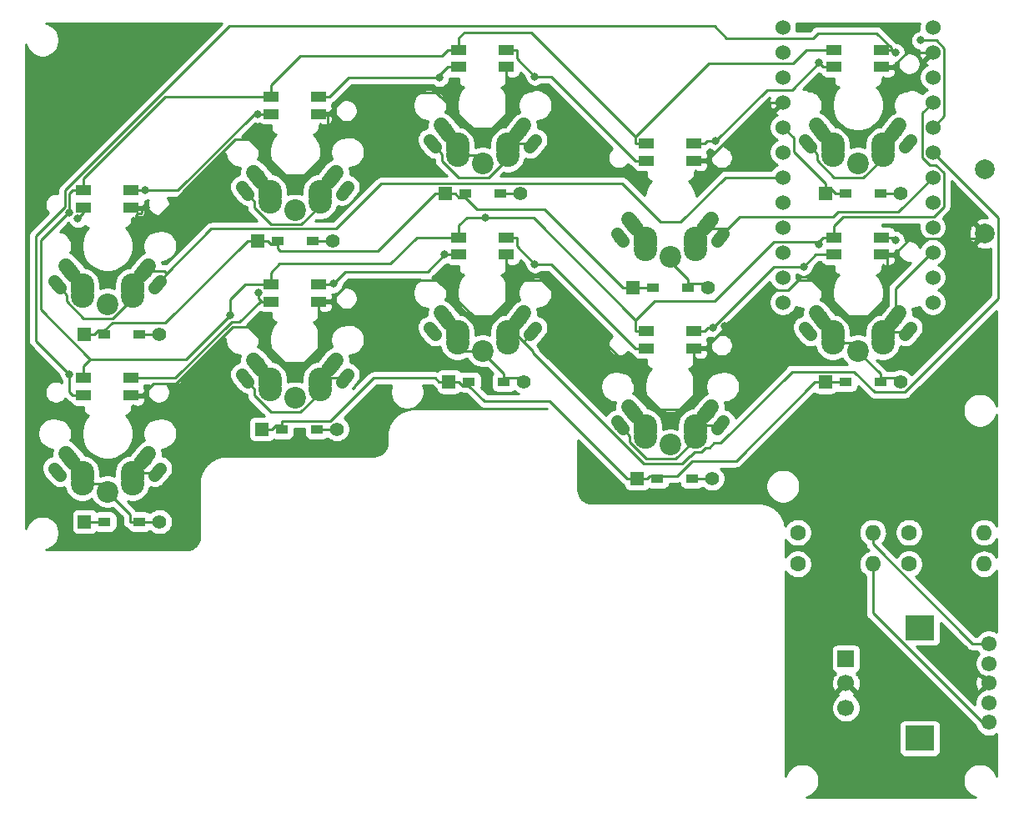
<source format=gbr>
G04 #@! TF.GenerationSoftware,KiCad,Pcbnew,(5.1.4)-1*
G04 #@! TF.CreationDate,2019-11-23T12:37:49+09:00*
G04 #@! TF.ProjectId,pps8,70707338-2e6b-4696-9361-645f70636258,rev?*
G04 #@! TF.SameCoordinates,Original*
G04 #@! TF.FileFunction,Copper,L1,Top*
G04 #@! TF.FilePolarity,Positive*
%FSLAX46Y46*%
G04 Gerber Fmt 4.6, Leading zero omitted, Abs format (unit mm)*
G04 Created by KiCad (PCBNEW (5.1.4)-1) date 2019-11-23 12:37:49*
%MOMM*%
%LPD*%
G04 APERTURE LIST*
%ADD10O,1.600000X1.600000*%
%ADD11C,1.600000*%
%ADD12R,1.600000X1.000000*%
%ADD13R,1.300000X0.950000*%
%ADD14C,1.397000*%
%ADD15R,1.397000X1.397000*%
%ADD16C,1.250000*%
%ADD17C,1.250000*%
%ADD18C,2.200000*%
%ADD19C,2.400000*%
%ADD20C,1.550000*%
%ADD21C,1.550000*%
%ADD22C,2.000000*%
%ADD23R,3.000000X2.500000*%
%ADD24C,1.700000*%
%ADD25R,1.700000X1.700000*%
%ADD26C,1.524000*%
%ADD27C,0.800000*%
%ADD28C,0.250000*%
%ADD29C,0.254000*%
G04 APERTURE END LIST*
D10*
X98020000Y-38100000D03*
D11*
X90400000Y-38100000D03*
X90400000Y-41300000D03*
D10*
X98020000Y-41300000D03*
X86720000Y-41300000D03*
D11*
X79100000Y-41300000D03*
D10*
X86720000Y-38100000D03*
D11*
X79100000Y-38100000D03*
D12*
X6600000Y-3375000D03*
X6600000Y-5125000D03*
X11400000Y-3375000D03*
X11400000Y-5125000D03*
X11400000Y-24175000D03*
X11400000Y-22425000D03*
X6600000Y-24175000D03*
X6600000Y-22425000D03*
D13*
X12275000Y-18000000D03*
D14*
X14310000Y-18000000D03*
D15*
X6690000Y-18000000D03*
D13*
X8725000Y-18000000D03*
X8725000Y-37000000D03*
D15*
X6690000Y-37000000D03*
D14*
X14310000Y-37000000D03*
D13*
X12275000Y-37000000D03*
D12*
X30450000Y4400000D03*
X30450000Y6150000D03*
X25650000Y4400000D03*
X25650000Y6150000D03*
X25650000Y-12900000D03*
X25650000Y-14650000D03*
X30450000Y-12900000D03*
X30450000Y-14650000D03*
D13*
X26275000Y-8475000D03*
D15*
X24240000Y-8475000D03*
D14*
X31860000Y-8475000D03*
D13*
X29825000Y-8475000D03*
X30275000Y-27600000D03*
D14*
X32310000Y-27600000D03*
D15*
X24690000Y-27600000D03*
D13*
X26725000Y-27600000D03*
D12*
X44700000Y10912500D03*
X44700000Y9162500D03*
X49500000Y10912500D03*
X49500000Y9162500D03*
X49500000Y-9887500D03*
X49500000Y-8137500D03*
X44700000Y-9887500D03*
X44700000Y-8137500D03*
D13*
X48875000Y-3712500D03*
D14*
X50910000Y-3712500D03*
D15*
X43290000Y-3712500D03*
D13*
X45325000Y-3712500D03*
X45725000Y-22800000D03*
D15*
X43690000Y-22800000D03*
D14*
X51310000Y-22800000D03*
D13*
X49275000Y-22800000D03*
D12*
X63750000Y1387500D03*
X63750000Y-362500D03*
X68550000Y1387500D03*
X68550000Y-362500D03*
X68550000Y-19412500D03*
X68550000Y-17662500D03*
X63750000Y-19412500D03*
X63750000Y-17662500D03*
D13*
X64375000Y-13237500D03*
D15*
X62340000Y-13237500D03*
D14*
X69960000Y-13237500D03*
D13*
X67925000Y-13237500D03*
X68375000Y-32600000D03*
D14*
X70410000Y-32600000D03*
D15*
X62790000Y-32600000D03*
D13*
X64825000Y-32600000D03*
D16*
X3900000Y-12900000D03*
D17*
X4205324Y-13263871D02*
X3594676Y-12536129D01*
D16*
X14100000Y-12900000D03*
D17*
X14405324Y-12536129D02*
X13794676Y-13263871D01*
D18*
X9000000Y-14900000D03*
D19*
X6460000Y-14080000D03*
D20*
X12810000Y-11540000D03*
D21*
X13211742Y-11061222D02*
X12408258Y-12018778D01*
D19*
X11540000Y-14080000D03*
D20*
X5190000Y-11540000D03*
D21*
X5591742Y-12018778D02*
X4788258Y-11061222D01*
D19*
X6460000Y-13500000D03*
X6460000Y-13000000D03*
X11540000Y-13000000D03*
X11540000Y-13500000D03*
X11540000Y-32550000D03*
X11540000Y-32050000D03*
X6460000Y-32050000D03*
X6460000Y-32550000D03*
D20*
X5190000Y-30590000D03*
D21*
X5591742Y-31068778D02*
X4788258Y-30111222D01*
D19*
X11540000Y-33130000D03*
D20*
X12810000Y-30590000D03*
D21*
X13211742Y-30111222D02*
X12408258Y-31068778D01*
D19*
X6460000Y-33130000D03*
D18*
X9000000Y-33950000D03*
D16*
X14100000Y-31950000D03*
D17*
X14405324Y-31586129D02*
X13794676Y-32313871D01*
D16*
X3900000Y-31950000D03*
D17*
X4205324Y-32313871D02*
X3594676Y-31586129D01*
D19*
X30590000Y-3975000D03*
X30590000Y-3475000D03*
X25510000Y-3475000D03*
X25510000Y-3975000D03*
D20*
X24240000Y-2015000D03*
D21*
X24641742Y-2493778D02*
X23838258Y-1536222D01*
D19*
X30590000Y-4555000D03*
D20*
X31860000Y-2015000D03*
D21*
X32261742Y-1536222D02*
X31458258Y-2493778D01*
D19*
X25510000Y-4555000D03*
D18*
X28050000Y-5375000D03*
D16*
X33150000Y-3375000D03*
D17*
X33455324Y-3011129D02*
X32844676Y-3738871D01*
D16*
X22950000Y-3375000D03*
D17*
X23255324Y-3738871D02*
X22644676Y-3011129D01*
D16*
X22950000Y-22425000D03*
D17*
X23255324Y-22788871D02*
X22644676Y-22061129D01*
D16*
X33150000Y-22425000D03*
D17*
X33455324Y-22061129D02*
X32844676Y-22788871D01*
D18*
X28050000Y-24425000D03*
D19*
X25510000Y-23605000D03*
D20*
X31860000Y-21065000D03*
D21*
X32261742Y-20586222D02*
X31458258Y-21543778D01*
D19*
X30590000Y-23605000D03*
D20*
X24240000Y-21065000D03*
D21*
X24641742Y-21543778D02*
X23838258Y-20586222D01*
D19*
X25510000Y-23025000D03*
X25510000Y-22525000D03*
X30590000Y-22525000D03*
X30590000Y-23025000D03*
D16*
X42000000Y1387500D03*
D17*
X42305324Y1023629D02*
X41694676Y1751371D01*
D16*
X52200000Y1387500D03*
D17*
X52505324Y1751371D02*
X51894676Y1023629D01*
D18*
X47100000Y-612500D03*
D19*
X44560000Y207500D03*
D20*
X50910000Y2747500D03*
D21*
X51311742Y3226278D02*
X50508258Y2268722D01*
D19*
X49640000Y207500D03*
D20*
X43290000Y2747500D03*
D21*
X43691742Y2268722D02*
X42888258Y3226278D01*
D19*
X44560000Y787500D03*
X44560000Y1287500D03*
X49640000Y1287500D03*
X49640000Y787500D03*
X49640000Y-18262500D03*
X49640000Y-17762500D03*
X44560000Y-17762500D03*
X44560000Y-18262500D03*
D20*
X43290000Y-16302500D03*
D21*
X43691742Y-16781278D02*
X42888258Y-15823722D01*
D19*
X49640000Y-18842500D03*
D20*
X50910000Y-16302500D03*
D21*
X51311742Y-15823722D02*
X50508258Y-16781278D01*
D19*
X44560000Y-18842500D03*
D18*
X47100000Y-19662500D03*
D16*
X52200000Y-17662500D03*
D17*
X52505324Y-17298629D02*
X51894676Y-18026371D01*
D16*
X42000000Y-17662500D03*
D17*
X42305324Y-18026371D02*
X41694676Y-17298629D01*
D19*
X68690000Y-8737500D03*
X68690000Y-8237500D03*
X63610000Y-8237500D03*
X63610000Y-8737500D03*
D20*
X62340000Y-6777500D03*
D21*
X62741742Y-7256278D02*
X61938258Y-6298722D01*
D19*
X68690000Y-9317500D03*
D20*
X69960000Y-6777500D03*
D21*
X70361742Y-6298722D02*
X69558258Y-7256278D01*
D19*
X63610000Y-9317500D03*
D18*
X66150000Y-10137500D03*
D16*
X71250000Y-8137500D03*
D17*
X71555324Y-7773629D02*
X70944676Y-8501371D01*
D16*
X61050000Y-8137500D03*
D17*
X61355324Y-8501371D02*
X60744676Y-7773629D01*
D16*
X61050000Y-27187500D03*
D17*
X61355324Y-27551371D02*
X60744676Y-26823629D01*
D16*
X71250000Y-27187500D03*
D17*
X71555324Y-26823629D02*
X70944676Y-27551371D01*
D18*
X66150000Y-29187500D03*
D19*
X63610000Y-28367500D03*
D20*
X69960000Y-25827500D03*
D21*
X70361742Y-25348722D02*
X69558258Y-26306278D01*
D19*
X68690000Y-28367500D03*
D20*
X62340000Y-25827500D03*
D21*
X62741742Y-26306278D02*
X61938258Y-25348722D01*
D19*
X63610000Y-27787500D03*
X63610000Y-27287500D03*
X68690000Y-27287500D03*
X68690000Y-27787500D03*
D22*
X98100000Y-7750000D03*
X98100000Y-1250000D03*
D20*
X98500000Y-55400000D03*
X98500000Y-51400000D03*
D23*
X91500000Y-59000000D03*
X91500000Y-47800000D03*
D24*
X84000000Y-55900000D03*
X84000000Y-53400000D03*
D25*
X84000000Y-50900000D03*
D20*
X98500000Y-53400000D03*
X98500000Y-49400000D03*
X98500000Y-57400000D03*
D26*
X77588600Y13208000D03*
X77588600Y10668000D03*
X77588600Y8128000D03*
X77588600Y5588000D03*
X77588600Y3048000D03*
X77588600Y508000D03*
X77588600Y-2032000D03*
X77588600Y-4572000D03*
X77588600Y-7112000D03*
X77588600Y-9652000D03*
X77588600Y-12192000D03*
X77588600Y-14732000D03*
X92808600Y-14732000D03*
X92808600Y-12192000D03*
X92808600Y-9652000D03*
X92808600Y-7112000D03*
X92808600Y-4572000D03*
X92808600Y-2032000D03*
X92808600Y508000D03*
X92808600Y3048000D03*
X92808600Y5588000D03*
X92808600Y8128000D03*
X92808600Y10668000D03*
X92808600Y13208000D03*
D13*
X87475000Y-3712500D03*
D14*
X89510000Y-3712500D03*
D15*
X81890000Y-3712500D03*
D13*
X83925000Y-3712500D03*
X83925000Y-22800000D03*
D15*
X81890000Y-22800000D03*
D14*
X89510000Y-22800000D03*
D13*
X87475000Y-22800000D03*
D12*
X87600000Y9162500D03*
X87600000Y10912500D03*
X82800000Y9162500D03*
X82800000Y10912500D03*
X82800000Y-8137500D03*
X82800000Y-9887500D03*
X87600000Y-8137500D03*
X87600000Y-9887500D03*
D19*
X87740000Y787500D03*
X87740000Y1287500D03*
X82660000Y1287500D03*
X82660000Y787500D03*
D20*
X81390000Y2747500D03*
D21*
X81791742Y2268722D02*
X80988258Y3226278D01*
D19*
X87740000Y207500D03*
D20*
X89010000Y2747500D03*
D21*
X89411742Y3226278D02*
X88608258Y2268722D01*
D19*
X82660000Y207500D03*
D18*
X85200000Y-612500D03*
D16*
X90300000Y1387500D03*
D17*
X90605324Y1751371D02*
X89994676Y1023629D01*
D16*
X80100000Y1387500D03*
D17*
X80405324Y1023629D02*
X79794676Y1751371D01*
D16*
X80100000Y-17662500D03*
D17*
X80405324Y-18026371D02*
X79794676Y-17298629D01*
D16*
X90300000Y-17662500D03*
D17*
X90605324Y-17298629D02*
X89994676Y-18026371D01*
D18*
X85200000Y-19662500D03*
D19*
X82660000Y-18842500D03*
D20*
X89010000Y-16302500D03*
D21*
X89411742Y-15823722D02*
X88608258Y-16781278D01*
D19*
X87740000Y-18842500D03*
D20*
X81390000Y-16302500D03*
D21*
X81791742Y-16781278D02*
X80988258Y-15823722D01*
D19*
X82660000Y-18262500D03*
X82660000Y-17762500D03*
X87740000Y-17762500D03*
X87740000Y-18262500D03*
D27*
X5175200Y-5614300D03*
X81252100Y-8875800D03*
X47367800Y-6151700D03*
X21485500Y-16007400D03*
X6014000Y-6240600D03*
X12819000Y-3375000D03*
X24236100Y4400000D03*
X71680700Y-17175300D03*
X33750600Y6563000D03*
X12941800Y-5125000D03*
X24364200Y-13775000D03*
X81260100Y9577100D03*
X70791900Y1629700D03*
X42749400Y8095200D03*
X31931800Y-12848700D03*
X43275800Y-9887500D03*
X52413900Y8207100D03*
X52418100Y-10847200D03*
X70476900Y-17319900D03*
X79684700Y-11096400D03*
X91595300Y11863600D03*
X5169500Y-22055900D03*
X89011700Y10651800D03*
X89002300Y-8436700D03*
D28*
X62624700Y-16524300D02*
X62624700Y-17662500D01*
X81252100Y-8564600D02*
X76709900Y-8564600D01*
X76709900Y-8564600D02*
X70688500Y-14586000D01*
X70688500Y-14586000D02*
X64563000Y-14586000D01*
X64563000Y-14586000D02*
X62624700Y-16524300D01*
X47367800Y-6151900D02*
X52252300Y-6151900D01*
X52252300Y-6151900D02*
X62624700Y-16524300D01*
X63750000Y-17662500D02*
X62624700Y-17662500D01*
X47367800Y-6151900D02*
X45478400Y-6151900D01*
X45478400Y-6151900D02*
X44700000Y-6930300D01*
X44700000Y-6930300D02*
X44700000Y-8137500D01*
X47367800Y-6151700D02*
X47367800Y-6151900D01*
X81252100Y-8564600D02*
X81252100Y-8560100D01*
X81252100Y-8560100D02*
X81674700Y-8137500D01*
X81252100Y-8875800D02*
X81252100Y-8564600D01*
X25650000Y-12900000D02*
X23019400Y-12900000D01*
X23019400Y-12900000D02*
X21485500Y-14433900D01*
X21485500Y-14433900D02*
X21485500Y-16007400D01*
X44700000Y-8137500D02*
X40451000Y-8137500D01*
X40451000Y-8137500D02*
X37762900Y-10825600D01*
X37762900Y-10825600D02*
X26508800Y-10825600D01*
X26508800Y-10825600D02*
X25650000Y-11684400D01*
X25650000Y-11684400D02*
X25650000Y-12900000D01*
X21485500Y-16007400D02*
X17002800Y-20490100D01*
X17002800Y-20490100D02*
X7285000Y-20490100D01*
X25650000Y6150000D02*
X25650000Y7364100D01*
X25650000Y7364100D02*
X28610500Y10324600D01*
X28610500Y10324600D02*
X42986800Y10324600D01*
X42986800Y10324600D02*
X43574700Y10912500D01*
X6600000Y-3375000D02*
X6600000Y-2147300D01*
X6600000Y-2147300D02*
X14897300Y6150000D01*
X14897300Y6150000D02*
X25650000Y6150000D01*
X44700000Y10912500D02*
X43574700Y10912500D01*
X7285000Y-20490100D02*
X6600000Y-21175100D01*
X6600000Y-21175100D02*
X6600000Y-22425000D01*
X7285000Y-20490100D02*
X2217900Y-15423000D01*
X2217900Y-15423000D02*
X2217900Y-8449000D01*
X2217900Y-8449000D02*
X5052600Y-5614300D01*
X5052600Y-5614300D02*
X5175200Y-5614300D01*
X5474700Y-3375000D02*
X5175200Y-3674500D01*
X5175200Y-3674500D02*
X5175200Y-5614300D01*
X82800000Y10912500D02*
X80003500Y10912500D01*
X80003500Y10912500D02*
X78631400Y9540400D01*
X78631400Y9540400D02*
X70108200Y9540400D01*
X70108200Y9540400D02*
X62624700Y2056900D01*
X6600000Y-3375000D02*
X5474700Y-3375000D01*
X92808600Y5588000D02*
X91721200Y4500600D01*
X91721200Y4500600D02*
X91721200Y-200D01*
X91721200Y-200D02*
X92483000Y-762000D01*
X92483000Y-762000D02*
X93085700Y-762000D01*
X93085700Y-762000D02*
X93919000Y-1595300D01*
X93919000Y-1595300D02*
X93919000Y-5016500D01*
X93919000Y-5016500D02*
X92910800Y-6024700D01*
X92910800Y-6024700D02*
X83727700Y-6024700D01*
X83727700Y-6024700D02*
X82800100Y-6952300D01*
X82800100Y-6952300D02*
X82800100Y-8137500D01*
X82800100Y-8137500D02*
X82800000Y-8137500D01*
X62624700Y2056900D02*
X62624700Y1387500D01*
X62624700Y2056900D02*
X52021500Y12660100D01*
X52021500Y12660100D02*
X45225500Y12660100D01*
X45225500Y12660100D02*
X44700000Y12134600D01*
X44700000Y12134600D02*
X44700000Y10912500D01*
X63750000Y1387500D02*
X62624700Y1387500D01*
X82800000Y-8137500D02*
X81674700Y-8137500D01*
X6600000Y-5125000D02*
X6600000Y-5654600D01*
X6600000Y-5654600D02*
X6014000Y-6240600D01*
X12525300Y-3375000D02*
X12819000Y-3375000D01*
X24236100Y4400000D02*
X23917500Y4400000D01*
X23917500Y4400000D02*
X16142500Y-3375000D01*
X16142500Y-3375000D02*
X12819000Y-3375000D01*
X11400000Y-3375000D02*
X12525300Y-3375000D01*
X24524700Y4400000D02*
X24236100Y4400000D01*
X25650000Y4400000D02*
X24524700Y4400000D01*
X11400000Y-24175000D02*
X12525300Y-24175000D01*
X12525300Y-24175000D02*
X13675700Y-23024600D01*
X13675700Y-23024600D02*
X15949800Y-23024600D01*
X15949800Y-23024600D02*
X21736200Y-17238200D01*
X21736200Y-17238200D02*
X23359300Y-17238200D01*
X23359300Y-17238200D02*
X26973400Y-20852300D01*
X26973400Y-20852300D02*
X29020700Y-20852300D01*
X29020700Y-20852300D02*
X30450000Y-19423000D01*
X30450000Y-19423000D02*
X30450000Y-14650000D01*
X49500000Y-12450000D02*
X49500000Y-14719400D01*
X49500000Y-14719400D02*
X48071200Y-16148200D01*
X48071200Y-16148200D02*
X46183300Y-16148200D01*
X46183300Y-16148200D02*
X42492700Y-12457600D01*
X42492700Y-12457600D02*
X33767700Y-12457600D01*
X33767700Y-12457600D02*
X31575300Y-14650000D01*
X49500000Y-9887500D02*
X49500000Y-12450000D01*
X49500000Y-12450000D02*
X53125200Y-12450000D01*
X53125200Y-12450000D02*
X62245400Y-21570200D01*
X62245400Y-21570200D02*
X62245400Y-22741600D01*
X62245400Y-22741600D02*
X65118600Y-25614800D01*
X65118600Y-25614800D02*
X67120700Y-25614800D01*
X67120700Y-25614800D02*
X68550000Y-24185500D01*
X68550000Y-24185500D02*
X68550000Y-19412500D01*
X30450000Y-14650000D02*
X31575300Y-14650000D01*
X71680700Y-17175300D02*
X75394000Y-13462000D01*
X75394000Y-13462000D02*
X78149500Y-13462000D01*
X78149500Y-13462000D02*
X79136000Y-12475500D01*
X79136000Y-12475500D02*
X80581600Y-12475500D01*
X80581600Y-12475500D02*
X84209000Y-16102900D01*
X84209000Y-16102900D02*
X86216500Y-16102900D01*
X86216500Y-16102900D02*
X88162700Y-14156700D01*
X88162700Y-14156700D02*
X88162700Y-9887500D01*
X69675300Y-19412500D02*
X71680700Y-17407100D01*
X71680700Y-17407100D02*
X71680700Y-17175300D01*
X68550000Y-19412500D02*
X69675300Y-19412500D01*
X69675300Y-362500D02*
X69825500Y-362500D01*
X69825500Y-362500D02*
X75776000Y5588000D01*
X75776000Y5588000D02*
X77588600Y5588000D01*
X98100000Y-7750000D02*
X97621700Y-8228300D01*
X97621700Y-8228300D02*
X90545400Y-8228300D01*
X90545400Y-8228300D02*
X88886200Y-9887500D01*
X88886200Y-9887500D02*
X88162700Y-9887500D01*
X33750600Y6563000D02*
X33566200Y6563000D01*
X33566200Y6563000D02*
X31403200Y4400000D01*
X49500000Y9162500D02*
X49500000Y4322500D01*
X49500000Y4322500D02*
X48079300Y2901800D01*
X48079300Y2901800D02*
X46081800Y2901800D01*
X46081800Y2901800D02*
X42420600Y6563000D01*
X42420600Y6563000D02*
X33750600Y6563000D01*
X12525300Y-5125000D02*
X12525300Y-5667100D01*
X12525300Y-5667100D02*
X12452200Y-5740200D01*
X12452200Y-5740200D02*
X12036400Y-5740200D01*
X12036400Y-5740200D02*
X11866500Y-5910100D01*
X11866500Y-5910100D02*
X11866500Y-5940400D01*
X11866500Y-5940400D02*
X11939600Y-6013500D01*
X11939600Y-6013500D02*
X14228900Y-6013500D01*
X14228900Y-6013500D02*
X16686200Y-3556200D01*
X16686200Y-3556200D02*
X16686200Y-3468200D01*
X16686200Y-3468200D02*
X21980200Y1825800D01*
X21980200Y1825800D02*
X23460500Y1825800D01*
X23460500Y1825800D02*
X27088600Y-1802300D01*
X27088600Y-1802300D02*
X29012300Y-1802300D01*
X29012300Y-1802300D02*
X31403200Y588600D01*
X31403200Y588600D02*
X31403200Y4400000D01*
X12525300Y-5125000D02*
X12941800Y-5125000D01*
X87600000Y-9887500D02*
X88162700Y-9887500D01*
X30450000Y4400000D02*
X31403200Y4400000D01*
X11400000Y-5125000D02*
X12525300Y-5125000D01*
X68550000Y-362500D02*
X69675300Y-362500D01*
X88725300Y9162500D02*
X90230800Y10668000D01*
X90230800Y10668000D02*
X92808600Y10668000D01*
X87600000Y9162500D02*
X88725300Y9162500D01*
X24676500Y-14650000D02*
X24364200Y-14337700D01*
X24364200Y-14337700D02*
X24364200Y-13775000D01*
X24676500Y-14650000D02*
X24524700Y-14650000D01*
X24828300Y-14650000D02*
X24676500Y-14650000D01*
X25650000Y-14650000D02*
X25087400Y-14650000D01*
X25087400Y-14650000D02*
X24828300Y-14650000D01*
X24524700Y-14650000D02*
X22441900Y-16732800D01*
X22441900Y-16732800D02*
X21604700Y-16732800D01*
X21604700Y-16732800D02*
X15912500Y-22425000D01*
X15912500Y-22425000D02*
X12525300Y-22425000D01*
X11400000Y-22425000D02*
X12525300Y-22425000D01*
X81260100Y9577100D02*
X78541000Y6858000D01*
X78541000Y6858000D02*
X76020200Y6858000D01*
X76020200Y6858000D02*
X70791900Y1629700D01*
X81674700Y9162500D02*
X81260100Y9577100D01*
X70791900Y1629700D02*
X69917500Y1629700D01*
X69917500Y1629700D02*
X69675300Y1387500D01*
X68550000Y1387500D02*
X69675300Y1387500D01*
X82800000Y9162500D02*
X81674700Y9162500D01*
X14310000Y-18000000D02*
X12275000Y-18000000D01*
X42266200Y-3712500D02*
X36435000Y-9543700D01*
X36435000Y-9543700D02*
X26543400Y-9543700D01*
X26543400Y-9543700D02*
X26275000Y-9275300D01*
X83925000Y-3712500D02*
X82949700Y-3712500D01*
X81890000Y-3200600D02*
X82437800Y-3200600D01*
X82437800Y-3200600D02*
X82949700Y-3712500D01*
X81890000Y-3200600D02*
X81890000Y-2688700D01*
X81890000Y-3712500D02*
X81890000Y-3200600D01*
X77588600Y3048000D02*
X78676000Y1960600D01*
X78676000Y1960600D02*
X78676000Y525300D01*
X78676000Y525300D02*
X81890000Y-2688700D01*
X61316200Y-13237500D02*
X53383500Y-5304800D01*
X53383500Y-5304800D02*
X46517200Y-5304800D01*
X46517200Y-5304800D02*
X45325000Y-4112600D01*
X62340000Y-13237500D02*
X61316200Y-13237500D01*
X62340000Y-13237500D02*
X64375000Y-13237500D01*
X43290000Y-3712500D02*
X44313800Y-3712500D01*
X45325000Y-4112600D02*
X44713900Y-4112600D01*
X44713900Y-4112600D02*
X44313800Y-3712500D01*
X45325000Y-3712500D02*
X45325000Y-4112600D01*
X24240000Y-8475000D02*
X25263800Y-8475000D01*
X26275000Y-8875100D02*
X25663900Y-8875100D01*
X25663900Y-8875100D02*
X25263800Y-8475000D01*
X26275000Y-8875100D02*
X26275000Y-9275300D01*
X26275000Y-8475000D02*
X26275000Y-8875100D01*
X23728100Y-8475000D02*
X24240000Y-8475000D01*
X23728100Y-8475000D02*
X23216200Y-8475000D01*
X43290000Y-3712500D02*
X42266200Y-3712500D01*
X23216200Y-8475000D02*
X14877900Y-16813300D01*
X14877900Y-16813300D02*
X9511500Y-16813300D01*
X9511500Y-16813300D02*
X8725000Y-17599800D01*
X6690000Y-18000000D02*
X7713800Y-18000000D01*
X8725000Y-17599800D02*
X8114000Y-17599800D01*
X8114000Y-17599800D02*
X7713800Y-18000000D01*
X8725000Y-18000000D02*
X8725000Y-17599800D01*
X12275000Y-37000000D02*
X11299700Y-37000000D01*
X9000000Y-33950000D02*
X11299700Y-36249700D01*
X11299700Y-36249700D02*
X11299700Y-37000000D01*
X6460000Y-33130000D02*
X8180000Y-33130000D01*
X8180000Y-33130000D02*
X9000000Y-33950000D01*
X12275000Y-37000000D02*
X14310000Y-37000000D01*
X42749400Y8095200D02*
X42749400Y8337200D01*
X42749400Y8337200D02*
X43574700Y9162500D01*
X31575300Y6150000D02*
X33520500Y8095200D01*
X33520500Y8095200D02*
X42749400Y8095200D01*
X44700000Y9162500D02*
X43574700Y9162500D01*
X30450000Y6150000D02*
X31575300Y6150000D01*
X43275800Y-9887500D02*
X41523700Y-11639600D01*
X41523700Y-11639600D02*
X33140900Y-11639600D01*
X33140900Y-11639600D02*
X31931800Y-12848700D01*
X31931800Y-12848700D02*
X31626600Y-12848700D01*
X31626600Y-12848700D02*
X31575300Y-12900000D01*
X43687300Y-9887500D02*
X43275800Y-9887500D01*
X30450000Y-12900000D02*
X31575300Y-12900000D01*
X44700000Y-9887500D02*
X43687300Y-9887500D01*
X31860000Y-8475000D02*
X29825000Y-8475000D01*
X32310000Y-27600000D02*
X30275000Y-27600000D01*
X52413900Y8207100D02*
X54055100Y8207100D01*
X54055100Y8207100D02*
X62624700Y-362500D01*
X52413900Y8207100D02*
X50625300Y9995700D01*
X50625300Y9995700D02*
X50625300Y10912500D01*
X49500000Y10912500D02*
X50625300Y10912500D01*
X63750000Y-362500D02*
X62624700Y-362500D01*
X49500000Y-8137500D02*
X50625300Y-8137500D01*
X52418100Y-10847200D02*
X50625300Y-9054400D01*
X50625300Y-9054400D02*
X50625300Y-8137500D01*
X62624700Y-19412500D02*
X54059400Y-10847200D01*
X54059400Y-10847200D02*
X52418100Y-10847200D01*
X63750000Y-19412500D02*
X62624700Y-19412500D01*
X44560000Y207500D02*
X46280000Y207500D01*
X46280000Y207500D02*
X47100000Y-612500D01*
X50910000Y-3712500D02*
X48875000Y-3712500D01*
X47100000Y-19662500D02*
X45380000Y-19662500D01*
X45380000Y-19662500D02*
X44560000Y-18842500D01*
X47100000Y-19662500D02*
X47100000Y-19824700D01*
X47100000Y-19824700D02*
X49275000Y-21999700D01*
X49275000Y-22399800D02*
X50909800Y-22399800D01*
X50909800Y-22399800D02*
X51310000Y-22800000D01*
X49275000Y-22399800D02*
X49275000Y-21999700D01*
X49275000Y-22800000D02*
X49275000Y-22399800D01*
X79684700Y-11096400D02*
X76700400Y-11096400D01*
X76700400Y-11096400D02*
X70476900Y-17319900D01*
X69675300Y-17662500D02*
X70017900Y-17319900D01*
X70017900Y-17319900D02*
X70476900Y-17319900D01*
X79684700Y-11096400D02*
X80893600Y-9887500D01*
X80893600Y-9887500D02*
X81674700Y-9887500D01*
X82800000Y-9887500D02*
X81674700Y-9887500D01*
X68550000Y-17662500D02*
X69675300Y-17662500D01*
X66150000Y-10137500D02*
X66150000Y-10662200D01*
X66150000Y-10662200D02*
X67925000Y-12437200D01*
X67925000Y-12837300D02*
X69559800Y-12837300D01*
X69559800Y-12837300D02*
X69960000Y-13237500D01*
X67925000Y-12837300D02*
X67925000Y-12437200D01*
X67925000Y-13237500D02*
X67925000Y-12837300D01*
X70410000Y-32600000D02*
X68375000Y-32600000D01*
X12810000Y-11540000D02*
X11675300Y-12892200D01*
X11540000Y-13000000D02*
X11647900Y-12892100D01*
X11647900Y-12892100D02*
X11675200Y-12892100D01*
X11675200Y-12892100D02*
X11675300Y-12892200D01*
X15038400Y-11781700D02*
X15038400Y-11781800D01*
X12810000Y-11540000D02*
X14796600Y-11540000D01*
X14796600Y-11540000D02*
X15038400Y-11781700D01*
X77588600Y-2032000D02*
X71759400Y-2032000D01*
X71759400Y-2032000D02*
X67226600Y-6564800D01*
X67226600Y-6564800D02*
X65174900Y-6564800D01*
X65174900Y-6564800D02*
X61298700Y-2688600D01*
X61298700Y-2688600D02*
X36802200Y-2688600D01*
X36802200Y-2688600D02*
X32225100Y-7265700D01*
X32225100Y-7265700D02*
X19554400Y-7265700D01*
X19554400Y-7265700D02*
X15038400Y-11781700D01*
X14100000Y-12900000D02*
X15038400Y-11781800D01*
X11540000Y-32050000D02*
X14000000Y-32050000D01*
X14000000Y-32050000D02*
X14100000Y-31950000D01*
X11540000Y-14080000D02*
X11540000Y-14387800D01*
X11540000Y-14387800D02*
X9564900Y-16362900D01*
X9564900Y-16362900D02*
X6558100Y-16362900D01*
X6558100Y-16362900D02*
X4838300Y-14643100D01*
X4838300Y-14643100D02*
X4838300Y-14018300D01*
X4838300Y-14018300D02*
X4838400Y-14018200D01*
X3900000Y-12900000D02*
X4838400Y-14018200D01*
X22950000Y-22425000D02*
X23888400Y-23543200D01*
X30590000Y-23605000D02*
X30590000Y-23912700D01*
X30590000Y-23912700D02*
X28605900Y-25896800D01*
X28605900Y-25896800D02*
X25628800Y-25896800D01*
X25628800Y-25896800D02*
X23888300Y-24156300D01*
X23888300Y-24156300D02*
X23888300Y-23543300D01*
X23888300Y-23543300D02*
X23888400Y-23543200D01*
X22950000Y-3375000D02*
X23888400Y-4493200D01*
X23888400Y-4493200D02*
X23888300Y-4493300D01*
X23888300Y-4493300D02*
X23888300Y-5093100D01*
X23888300Y-5093100D02*
X25610500Y-6815300D01*
X25610500Y-6815300D02*
X28687700Y-6815300D01*
X28687700Y-6815300D02*
X30590000Y-4913000D01*
X30590000Y-4913000D02*
X30590000Y-4555000D01*
X30725200Y-22417100D02*
X33142100Y-22417100D01*
X33142100Y-22417100D02*
X33150000Y-22425000D01*
X30725200Y-22417100D02*
X30697900Y-22417100D01*
X30697900Y-22417100D02*
X30590000Y-22525000D01*
X30725300Y-22417200D02*
X30725200Y-22417100D01*
X92808600Y3048000D02*
X93922100Y4161500D01*
X93922100Y4161500D02*
X93922100Y11092300D01*
X93922100Y11092300D02*
X93150800Y11863600D01*
X93150800Y11863600D02*
X91595300Y11863600D01*
X31860000Y-21065000D02*
X30725300Y-22417200D01*
X92808600Y508000D02*
X99463300Y-6146700D01*
X99463300Y-6146700D02*
X99463300Y-14329700D01*
X99463300Y-14329700D02*
X89953900Y-23839100D01*
X89953900Y-23839100D02*
X86913700Y-23839100D01*
X86913700Y-23839100D02*
X84847900Y-21773300D01*
X84847900Y-21773300D02*
X78498500Y-21773300D01*
X78498500Y-21773300D02*
X71249900Y-29021900D01*
X71249900Y-29021900D02*
X70613100Y-29021900D01*
X70613100Y-29021900D02*
X70162800Y-29472200D01*
X70162800Y-29472200D02*
X69742600Y-29472200D01*
X69742600Y-29472200D02*
X69290700Y-29924100D01*
X69290700Y-29924100D02*
X68653900Y-29924100D01*
X68653900Y-29924100D02*
X68203600Y-30374400D01*
X68203600Y-30374400D02*
X68138700Y-30374400D01*
X68138700Y-30374400D02*
X67397300Y-31115800D01*
X67397300Y-31115800D02*
X63470700Y-31115800D01*
X63470700Y-31115800D02*
X52200000Y-19845100D01*
X52200000Y-19845100D02*
X52200000Y-19719100D01*
X52200000Y-19719100D02*
X51261600Y-18780700D01*
X52200000Y-17662500D02*
X51261600Y-18780700D01*
X49640000Y-18262500D02*
X50743400Y-18262500D01*
X50743400Y-18262500D02*
X51261600Y-18780700D01*
X42000000Y1387500D02*
X42938400Y269300D01*
X49640000Y207500D02*
X49640000Y-119900D01*
X49640000Y-119900D02*
X47694300Y-2065600D01*
X47694300Y-2065600D02*
X44665800Y-2065600D01*
X44665800Y-2065600D02*
X42938300Y-338100D01*
X42938300Y-338100D02*
X42938300Y269200D01*
X42938300Y269200D02*
X42938400Y269300D01*
X49640000Y787500D02*
X49640000Y207500D01*
X49775200Y1395400D02*
X52192100Y1395400D01*
X52192100Y1395400D02*
X52200000Y1387500D01*
X49775200Y1395400D02*
X49775300Y1395300D01*
X49640000Y1287500D02*
X49747900Y1395400D01*
X49747900Y1395400D02*
X49775200Y1395400D01*
X50910000Y2747500D02*
X49775300Y1395300D01*
X72042400Y-7193200D02*
X73225700Y-6009900D01*
X73225700Y-6009900D02*
X82694800Y-6009900D01*
X82694800Y-6009900D02*
X83163100Y-5541600D01*
X83163100Y-5541600D02*
X89299000Y-5541600D01*
X89299000Y-5541600D02*
X92808600Y-2032000D01*
X71250000Y-8137500D02*
X72042400Y-7193200D01*
X72042400Y-7193200D02*
X70375700Y-7193200D01*
X70375700Y-7193200D02*
X69960000Y-6777500D01*
X68690000Y-27287500D02*
X68690000Y-27787500D01*
X68825200Y-27179600D02*
X68797900Y-27179600D01*
X68797900Y-27179600D02*
X68690000Y-27287500D01*
X68825200Y-27179600D02*
X71242100Y-27179600D01*
X71242100Y-27179600D02*
X71250000Y-27187500D01*
X68825300Y-27179700D02*
X68825200Y-27179600D01*
X61050000Y-27187500D02*
X61988400Y-28305700D01*
X68690000Y-28367500D02*
X68690000Y-28670800D01*
X68690000Y-28670800D02*
X66724800Y-30636000D01*
X66724800Y-30636000D02*
X63699100Y-30636000D01*
X63699100Y-30636000D02*
X61988300Y-28925200D01*
X61988300Y-28925200D02*
X61988300Y-28305800D01*
X61988300Y-28305800D02*
X61988400Y-28305700D01*
X69960000Y-25827500D02*
X68825300Y-27179700D01*
X92808600Y-9652000D02*
X92682800Y-9652000D01*
X92682800Y-9652000D02*
X89010000Y-13324800D01*
X89010000Y-13324800D02*
X89010000Y-16302500D01*
X87740000Y1287500D02*
X87740000Y787500D01*
X87740000Y207500D02*
X87740000Y-116300D01*
X87740000Y-116300D02*
X85767400Y-2088900D01*
X85767400Y-2088900D02*
X82797700Y-2088900D01*
X82797700Y-2088900D02*
X81038300Y-329500D01*
X81038300Y-329500D02*
X81038300Y269200D01*
X81038300Y269200D02*
X81038400Y269300D01*
X87740000Y-17762500D02*
X90200000Y-17762500D01*
X90200000Y-17762500D02*
X90300000Y-17662500D01*
X80100000Y1387500D02*
X81038400Y269300D01*
X98500000Y-49400000D02*
X96842100Y-49400000D01*
X96842100Y-49400000D02*
X86720000Y-39277900D01*
X86720000Y-39277900D02*
X86720000Y-38100000D01*
X86720000Y-41300000D02*
X86720000Y-46288000D01*
X86720000Y-46288000D02*
X97832000Y-57400000D01*
X97832000Y-57400000D02*
X98500000Y-57400000D01*
X88596000Y10912500D02*
X88596000Y11101800D01*
X88596000Y11101800D02*
X87082300Y12615500D01*
X87082300Y12615500D02*
X81144900Y12615500D01*
X81144900Y12615500D02*
X80636800Y12107400D01*
X80636800Y12107400D02*
X71842000Y12107400D01*
X71842000Y12107400D02*
X70629500Y13319900D01*
X70629500Y13319900D02*
X21411200Y13319900D01*
X21411200Y13319900D02*
X4724800Y-3366500D01*
X4724800Y-3366500D02*
X4724800Y-5030600D01*
X4724800Y-5030600D02*
X1762500Y-7992900D01*
X1762500Y-7992900D02*
X1762500Y-18648900D01*
X1762500Y-18648900D02*
X5169500Y-22055900D01*
X5169500Y-22055900D02*
X5169500Y-23869800D01*
X5169500Y-23869800D02*
X5474700Y-24175000D01*
X6600000Y-24175000D02*
X5474700Y-24175000D01*
X88596000Y10912500D02*
X88725300Y10912500D01*
X87600000Y10912500D02*
X88596000Y10912500D01*
X88725300Y10912500D02*
X88986000Y10651800D01*
X88986000Y10651800D02*
X89011700Y10651800D01*
X89510000Y-3712500D02*
X87475000Y-3712500D01*
X87475000Y-22399800D02*
X89109800Y-22399800D01*
X89109800Y-22399800D02*
X89510000Y-22800000D01*
X87475000Y-22399800D02*
X87475000Y-21999700D01*
X87475000Y-22800000D02*
X87475000Y-22399800D01*
X85200000Y-19662500D02*
X85200000Y-19724700D01*
X85200000Y-19724700D02*
X87475000Y-21999700D01*
X82660000Y-18842500D02*
X84380000Y-18842500D01*
X84380000Y-18842500D02*
X85200000Y-19662500D01*
X88725300Y-8137500D02*
X89002300Y-8414500D01*
X89002300Y-8414500D02*
X89002300Y-8436700D01*
X87600000Y-8137500D02*
X88725300Y-8137500D01*
X81890000Y-22800000D02*
X80866200Y-22800000D01*
X80866200Y-22800000D02*
X72841400Y-30824800D01*
X72841400Y-30824800D02*
X68415800Y-30824800D01*
X68415800Y-30824800D02*
X66870600Y-32370000D01*
X66870600Y-32370000D02*
X64825000Y-32370000D01*
X83925000Y-22800000D02*
X81890000Y-22800000D01*
X62790000Y-32600000D02*
X63813800Y-32600000D01*
X64825000Y-32370000D02*
X64043800Y-32370000D01*
X64043800Y-32370000D02*
X63813800Y-32600000D01*
X64825000Y-32600000D02*
X64825000Y-32370000D01*
X62790000Y-32600000D02*
X61766200Y-32600000D01*
X61766200Y-32600000D02*
X53928700Y-24762500D01*
X53928700Y-24762500D02*
X47287400Y-24762500D01*
X47287400Y-24762500D02*
X45725000Y-23200100D01*
X43690000Y-22800000D02*
X44713800Y-22800000D01*
X45725000Y-23200100D02*
X45113900Y-23200100D01*
X45113900Y-23200100D02*
X44713800Y-22800000D01*
X45725000Y-22800000D02*
X45725000Y-23200100D01*
X43178100Y-22800000D02*
X43690000Y-22800000D01*
X43178100Y-22800000D02*
X42666200Y-22800000D01*
X24690000Y-27600000D02*
X25713800Y-27600000D01*
X26725000Y-27199800D02*
X26114000Y-27199800D01*
X26114000Y-27199800D02*
X25713800Y-27600000D01*
X26725000Y-27199800D02*
X26725000Y-26799700D01*
X26725000Y-27600000D02*
X26725000Y-27199800D01*
X6690000Y-37000000D02*
X8725000Y-37000000D01*
X42666200Y-22800000D02*
X42293600Y-22427400D01*
X42293600Y-22427400D02*
X36034600Y-22427400D01*
X36034600Y-22427400D02*
X31662300Y-26799700D01*
X31662300Y-26799700D02*
X26725000Y-26799700D01*
D29*
G36*
X99290000Y-25302889D02*
G01*
X99268325Y-25193919D01*
X99137537Y-24878169D01*
X98947663Y-24594002D01*
X98705998Y-24352337D01*
X98421831Y-24162463D01*
X98106081Y-24031675D01*
X97770883Y-23965000D01*
X97429117Y-23965000D01*
X97093919Y-24031675D01*
X96778169Y-24162463D01*
X96494002Y-24352337D01*
X96252337Y-24594002D01*
X96062463Y-24878169D01*
X95931675Y-25193919D01*
X95865000Y-25529117D01*
X95865000Y-25870883D01*
X95931675Y-26206081D01*
X96062463Y-26521831D01*
X96252337Y-26805998D01*
X96494002Y-27047663D01*
X96778169Y-27237537D01*
X97093919Y-27368325D01*
X97429117Y-27435000D01*
X97770883Y-27435000D01*
X98106081Y-27368325D01*
X98421831Y-27237537D01*
X98705998Y-27047663D01*
X98947663Y-26805998D01*
X99137537Y-26521831D01*
X99268325Y-26206081D01*
X99290001Y-26097111D01*
X99290001Y-37431859D01*
X99218932Y-37298899D01*
X99039608Y-37080392D01*
X98821101Y-36901068D01*
X98571808Y-36767818D01*
X98301309Y-36685764D01*
X98090492Y-36665000D01*
X97949508Y-36665000D01*
X97738691Y-36685764D01*
X97468192Y-36767818D01*
X97218899Y-36901068D01*
X97000392Y-37080392D01*
X96821068Y-37298899D01*
X96687818Y-37548192D01*
X96605764Y-37818691D01*
X96578057Y-38100000D01*
X96605764Y-38381309D01*
X96687818Y-38651808D01*
X96821068Y-38901101D01*
X97000392Y-39119608D01*
X97218899Y-39298932D01*
X97468192Y-39432182D01*
X97738691Y-39514236D01*
X97949508Y-39535000D01*
X98090492Y-39535000D01*
X98301309Y-39514236D01*
X98571808Y-39432182D01*
X98821101Y-39298932D01*
X99039608Y-39119608D01*
X99218932Y-38901101D01*
X99290001Y-38768141D01*
X99290001Y-40631859D01*
X99218932Y-40498899D01*
X99039608Y-40280392D01*
X98821101Y-40101068D01*
X98571808Y-39967818D01*
X98301309Y-39885764D01*
X98090492Y-39865000D01*
X97949508Y-39865000D01*
X97738691Y-39885764D01*
X97468192Y-39967818D01*
X97218899Y-40101068D01*
X97000392Y-40280392D01*
X96821068Y-40498899D01*
X96687818Y-40748192D01*
X96605764Y-41018691D01*
X96578057Y-41300000D01*
X96605764Y-41581309D01*
X96687818Y-41851808D01*
X96821068Y-42101101D01*
X97000392Y-42319608D01*
X97218899Y-42498932D01*
X97468192Y-42632182D01*
X97738691Y-42714236D01*
X97949508Y-42735000D01*
X98090492Y-42735000D01*
X98301309Y-42714236D01*
X98571808Y-42632182D01*
X98821101Y-42498932D01*
X99039608Y-42319608D01*
X99218932Y-42101101D01*
X99290001Y-41968141D01*
X99290001Y-48232070D01*
X99167885Y-48150475D01*
X98911282Y-48044186D01*
X98638873Y-47990000D01*
X98361127Y-47990000D01*
X98088718Y-48044186D01*
X97832115Y-48150475D01*
X97601178Y-48304782D01*
X97404782Y-48501178D01*
X97312024Y-48640000D01*
X97156902Y-48640000D01*
X91085035Y-42568133D01*
X91314759Y-42414637D01*
X91514637Y-42214759D01*
X91671680Y-41979727D01*
X91779853Y-41718574D01*
X91835000Y-41441335D01*
X91835000Y-41158665D01*
X91779853Y-40881426D01*
X91671680Y-40620273D01*
X91514637Y-40385241D01*
X91314759Y-40185363D01*
X91079727Y-40028320D01*
X90818574Y-39920147D01*
X90541335Y-39865000D01*
X90258665Y-39865000D01*
X89981426Y-39920147D01*
X89720273Y-40028320D01*
X89485241Y-40185363D01*
X89285363Y-40385241D01*
X89131866Y-40614965D01*
X87682981Y-39166080D01*
X87739608Y-39119608D01*
X87918932Y-38901101D01*
X88052182Y-38651808D01*
X88134236Y-38381309D01*
X88161943Y-38100000D01*
X88148023Y-37958665D01*
X88965000Y-37958665D01*
X88965000Y-38241335D01*
X89020147Y-38518574D01*
X89128320Y-38779727D01*
X89285363Y-39014759D01*
X89485241Y-39214637D01*
X89720273Y-39371680D01*
X89981426Y-39479853D01*
X90258665Y-39535000D01*
X90541335Y-39535000D01*
X90818574Y-39479853D01*
X91079727Y-39371680D01*
X91314759Y-39214637D01*
X91514637Y-39014759D01*
X91671680Y-38779727D01*
X91779853Y-38518574D01*
X91835000Y-38241335D01*
X91835000Y-37958665D01*
X91779853Y-37681426D01*
X91671680Y-37420273D01*
X91514637Y-37185241D01*
X91314759Y-36985363D01*
X91079727Y-36828320D01*
X90818574Y-36720147D01*
X90541335Y-36665000D01*
X90258665Y-36665000D01*
X89981426Y-36720147D01*
X89720273Y-36828320D01*
X89485241Y-36985363D01*
X89285363Y-37185241D01*
X89128320Y-37420273D01*
X89020147Y-37681426D01*
X88965000Y-37958665D01*
X88148023Y-37958665D01*
X88134236Y-37818691D01*
X88052182Y-37548192D01*
X87918932Y-37298899D01*
X87739608Y-37080392D01*
X87521101Y-36901068D01*
X87271808Y-36767818D01*
X87001309Y-36685764D01*
X86790492Y-36665000D01*
X86649508Y-36665000D01*
X86438691Y-36685764D01*
X86168192Y-36767818D01*
X85918899Y-36901068D01*
X85700392Y-37080392D01*
X85521068Y-37298899D01*
X85387818Y-37548192D01*
X85305764Y-37818691D01*
X85278057Y-38100000D01*
X85305764Y-38381309D01*
X85387818Y-38651808D01*
X85521068Y-38901101D01*
X85700392Y-39119608D01*
X85918899Y-39298932D01*
X85960589Y-39321216D01*
X85970997Y-39426885D01*
X86012292Y-39563019D01*
X86014454Y-39570146D01*
X86085026Y-39702176D01*
X86118203Y-39742602D01*
X86179999Y-39817901D01*
X86209003Y-39841704D01*
X86296266Y-39928967D01*
X86168192Y-39967818D01*
X85918899Y-40101068D01*
X85700392Y-40280392D01*
X85521068Y-40498899D01*
X85387818Y-40748192D01*
X85305764Y-41018691D01*
X85278057Y-41300000D01*
X85305764Y-41581309D01*
X85387818Y-41851808D01*
X85521068Y-42101101D01*
X85700392Y-42319608D01*
X85918899Y-42498932D01*
X85960000Y-42520901D01*
X85960001Y-46250668D01*
X85956324Y-46288000D01*
X85960001Y-46325333D01*
X85969869Y-46425518D01*
X85970998Y-46436985D01*
X86014454Y-46580246D01*
X86085026Y-46712276D01*
X86156201Y-46799002D01*
X86180000Y-46828001D01*
X86208998Y-46851799D01*
X97138154Y-57780956D01*
X97144186Y-57811282D01*
X97250475Y-58067885D01*
X97404782Y-58298822D01*
X97601178Y-58495218D01*
X97832115Y-58649525D01*
X98088718Y-58755814D01*
X98361127Y-58810000D01*
X98638873Y-58810000D01*
X98911282Y-58755814D01*
X99167885Y-58649525D01*
X99290001Y-58567930D01*
X99290001Y-62902892D01*
X99268325Y-62793919D01*
X99137537Y-62478169D01*
X98947663Y-62194002D01*
X98705998Y-61952337D01*
X98421831Y-61762463D01*
X98106081Y-61631675D01*
X97770883Y-61565000D01*
X97429117Y-61565000D01*
X97093919Y-61631675D01*
X96778169Y-61762463D01*
X96494002Y-61952337D01*
X96252337Y-62194002D01*
X96062463Y-62478169D01*
X95931675Y-62793919D01*
X95865000Y-63129117D01*
X95865000Y-63470883D01*
X95931675Y-63806081D01*
X96062463Y-64121831D01*
X96252337Y-64405998D01*
X96494002Y-64647663D01*
X96778169Y-64837537D01*
X97093919Y-64968325D01*
X97202887Y-64990000D01*
X79947113Y-64990000D01*
X80056081Y-64968325D01*
X80371831Y-64837537D01*
X80655998Y-64647663D01*
X80897663Y-64405998D01*
X81087537Y-64121831D01*
X81218325Y-63806081D01*
X81285000Y-63470883D01*
X81285000Y-63129117D01*
X81218325Y-62793919D01*
X81087537Y-62478169D01*
X80897663Y-62194002D01*
X80655998Y-61952337D01*
X80371831Y-61762463D01*
X80056081Y-61631675D01*
X79720883Y-61565000D01*
X79379117Y-61565000D01*
X79043919Y-61631675D01*
X78728169Y-61762463D01*
X78444002Y-61952337D01*
X78202337Y-62194002D01*
X78012463Y-62478169D01*
X77881675Y-62793919D01*
X77860000Y-62902887D01*
X77860000Y-57750000D01*
X89361928Y-57750000D01*
X89361928Y-60250000D01*
X89374188Y-60374482D01*
X89410498Y-60494180D01*
X89469463Y-60604494D01*
X89548815Y-60701185D01*
X89645506Y-60780537D01*
X89755820Y-60839502D01*
X89875518Y-60875812D01*
X90000000Y-60888072D01*
X93000000Y-60888072D01*
X93124482Y-60875812D01*
X93244180Y-60839502D01*
X93354494Y-60780537D01*
X93451185Y-60701185D01*
X93530537Y-60604494D01*
X93589502Y-60494180D01*
X93625812Y-60374482D01*
X93638072Y-60250000D01*
X93638072Y-57750000D01*
X93625812Y-57625518D01*
X93589502Y-57505820D01*
X93530537Y-57395506D01*
X93451185Y-57298815D01*
X93354494Y-57219463D01*
X93244180Y-57160498D01*
X93124482Y-57124188D01*
X93000000Y-57111928D01*
X90000000Y-57111928D01*
X89875518Y-57124188D01*
X89755820Y-57160498D01*
X89645506Y-57219463D01*
X89548815Y-57298815D01*
X89469463Y-57395506D01*
X89410498Y-57505820D01*
X89374188Y-57625518D01*
X89361928Y-57750000D01*
X77860000Y-57750000D01*
X77860000Y-55753740D01*
X82515000Y-55753740D01*
X82515000Y-56046260D01*
X82572068Y-56333158D01*
X82684010Y-56603411D01*
X82846525Y-56846632D01*
X83053368Y-57053475D01*
X83296589Y-57215990D01*
X83566842Y-57327932D01*
X83853740Y-57385000D01*
X84146260Y-57385000D01*
X84433158Y-57327932D01*
X84703411Y-57215990D01*
X84946632Y-57053475D01*
X85153475Y-56846632D01*
X85315990Y-56603411D01*
X85427932Y-56333158D01*
X85485000Y-56046260D01*
X85485000Y-55753740D01*
X85427932Y-55466842D01*
X85315990Y-55196589D01*
X85153475Y-54953368D01*
X84946632Y-54746525D01*
X84783590Y-54637584D01*
X84848792Y-54428397D01*
X84000000Y-53579605D01*
X83151208Y-54428397D01*
X83216410Y-54637584D01*
X83053368Y-54746525D01*
X82846525Y-54953368D01*
X82684010Y-55196589D01*
X82572068Y-55466842D01*
X82515000Y-55753740D01*
X77860000Y-55753740D01*
X77860000Y-53468531D01*
X82509389Y-53468531D01*
X82551401Y-53758019D01*
X82649081Y-54033747D01*
X82722528Y-54171157D01*
X82971603Y-54248792D01*
X83820395Y-53400000D01*
X83806253Y-53385858D01*
X83985858Y-53206253D01*
X84000000Y-53220395D01*
X84014143Y-53206253D01*
X84193748Y-53385858D01*
X84179605Y-53400000D01*
X85028397Y-54248792D01*
X85277472Y-54171157D01*
X85403371Y-53907117D01*
X85475339Y-53623589D01*
X85490611Y-53331469D01*
X85448599Y-53041981D01*
X85350919Y-52766253D01*
X85277472Y-52628843D01*
X85028399Y-52551209D01*
X85144504Y-52435104D01*
X85059440Y-52350040D01*
X85094180Y-52339502D01*
X85204494Y-52280537D01*
X85301185Y-52201185D01*
X85380537Y-52104494D01*
X85439502Y-51994180D01*
X85475812Y-51874482D01*
X85488072Y-51750000D01*
X85488072Y-50050000D01*
X85475812Y-49925518D01*
X85439502Y-49805820D01*
X85380537Y-49695506D01*
X85301185Y-49598815D01*
X85204494Y-49519463D01*
X85094180Y-49460498D01*
X84974482Y-49424188D01*
X84850000Y-49411928D01*
X83150000Y-49411928D01*
X83025518Y-49424188D01*
X82905820Y-49460498D01*
X82795506Y-49519463D01*
X82698815Y-49598815D01*
X82619463Y-49695506D01*
X82560498Y-49805820D01*
X82524188Y-49925518D01*
X82511928Y-50050000D01*
X82511928Y-51750000D01*
X82524188Y-51874482D01*
X82560498Y-51994180D01*
X82619463Y-52104494D01*
X82698815Y-52201185D01*
X82795506Y-52280537D01*
X82905820Y-52339502D01*
X82940560Y-52350040D01*
X82855496Y-52435104D01*
X82971601Y-52551209D01*
X82722528Y-52628843D01*
X82596629Y-52892883D01*
X82524661Y-53176411D01*
X82509389Y-53468531D01*
X77860000Y-53468531D01*
X77860000Y-42027140D01*
X77985363Y-42214759D01*
X78185241Y-42414637D01*
X78420273Y-42571680D01*
X78681426Y-42679853D01*
X78958665Y-42735000D01*
X79241335Y-42735000D01*
X79518574Y-42679853D01*
X79779727Y-42571680D01*
X80014759Y-42414637D01*
X80214637Y-42214759D01*
X80371680Y-41979727D01*
X80479853Y-41718574D01*
X80535000Y-41441335D01*
X80535000Y-41158665D01*
X80479853Y-40881426D01*
X80371680Y-40620273D01*
X80214637Y-40385241D01*
X80014759Y-40185363D01*
X79779727Y-40028320D01*
X79518574Y-39920147D01*
X79241335Y-39865000D01*
X78958665Y-39865000D01*
X78681426Y-39920147D01*
X78420273Y-40028320D01*
X78185241Y-40185363D01*
X77985363Y-40385241D01*
X77860000Y-40572860D01*
X77860000Y-38827140D01*
X77985363Y-39014759D01*
X78185241Y-39214637D01*
X78420273Y-39371680D01*
X78681426Y-39479853D01*
X78958665Y-39535000D01*
X79241335Y-39535000D01*
X79518574Y-39479853D01*
X79779727Y-39371680D01*
X80014759Y-39214637D01*
X80214637Y-39014759D01*
X80371680Y-38779727D01*
X80479853Y-38518574D01*
X80535000Y-38241335D01*
X80535000Y-37958665D01*
X80479853Y-37681426D01*
X80371680Y-37420273D01*
X80214637Y-37185241D01*
X80014759Y-36985363D01*
X79779727Y-36828320D01*
X79518574Y-36720147D01*
X79241335Y-36665000D01*
X78958665Y-36665000D01*
X78681426Y-36720147D01*
X78420273Y-36828320D01*
X78185241Y-36985363D01*
X77985363Y-37185241D01*
X77828320Y-37420273D01*
X77826005Y-37425861D01*
X77815260Y-37323628D01*
X77802330Y-37260640D01*
X77790263Y-37197381D01*
X77787398Y-37187891D01*
X77671974Y-36815016D01*
X77647029Y-36755675D01*
X77622931Y-36696029D01*
X77618277Y-36687276D01*
X77432626Y-36343921D01*
X77396644Y-36290576D01*
X77361404Y-36236724D01*
X77355138Y-36229042D01*
X77106332Y-35928287D01*
X77060677Y-35882950D01*
X77015647Y-35836967D01*
X77008009Y-35830648D01*
X76705524Y-35583948D01*
X76651941Y-35548348D01*
X76598828Y-35511980D01*
X76590108Y-35507265D01*
X76245467Y-35324016D01*
X76185993Y-35299503D01*
X76126823Y-35274142D01*
X76117353Y-35271211D01*
X75743681Y-35158393D01*
X75680551Y-35145893D01*
X75617612Y-35132515D01*
X75607753Y-35131479D01*
X75220016Y-35093461D01*
X75184877Y-35090000D01*
X58134721Y-35090000D01*
X57850101Y-35062093D01*
X57609718Y-34989517D01*
X57388011Y-34871633D01*
X57193420Y-34712929D01*
X57033365Y-34519455D01*
X56913936Y-34298576D01*
X56839683Y-34058701D01*
X56810000Y-33776291D01*
X56810000Y-28718601D01*
X61202401Y-33111003D01*
X61226199Y-33140001D01*
X61341924Y-33234974D01*
X61453428Y-33294575D01*
X61453428Y-33298500D01*
X61465688Y-33422982D01*
X61501998Y-33542680D01*
X61560963Y-33652994D01*
X61640315Y-33749685D01*
X61737006Y-33829037D01*
X61847320Y-33888002D01*
X61967018Y-33924312D01*
X62091500Y-33936572D01*
X63488500Y-33936572D01*
X63612982Y-33924312D01*
X63732680Y-33888002D01*
X63842994Y-33829037D01*
X63939685Y-33749685D01*
X63993891Y-33683634D01*
X64050518Y-33700812D01*
X64175000Y-33713072D01*
X65475000Y-33713072D01*
X65599482Y-33700812D01*
X65719180Y-33664502D01*
X65829494Y-33605537D01*
X65926185Y-33526185D01*
X66005537Y-33429494D01*
X66064502Y-33319180D01*
X66100812Y-33199482D01*
X66107655Y-33130000D01*
X66833278Y-33130000D01*
X66870600Y-33133676D01*
X66907922Y-33130000D01*
X66907933Y-33130000D01*
X67019586Y-33119003D01*
X67089183Y-33097891D01*
X67099188Y-33199482D01*
X67135498Y-33319180D01*
X67194463Y-33429494D01*
X67273815Y-33526185D01*
X67370506Y-33605537D01*
X67480820Y-33664502D01*
X67600518Y-33700812D01*
X67725000Y-33713072D01*
X69025000Y-33713072D01*
X69149482Y-33700812D01*
X69269180Y-33664502D01*
X69379494Y-33605537D01*
X69461985Y-33537839D01*
X69559943Y-33635797D01*
X69778351Y-33781732D01*
X70021032Y-33882254D01*
X70278662Y-33933500D01*
X70541338Y-33933500D01*
X70798968Y-33882254D01*
X71041649Y-33781732D01*
X71260057Y-33635797D01*
X71445797Y-33450057D01*
X71591732Y-33231649D01*
X71592780Y-33229117D01*
X75865000Y-33229117D01*
X75865000Y-33570883D01*
X75931675Y-33906081D01*
X76062463Y-34221831D01*
X76252337Y-34505998D01*
X76494002Y-34747663D01*
X76778169Y-34937537D01*
X77093919Y-35068325D01*
X77429117Y-35135000D01*
X77770883Y-35135000D01*
X78106081Y-35068325D01*
X78421831Y-34937537D01*
X78705998Y-34747663D01*
X78947663Y-34505998D01*
X79137537Y-34221831D01*
X79268325Y-33906081D01*
X79335000Y-33570883D01*
X79335000Y-33229117D01*
X79268325Y-32893919D01*
X79137537Y-32578169D01*
X78947663Y-32294002D01*
X78705998Y-32052337D01*
X78421831Y-31862463D01*
X78106081Y-31731675D01*
X77770883Y-31665000D01*
X77429117Y-31665000D01*
X77093919Y-31731675D01*
X76778169Y-31862463D01*
X76494002Y-32052337D01*
X76252337Y-32294002D01*
X76062463Y-32578169D01*
X75931675Y-32893919D01*
X75865000Y-33229117D01*
X71592780Y-33229117D01*
X71692254Y-32988968D01*
X71743500Y-32731338D01*
X71743500Y-32468662D01*
X71692254Y-32211032D01*
X71591732Y-31968351D01*
X71445797Y-31749943D01*
X71280654Y-31584800D01*
X72804078Y-31584800D01*
X72841400Y-31588476D01*
X72878722Y-31584800D01*
X72878733Y-31584800D01*
X72990386Y-31573803D01*
X73133647Y-31530346D01*
X73265676Y-31459774D01*
X73381401Y-31364801D01*
X73405204Y-31335797D01*
X80768328Y-23972674D01*
X80837006Y-24029037D01*
X80947320Y-24088002D01*
X81067018Y-24124312D01*
X81191500Y-24136572D01*
X82588500Y-24136572D01*
X82712982Y-24124312D01*
X82832680Y-24088002D01*
X82942994Y-24029037D01*
X83039685Y-23949685D01*
X83093891Y-23883634D01*
X83150518Y-23900812D01*
X83275000Y-23913072D01*
X84575000Y-23913072D01*
X84699482Y-23900812D01*
X84819180Y-23864502D01*
X84929494Y-23805537D01*
X85026185Y-23726185D01*
X85105537Y-23629494D01*
X85164502Y-23519180D01*
X85200812Y-23399482D01*
X85213072Y-23275000D01*
X85213072Y-23213274D01*
X86349905Y-24350108D01*
X86373699Y-24379101D01*
X86402692Y-24402895D01*
X86402696Y-24402899D01*
X86463381Y-24452701D01*
X86489424Y-24474074D01*
X86621453Y-24544646D01*
X86764714Y-24588103D01*
X86876367Y-24599100D01*
X86876376Y-24599100D01*
X86913699Y-24602776D01*
X86951022Y-24599100D01*
X89916578Y-24599100D01*
X89953900Y-24602776D01*
X89991222Y-24599100D01*
X89991233Y-24599100D01*
X90102886Y-24588103D01*
X90246147Y-24544646D01*
X90378176Y-24474074D01*
X90493901Y-24379101D01*
X90517704Y-24350097D01*
X99290000Y-15577802D01*
X99290000Y-25302889D01*
X99290000Y-25302889D01*
G37*
X99290000Y-25302889D02*
X99268325Y-25193919D01*
X99137537Y-24878169D01*
X98947663Y-24594002D01*
X98705998Y-24352337D01*
X98421831Y-24162463D01*
X98106081Y-24031675D01*
X97770883Y-23965000D01*
X97429117Y-23965000D01*
X97093919Y-24031675D01*
X96778169Y-24162463D01*
X96494002Y-24352337D01*
X96252337Y-24594002D01*
X96062463Y-24878169D01*
X95931675Y-25193919D01*
X95865000Y-25529117D01*
X95865000Y-25870883D01*
X95931675Y-26206081D01*
X96062463Y-26521831D01*
X96252337Y-26805998D01*
X96494002Y-27047663D01*
X96778169Y-27237537D01*
X97093919Y-27368325D01*
X97429117Y-27435000D01*
X97770883Y-27435000D01*
X98106081Y-27368325D01*
X98421831Y-27237537D01*
X98705998Y-27047663D01*
X98947663Y-26805998D01*
X99137537Y-26521831D01*
X99268325Y-26206081D01*
X99290001Y-26097111D01*
X99290001Y-37431859D01*
X99218932Y-37298899D01*
X99039608Y-37080392D01*
X98821101Y-36901068D01*
X98571808Y-36767818D01*
X98301309Y-36685764D01*
X98090492Y-36665000D01*
X97949508Y-36665000D01*
X97738691Y-36685764D01*
X97468192Y-36767818D01*
X97218899Y-36901068D01*
X97000392Y-37080392D01*
X96821068Y-37298899D01*
X96687818Y-37548192D01*
X96605764Y-37818691D01*
X96578057Y-38100000D01*
X96605764Y-38381309D01*
X96687818Y-38651808D01*
X96821068Y-38901101D01*
X97000392Y-39119608D01*
X97218899Y-39298932D01*
X97468192Y-39432182D01*
X97738691Y-39514236D01*
X97949508Y-39535000D01*
X98090492Y-39535000D01*
X98301309Y-39514236D01*
X98571808Y-39432182D01*
X98821101Y-39298932D01*
X99039608Y-39119608D01*
X99218932Y-38901101D01*
X99290001Y-38768141D01*
X99290001Y-40631859D01*
X99218932Y-40498899D01*
X99039608Y-40280392D01*
X98821101Y-40101068D01*
X98571808Y-39967818D01*
X98301309Y-39885764D01*
X98090492Y-39865000D01*
X97949508Y-39865000D01*
X97738691Y-39885764D01*
X97468192Y-39967818D01*
X97218899Y-40101068D01*
X97000392Y-40280392D01*
X96821068Y-40498899D01*
X96687818Y-40748192D01*
X96605764Y-41018691D01*
X96578057Y-41300000D01*
X96605764Y-41581309D01*
X96687818Y-41851808D01*
X96821068Y-42101101D01*
X97000392Y-42319608D01*
X97218899Y-42498932D01*
X97468192Y-42632182D01*
X97738691Y-42714236D01*
X97949508Y-42735000D01*
X98090492Y-42735000D01*
X98301309Y-42714236D01*
X98571808Y-42632182D01*
X98821101Y-42498932D01*
X99039608Y-42319608D01*
X99218932Y-42101101D01*
X99290001Y-41968141D01*
X99290001Y-48232070D01*
X99167885Y-48150475D01*
X98911282Y-48044186D01*
X98638873Y-47990000D01*
X98361127Y-47990000D01*
X98088718Y-48044186D01*
X97832115Y-48150475D01*
X97601178Y-48304782D01*
X97404782Y-48501178D01*
X97312024Y-48640000D01*
X97156902Y-48640000D01*
X91085035Y-42568133D01*
X91314759Y-42414637D01*
X91514637Y-42214759D01*
X91671680Y-41979727D01*
X91779853Y-41718574D01*
X91835000Y-41441335D01*
X91835000Y-41158665D01*
X91779853Y-40881426D01*
X91671680Y-40620273D01*
X91514637Y-40385241D01*
X91314759Y-40185363D01*
X91079727Y-40028320D01*
X90818574Y-39920147D01*
X90541335Y-39865000D01*
X90258665Y-39865000D01*
X89981426Y-39920147D01*
X89720273Y-40028320D01*
X89485241Y-40185363D01*
X89285363Y-40385241D01*
X89131866Y-40614965D01*
X87682981Y-39166080D01*
X87739608Y-39119608D01*
X87918932Y-38901101D01*
X88052182Y-38651808D01*
X88134236Y-38381309D01*
X88161943Y-38100000D01*
X88148023Y-37958665D01*
X88965000Y-37958665D01*
X88965000Y-38241335D01*
X89020147Y-38518574D01*
X89128320Y-38779727D01*
X89285363Y-39014759D01*
X89485241Y-39214637D01*
X89720273Y-39371680D01*
X89981426Y-39479853D01*
X90258665Y-39535000D01*
X90541335Y-39535000D01*
X90818574Y-39479853D01*
X91079727Y-39371680D01*
X91314759Y-39214637D01*
X91514637Y-39014759D01*
X91671680Y-38779727D01*
X91779853Y-38518574D01*
X91835000Y-38241335D01*
X91835000Y-37958665D01*
X91779853Y-37681426D01*
X91671680Y-37420273D01*
X91514637Y-37185241D01*
X91314759Y-36985363D01*
X91079727Y-36828320D01*
X90818574Y-36720147D01*
X90541335Y-36665000D01*
X90258665Y-36665000D01*
X89981426Y-36720147D01*
X89720273Y-36828320D01*
X89485241Y-36985363D01*
X89285363Y-37185241D01*
X89128320Y-37420273D01*
X89020147Y-37681426D01*
X88965000Y-37958665D01*
X88148023Y-37958665D01*
X88134236Y-37818691D01*
X88052182Y-37548192D01*
X87918932Y-37298899D01*
X87739608Y-37080392D01*
X87521101Y-36901068D01*
X87271808Y-36767818D01*
X87001309Y-36685764D01*
X86790492Y-36665000D01*
X86649508Y-36665000D01*
X86438691Y-36685764D01*
X86168192Y-36767818D01*
X85918899Y-36901068D01*
X85700392Y-37080392D01*
X85521068Y-37298899D01*
X85387818Y-37548192D01*
X85305764Y-37818691D01*
X85278057Y-38100000D01*
X85305764Y-38381309D01*
X85387818Y-38651808D01*
X85521068Y-38901101D01*
X85700392Y-39119608D01*
X85918899Y-39298932D01*
X85960589Y-39321216D01*
X85970997Y-39426885D01*
X86012292Y-39563019D01*
X86014454Y-39570146D01*
X86085026Y-39702176D01*
X86118203Y-39742602D01*
X86179999Y-39817901D01*
X86209003Y-39841704D01*
X86296266Y-39928967D01*
X86168192Y-39967818D01*
X85918899Y-40101068D01*
X85700392Y-40280392D01*
X85521068Y-40498899D01*
X85387818Y-40748192D01*
X85305764Y-41018691D01*
X85278057Y-41300000D01*
X85305764Y-41581309D01*
X85387818Y-41851808D01*
X85521068Y-42101101D01*
X85700392Y-42319608D01*
X85918899Y-42498932D01*
X85960000Y-42520901D01*
X85960001Y-46250668D01*
X85956324Y-46288000D01*
X85960001Y-46325333D01*
X85969869Y-46425518D01*
X85970998Y-46436985D01*
X86014454Y-46580246D01*
X86085026Y-46712276D01*
X86156201Y-46799002D01*
X86180000Y-46828001D01*
X86208998Y-46851799D01*
X97138154Y-57780956D01*
X97144186Y-57811282D01*
X97250475Y-58067885D01*
X97404782Y-58298822D01*
X97601178Y-58495218D01*
X97832115Y-58649525D01*
X98088718Y-58755814D01*
X98361127Y-58810000D01*
X98638873Y-58810000D01*
X98911282Y-58755814D01*
X99167885Y-58649525D01*
X99290001Y-58567930D01*
X99290001Y-62902892D01*
X99268325Y-62793919D01*
X99137537Y-62478169D01*
X98947663Y-62194002D01*
X98705998Y-61952337D01*
X98421831Y-61762463D01*
X98106081Y-61631675D01*
X97770883Y-61565000D01*
X97429117Y-61565000D01*
X97093919Y-61631675D01*
X96778169Y-61762463D01*
X96494002Y-61952337D01*
X96252337Y-62194002D01*
X96062463Y-62478169D01*
X95931675Y-62793919D01*
X95865000Y-63129117D01*
X95865000Y-63470883D01*
X95931675Y-63806081D01*
X96062463Y-64121831D01*
X96252337Y-64405998D01*
X96494002Y-64647663D01*
X96778169Y-64837537D01*
X97093919Y-64968325D01*
X97202887Y-64990000D01*
X79947113Y-64990000D01*
X80056081Y-64968325D01*
X80371831Y-64837537D01*
X80655998Y-64647663D01*
X80897663Y-64405998D01*
X81087537Y-64121831D01*
X81218325Y-63806081D01*
X81285000Y-63470883D01*
X81285000Y-63129117D01*
X81218325Y-62793919D01*
X81087537Y-62478169D01*
X80897663Y-62194002D01*
X80655998Y-61952337D01*
X80371831Y-61762463D01*
X80056081Y-61631675D01*
X79720883Y-61565000D01*
X79379117Y-61565000D01*
X79043919Y-61631675D01*
X78728169Y-61762463D01*
X78444002Y-61952337D01*
X78202337Y-62194002D01*
X78012463Y-62478169D01*
X77881675Y-62793919D01*
X77860000Y-62902887D01*
X77860000Y-57750000D01*
X89361928Y-57750000D01*
X89361928Y-60250000D01*
X89374188Y-60374482D01*
X89410498Y-60494180D01*
X89469463Y-60604494D01*
X89548815Y-60701185D01*
X89645506Y-60780537D01*
X89755820Y-60839502D01*
X89875518Y-60875812D01*
X90000000Y-60888072D01*
X93000000Y-60888072D01*
X93124482Y-60875812D01*
X93244180Y-60839502D01*
X93354494Y-60780537D01*
X93451185Y-60701185D01*
X93530537Y-60604494D01*
X93589502Y-60494180D01*
X93625812Y-60374482D01*
X93638072Y-60250000D01*
X93638072Y-57750000D01*
X93625812Y-57625518D01*
X93589502Y-57505820D01*
X93530537Y-57395506D01*
X93451185Y-57298815D01*
X93354494Y-57219463D01*
X93244180Y-57160498D01*
X93124482Y-57124188D01*
X93000000Y-57111928D01*
X90000000Y-57111928D01*
X89875518Y-57124188D01*
X89755820Y-57160498D01*
X89645506Y-57219463D01*
X89548815Y-57298815D01*
X89469463Y-57395506D01*
X89410498Y-57505820D01*
X89374188Y-57625518D01*
X89361928Y-57750000D01*
X77860000Y-57750000D01*
X77860000Y-55753740D01*
X82515000Y-55753740D01*
X82515000Y-56046260D01*
X82572068Y-56333158D01*
X82684010Y-56603411D01*
X82846525Y-56846632D01*
X83053368Y-57053475D01*
X83296589Y-57215990D01*
X83566842Y-57327932D01*
X83853740Y-57385000D01*
X84146260Y-57385000D01*
X84433158Y-57327932D01*
X84703411Y-57215990D01*
X84946632Y-57053475D01*
X85153475Y-56846632D01*
X85315990Y-56603411D01*
X85427932Y-56333158D01*
X85485000Y-56046260D01*
X85485000Y-55753740D01*
X85427932Y-55466842D01*
X85315990Y-55196589D01*
X85153475Y-54953368D01*
X84946632Y-54746525D01*
X84783590Y-54637584D01*
X84848792Y-54428397D01*
X84000000Y-53579605D01*
X83151208Y-54428397D01*
X83216410Y-54637584D01*
X83053368Y-54746525D01*
X82846525Y-54953368D01*
X82684010Y-55196589D01*
X82572068Y-55466842D01*
X82515000Y-55753740D01*
X77860000Y-55753740D01*
X77860000Y-53468531D01*
X82509389Y-53468531D01*
X82551401Y-53758019D01*
X82649081Y-54033747D01*
X82722528Y-54171157D01*
X82971603Y-54248792D01*
X83820395Y-53400000D01*
X83806253Y-53385858D01*
X83985858Y-53206253D01*
X84000000Y-53220395D01*
X84014143Y-53206253D01*
X84193748Y-53385858D01*
X84179605Y-53400000D01*
X85028397Y-54248792D01*
X85277472Y-54171157D01*
X85403371Y-53907117D01*
X85475339Y-53623589D01*
X85490611Y-53331469D01*
X85448599Y-53041981D01*
X85350919Y-52766253D01*
X85277472Y-52628843D01*
X85028399Y-52551209D01*
X85144504Y-52435104D01*
X85059440Y-52350040D01*
X85094180Y-52339502D01*
X85204494Y-52280537D01*
X85301185Y-52201185D01*
X85380537Y-52104494D01*
X85439502Y-51994180D01*
X85475812Y-51874482D01*
X85488072Y-51750000D01*
X85488072Y-50050000D01*
X85475812Y-49925518D01*
X85439502Y-49805820D01*
X85380537Y-49695506D01*
X85301185Y-49598815D01*
X85204494Y-49519463D01*
X85094180Y-49460498D01*
X84974482Y-49424188D01*
X84850000Y-49411928D01*
X83150000Y-49411928D01*
X83025518Y-49424188D01*
X82905820Y-49460498D01*
X82795506Y-49519463D01*
X82698815Y-49598815D01*
X82619463Y-49695506D01*
X82560498Y-49805820D01*
X82524188Y-49925518D01*
X82511928Y-50050000D01*
X82511928Y-51750000D01*
X82524188Y-51874482D01*
X82560498Y-51994180D01*
X82619463Y-52104494D01*
X82698815Y-52201185D01*
X82795506Y-52280537D01*
X82905820Y-52339502D01*
X82940560Y-52350040D01*
X82855496Y-52435104D01*
X82971601Y-52551209D01*
X82722528Y-52628843D01*
X82596629Y-52892883D01*
X82524661Y-53176411D01*
X82509389Y-53468531D01*
X77860000Y-53468531D01*
X77860000Y-42027140D01*
X77985363Y-42214759D01*
X78185241Y-42414637D01*
X78420273Y-42571680D01*
X78681426Y-42679853D01*
X78958665Y-42735000D01*
X79241335Y-42735000D01*
X79518574Y-42679853D01*
X79779727Y-42571680D01*
X80014759Y-42414637D01*
X80214637Y-42214759D01*
X80371680Y-41979727D01*
X80479853Y-41718574D01*
X80535000Y-41441335D01*
X80535000Y-41158665D01*
X80479853Y-40881426D01*
X80371680Y-40620273D01*
X80214637Y-40385241D01*
X80014759Y-40185363D01*
X79779727Y-40028320D01*
X79518574Y-39920147D01*
X79241335Y-39865000D01*
X78958665Y-39865000D01*
X78681426Y-39920147D01*
X78420273Y-40028320D01*
X78185241Y-40185363D01*
X77985363Y-40385241D01*
X77860000Y-40572860D01*
X77860000Y-38827140D01*
X77985363Y-39014759D01*
X78185241Y-39214637D01*
X78420273Y-39371680D01*
X78681426Y-39479853D01*
X78958665Y-39535000D01*
X79241335Y-39535000D01*
X79518574Y-39479853D01*
X79779727Y-39371680D01*
X80014759Y-39214637D01*
X80214637Y-39014759D01*
X80371680Y-38779727D01*
X80479853Y-38518574D01*
X80535000Y-38241335D01*
X80535000Y-37958665D01*
X80479853Y-37681426D01*
X80371680Y-37420273D01*
X80214637Y-37185241D01*
X80014759Y-36985363D01*
X79779727Y-36828320D01*
X79518574Y-36720147D01*
X79241335Y-36665000D01*
X78958665Y-36665000D01*
X78681426Y-36720147D01*
X78420273Y-36828320D01*
X78185241Y-36985363D01*
X77985363Y-37185241D01*
X77828320Y-37420273D01*
X77826005Y-37425861D01*
X77815260Y-37323628D01*
X77802330Y-37260640D01*
X77790263Y-37197381D01*
X77787398Y-37187891D01*
X77671974Y-36815016D01*
X77647029Y-36755675D01*
X77622931Y-36696029D01*
X77618277Y-36687276D01*
X77432626Y-36343921D01*
X77396644Y-36290576D01*
X77361404Y-36236724D01*
X77355138Y-36229042D01*
X77106332Y-35928287D01*
X77060677Y-35882950D01*
X77015647Y-35836967D01*
X77008009Y-35830648D01*
X76705524Y-35583948D01*
X76651941Y-35548348D01*
X76598828Y-35511980D01*
X76590108Y-35507265D01*
X76245467Y-35324016D01*
X76185993Y-35299503D01*
X76126823Y-35274142D01*
X76117353Y-35271211D01*
X75743681Y-35158393D01*
X75680551Y-35145893D01*
X75617612Y-35132515D01*
X75607753Y-35131479D01*
X75220016Y-35093461D01*
X75184877Y-35090000D01*
X58134721Y-35090000D01*
X57850101Y-35062093D01*
X57609718Y-34989517D01*
X57388011Y-34871633D01*
X57193420Y-34712929D01*
X57033365Y-34519455D01*
X56913936Y-34298576D01*
X56839683Y-34058701D01*
X56810000Y-33776291D01*
X56810000Y-28718601D01*
X61202401Y-33111003D01*
X61226199Y-33140001D01*
X61341924Y-33234974D01*
X61453428Y-33294575D01*
X61453428Y-33298500D01*
X61465688Y-33422982D01*
X61501998Y-33542680D01*
X61560963Y-33652994D01*
X61640315Y-33749685D01*
X61737006Y-33829037D01*
X61847320Y-33888002D01*
X61967018Y-33924312D01*
X62091500Y-33936572D01*
X63488500Y-33936572D01*
X63612982Y-33924312D01*
X63732680Y-33888002D01*
X63842994Y-33829037D01*
X63939685Y-33749685D01*
X63993891Y-33683634D01*
X64050518Y-33700812D01*
X64175000Y-33713072D01*
X65475000Y-33713072D01*
X65599482Y-33700812D01*
X65719180Y-33664502D01*
X65829494Y-33605537D01*
X65926185Y-33526185D01*
X66005537Y-33429494D01*
X66064502Y-33319180D01*
X66100812Y-33199482D01*
X66107655Y-33130000D01*
X66833278Y-33130000D01*
X66870600Y-33133676D01*
X66907922Y-33130000D01*
X66907933Y-33130000D01*
X67019586Y-33119003D01*
X67089183Y-33097891D01*
X67099188Y-33199482D01*
X67135498Y-33319180D01*
X67194463Y-33429494D01*
X67273815Y-33526185D01*
X67370506Y-33605537D01*
X67480820Y-33664502D01*
X67600518Y-33700812D01*
X67725000Y-33713072D01*
X69025000Y-33713072D01*
X69149482Y-33700812D01*
X69269180Y-33664502D01*
X69379494Y-33605537D01*
X69461985Y-33537839D01*
X69559943Y-33635797D01*
X69778351Y-33781732D01*
X70021032Y-33882254D01*
X70278662Y-33933500D01*
X70541338Y-33933500D01*
X70798968Y-33882254D01*
X71041649Y-33781732D01*
X71260057Y-33635797D01*
X71445797Y-33450057D01*
X71591732Y-33231649D01*
X71592780Y-33229117D01*
X75865000Y-33229117D01*
X75865000Y-33570883D01*
X75931675Y-33906081D01*
X76062463Y-34221831D01*
X76252337Y-34505998D01*
X76494002Y-34747663D01*
X76778169Y-34937537D01*
X77093919Y-35068325D01*
X77429117Y-35135000D01*
X77770883Y-35135000D01*
X78106081Y-35068325D01*
X78421831Y-34937537D01*
X78705998Y-34747663D01*
X78947663Y-34505998D01*
X79137537Y-34221831D01*
X79268325Y-33906081D01*
X79335000Y-33570883D01*
X79335000Y-33229117D01*
X79268325Y-32893919D01*
X79137537Y-32578169D01*
X78947663Y-32294002D01*
X78705998Y-32052337D01*
X78421831Y-31862463D01*
X78106081Y-31731675D01*
X77770883Y-31665000D01*
X77429117Y-31665000D01*
X77093919Y-31731675D01*
X76778169Y-31862463D01*
X76494002Y-32052337D01*
X76252337Y-32294002D01*
X76062463Y-32578169D01*
X75931675Y-32893919D01*
X75865000Y-33229117D01*
X71592780Y-33229117D01*
X71692254Y-32988968D01*
X71743500Y-32731338D01*
X71743500Y-32468662D01*
X71692254Y-32211032D01*
X71591732Y-31968351D01*
X71445797Y-31749943D01*
X71280654Y-31584800D01*
X72804078Y-31584800D01*
X72841400Y-31588476D01*
X72878722Y-31584800D01*
X72878733Y-31584800D01*
X72990386Y-31573803D01*
X73133647Y-31530346D01*
X73265676Y-31459774D01*
X73381401Y-31364801D01*
X73405204Y-31335797D01*
X80768328Y-23972674D01*
X80837006Y-24029037D01*
X80947320Y-24088002D01*
X81067018Y-24124312D01*
X81191500Y-24136572D01*
X82588500Y-24136572D01*
X82712982Y-24124312D01*
X82832680Y-24088002D01*
X82942994Y-24029037D01*
X83039685Y-23949685D01*
X83093891Y-23883634D01*
X83150518Y-23900812D01*
X83275000Y-23913072D01*
X84575000Y-23913072D01*
X84699482Y-23900812D01*
X84819180Y-23864502D01*
X84929494Y-23805537D01*
X85026185Y-23726185D01*
X85105537Y-23629494D01*
X85164502Y-23519180D01*
X85200812Y-23399482D01*
X85213072Y-23275000D01*
X85213072Y-23213274D01*
X86349905Y-24350108D01*
X86373699Y-24379101D01*
X86402692Y-24402895D01*
X86402696Y-24402899D01*
X86463381Y-24452701D01*
X86489424Y-24474074D01*
X86621453Y-24544646D01*
X86764714Y-24588103D01*
X86876367Y-24599100D01*
X86876376Y-24599100D01*
X86913699Y-24602776D01*
X86951022Y-24599100D01*
X89916578Y-24599100D01*
X89953900Y-24602776D01*
X89991222Y-24599100D01*
X89991233Y-24599100D01*
X90102886Y-24588103D01*
X90246147Y-24544646D01*
X90378176Y-24474074D01*
X90493901Y-24379101D01*
X90517704Y-24350097D01*
X99290000Y-15577802D01*
X99290000Y-25302889D01*
G36*
X96278301Y-49911003D02*
G01*
X96302099Y-49940001D01*
X96331097Y-49963799D01*
X96417823Y-50034974D01*
X96479395Y-50067885D01*
X96549853Y-50105546D01*
X96693114Y-50149003D01*
X96804767Y-50160000D01*
X96804776Y-50160000D01*
X96842099Y-50163676D01*
X96879422Y-50160000D01*
X97312024Y-50160000D01*
X97404782Y-50298822D01*
X97505960Y-50400000D01*
X97404782Y-50501178D01*
X97250475Y-50732115D01*
X97144186Y-50988718D01*
X97090000Y-51261127D01*
X97090000Y-51538873D01*
X97144186Y-51811282D01*
X97250475Y-52067885D01*
X97404782Y-52298822D01*
X97601178Y-52495218D01*
X97832115Y-52649525D01*
X97997731Y-52718126D01*
X98500000Y-53220395D01*
X98514143Y-53206253D01*
X98693748Y-53385858D01*
X98679605Y-53400000D01*
X98693748Y-53414143D01*
X98514143Y-53593748D01*
X98500000Y-53579605D01*
X97997731Y-54081874D01*
X97832115Y-54150475D01*
X97601178Y-54304782D01*
X97404782Y-54501178D01*
X97250475Y-54732115D01*
X97144186Y-54988718D01*
X97090000Y-55261127D01*
X97090000Y-55538873D01*
X97101006Y-55594204D01*
X94978304Y-53471502D01*
X97084982Y-53471502D01*
X97126121Y-53746184D01*
X97220057Y-54007562D01*
X97283732Y-54126690D01*
X97525151Y-54195244D01*
X98320395Y-53400000D01*
X97525151Y-52604756D01*
X97283732Y-52673310D01*
X97165332Y-52924556D01*
X97098222Y-53194071D01*
X97084982Y-53471502D01*
X94978304Y-53471502D01*
X91194873Y-49688072D01*
X93000000Y-49688072D01*
X93124482Y-49675812D01*
X93244180Y-49639502D01*
X93354494Y-49580537D01*
X93451185Y-49501185D01*
X93530537Y-49404494D01*
X93589502Y-49294180D01*
X93625812Y-49174482D01*
X93638072Y-49050000D01*
X93638072Y-47270774D01*
X96278301Y-49911003D01*
X96278301Y-49911003D01*
G37*
X96278301Y-49911003D02*
X96302099Y-49940001D01*
X96331097Y-49963799D01*
X96417823Y-50034974D01*
X96479395Y-50067885D01*
X96549853Y-50105546D01*
X96693114Y-50149003D01*
X96804767Y-50160000D01*
X96804776Y-50160000D01*
X96842099Y-50163676D01*
X96879422Y-50160000D01*
X97312024Y-50160000D01*
X97404782Y-50298822D01*
X97505960Y-50400000D01*
X97404782Y-50501178D01*
X97250475Y-50732115D01*
X97144186Y-50988718D01*
X97090000Y-51261127D01*
X97090000Y-51538873D01*
X97144186Y-51811282D01*
X97250475Y-52067885D01*
X97404782Y-52298822D01*
X97601178Y-52495218D01*
X97832115Y-52649525D01*
X97997731Y-52718126D01*
X98500000Y-53220395D01*
X98514143Y-53206253D01*
X98693748Y-53385858D01*
X98679605Y-53400000D01*
X98693748Y-53414143D01*
X98514143Y-53593748D01*
X98500000Y-53579605D01*
X97997731Y-54081874D01*
X97832115Y-54150475D01*
X97601178Y-54304782D01*
X97404782Y-54501178D01*
X97250475Y-54732115D01*
X97144186Y-54988718D01*
X97090000Y-55261127D01*
X97090000Y-55538873D01*
X97101006Y-55594204D01*
X94978304Y-53471502D01*
X97084982Y-53471502D01*
X97126121Y-53746184D01*
X97220057Y-54007562D01*
X97283732Y-54126690D01*
X97525151Y-54195244D01*
X98320395Y-53400000D01*
X97525151Y-52604756D01*
X97283732Y-52673310D01*
X97165332Y-52924556D01*
X97098222Y-53194071D01*
X97084982Y-53471502D01*
X94978304Y-53471502D01*
X91194873Y-49688072D01*
X93000000Y-49688072D01*
X93124482Y-49675812D01*
X93244180Y-49639502D01*
X93354494Y-49580537D01*
X93451185Y-49501185D01*
X93530537Y-49404494D01*
X93589502Y-49294180D01*
X93625812Y-49174482D01*
X93638072Y-49050000D01*
X93638072Y-47270774D01*
X96278301Y-49911003D01*
G36*
X4213803Y-2802696D02*
G01*
X4184799Y-2826499D01*
X4136999Y-2884744D01*
X4089826Y-2942224D01*
X4031355Y-3051615D01*
X4019254Y-3074254D01*
X3975797Y-3217515D01*
X3964800Y-3329168D01*
X3964800Y-3329178D01*
X3961124Y-3366500D01*
X3964800Y-3403823D01*
X3964800Y-3679523D01*
X3891788Y-3665000D01*
X3668212Y-3665000D01*
X3448933Y-3708617D01*
X3242376Y-3794176D01*
X3056480Y-3918388D01*
X2898388Y-4076480D01*
X2774176Y-4262376D01*
X2688617Y-4468933D01*
X2645000Y-4688212D01*
X2645000Y-4911788D01*
X2688617Y-5131067D01*
X2774176Y-5337624D01*
X2898388Y-5523520D01*
X3027733Y-5652865D01*
X1251503Y-7429096D01*
X1222499Y-7452899D01*
X1170633Y-7516099D01*
X1127526Y-7568624D01*
X1057305Y-7699997D01*
X1056954Y-7700654D01*
X1013497Y-7843915D01*
X1002500Y-7955568D01*
X1002500Y-7955578D01*
X998824Y-7992900D01*
X1002500Y-8030222D01*
X1002501Y-18611568D01*
X998824Y-18648900D01*
X1002501Y-18686233D01*
X1002555Y-18686776D01*
X1013498Y-18797885D01*
X1056954Y-18941146D01*
X1127526Y-19073176D01*
X1176856Y-19133284D01*
X1222500Y-19188901D01*
X1251498Y-19212699D01*
X4134500Y-22095702D01*
X4134500Y-22157839D01*
X4174274Y-22357798D01*
X4252295Y-22546156D01*
X4365563Y-22715674D01*
X4409500Y-22759611D01*
X4409500Y-22905566D01*
X4317624Y-22844176D01*
X4111067Y-22758617D01*
X3891788Y-22715000D01*
X3668212Y-22715000D01*
X3448933Y-22758617D01*
X3242376Y-22844176D01*
X3056480Y-22968388D01*
X2898388Y-23126480D01*
X2774176Y-23312376D01*
X2688617Y-23518933D01*
X2645000Y-23738212D01*
X2645000Y-23961788D01*
X2688617Y-24181067D01*
X2774176Y-24387624D01*
X2898388Y-24573520D01*
X3056480Y-24731612D01*
X3242376Y-24855824D01*
X3448933Y-24941383D01*
X3668212Y-24985000D01*
X3891788Y-24985000D01*
X4111067Y-24941383D01*
X4317624Y-24855824D01*
X4503520Y-24731612D01*
X4661612Y-24573520D01*
X4716409Y-24491510D01*
X4910896Y-24685997D01*
X4934699Y-24715001D01*
X5050424Y-24809974D01*
X5182453Y-24880546D01*
X5200433Y-24886000D01*
X5210498Y-24919180D01*
X5269463Y-25029494D01*
X5348815Y-25126185D01*
X5445506Y-25205537D01*
X5555820Y-25264502D01*
X5675518Y-25300812D01*
X5800000Y-25313072D01*
X6540000Y-25313072D01*
X6540000Y-25515123D01*
X6536565Y-25550000D01*
X6550273Y-25689184D01*
X6590872Y-25823020D01*
X6656800Y-25946363D01*
X6745525Y-26054475D01*
X6825034Y-26119726D01*
X6853637Y-26143200D01*
X6976980Y-26209128D01*
X7082431Y-26241116D01*
X6953262Y-26370285D01*
X6664893Y-26801859D01*
X6466261Y-27281399D01*
X6365000Y-27790475D01*
X6365000Y-28309525D01*
X6466261Y-28818601D01*
X6664893Y-29298141D01*
X6953262Y-29729715D01*
X7320285Y-30096738D01*
X7751859Y-30385107D01*
X8231399Y-30583739D01*
X8740475Y-30685000D01*
X9259525Y-30685000D01*
X9768601Y-30583739D01*
X10248141Y-30385107D01*
X10679715Y-30096738D01*
X11046738Y-29729715D01*
X11335107Y-29298141D01*
X11533739Y-28818601D01*
X11635000Y-28309525D01*
X11635000Y-27790475D01*
X11533739Y-27281399D01*
X11335107Y-26801859D01*
X11046738Y-26370285D01*
X10917569Y-26241116D01*
X11023020Y-26209128D01*
X11146363Y-26143200D01*
X11254475Y-26054475D01*
X11343200Y-25946363D01*
X11409128Y-25823020D01*
X11449727Y-25689184D01*
X11463435Y-25550000D01*
X11460000Y-25515123D01*
X11460000Y-25310000D01*
X11527002Y-25310000D01*
X11527002Y-25151252D01*
X11685750Y-25310000D01*
X12200000Y-25313072D01*
X12324482Y-25300812D01*
X12444180Y-25264502D01*
X12554494Y-25205537D01*
X12651185Y-25126185D01*
X12730537Y-25029494D01*
X12789502Y-24919180D01*
X12825812Y-24799482D01*
X12838072Y-24675000D01*
X12835000Y-24460750D01*
X12676250Y-24302000D01*
X11527000Y-24302000D01*
X11527000Y-24322000D01*
X11460000Y-24322000D01*
X11460000Y-24028000D01*
X11527000Y-24028000D01*
X11527000Y-24048000D01*
X12676250Y-24048000D01*
X12835000Y-23889250D01*
X12838072Y-23675000D01*
X12825812Y-23550518D01*
X12789502Y-23430820D01*
X12730537Y-23320506D01*
X12713708Y-23300000D01*
X12730537Y-23279494D01*
X12781046Y-23185000D01*
X13299286Y-23185000D01*
X13214176Y-23312376D01*
X13128617Y-23518933D01*
X13085000Y-23738212D01*
X13085000Y-23961788D01*
X13128617Y-24181067D01*
X13214176Y-24387624D01*
X13338388Y-24573520D01*
X13496480Y-24731612D01*
X13682376Y-24855824D01*
X13888933Y-24941383D01*
X14108212Y-24985000D01*
X14331788Y-24985000D01*
X14551067Y-24941383D01*
X14757624Y-24855824D01*
X14943520Y-24731612D01*
X15101612Y-24573520D01*
X15225824Y-24387624D01*
X15311383Y-24181067D01*
X15355000Y-23961788D01*
X15355000Y-23738212D01*
X15311383Y-23518933D01*
X15225824Y-23312376D01*
X15140714Y-23185000D01*
X15875178Y-23185000D01*
X15912500Y-23188676D01*
X15949822Y-23185000D01*
X15949833Y-23185000D01*
X16061486Y-23174003D01*
X16204747Y-23130546D01*
X16336776Y-23059974D01*
X16452501Y-22965001D01*
X16476304Y-22935997D01*
X20965000Y-18447303D01*
X20965000Y-18681109D01*
X21025911Y-18987327D01*
X21145391Y-19275779D01*
X21318850Y-19535379D01*
X21539621Y-19756150D01*
X21799221Y-19929609D01*
X22087673Y-20049089D01*
X22393891Y-20110000D01*
X22510060Y-20110000D01*
X22478039Y-20189754D01*
X22426829Y-20462738D01*
X22429858Y-20740466D01*
X22445621Y-20815432D01*
X22263954Y-20853632D01*
X22035699Y-20951110D01*
X21830846Y-21091244D01*
X21657268Y-21268650D01*
X21521636Y-21476512D01*
X21429162Y-21706839D01*
X21383398Y-21950782D01*
X21386106Y-22198964D01*
X21437179Y-22441851D01*
X21534657Y-22670106D01*
X21639676Y-22823628D01*
X22329893Y-23646196D01*
X22462846Y-23776279D01*
X22670706Y-23911912D01*
X22901033Y-24004386D01*
X23128300Y-24047021D01*
X23128300Y-24118978D01*
X23124624Y-24156300D01*
X23128300Y-24193622D01*
X23128300Y-24193632D01*
X23139297Y-24305285D01*
X23171001Y-24409801D01*
X23182754Y-24448546D01*
X23253326Y-24580576D01*
X23293171Y-24629126D01*
X23348299Y-24696301D01*
X23377303Y-24720104D01*
X24920626Y-26263428D01*
X23991500Y-26263428D01*
X23867018Y-26275688D01*
X23747320Y-26311998D01*
X23637006Y-26370963D01*
X23540315Y-26450315D01*
X23460963Y-26547006D01*
X23401998Y-26657320D01*
X23365688Y-26777018D01*
X23353428Y-26901500D01*
X23353428Y-28298500D01*
X23365688Y-28422982D01*
X23401998Y-28542680D01*
X23460963Y-28652994D01*
X23540315Y-28749685D01*
X23637006Y-28829037D01*
X23747320Y-28888002D01*
X23867018Y-28924312D01*
X23991500Y-28936572D01*
X25388500Y-28936572D01*
X25512982Y-28924312D01*
X25632680Y-28888002D01*
X25742994Y-28829037D01*
X25839685Y-28749685D01*
X25893891Y-28683634D01*
X25950518Y-28700812D01*
X26075000Y-28713072D01*
X27375000Y-28713072D01*
X27499482Y-28700812D01*
X27619180Y-28664502D01*
X27729494Y-28605537D01*
X27826185Y-28526185D01*
X27905537Y-28429494D01*
X27964502Y-28319180D01*
X28000812Y-28199482D01*
X28013072Y-28075000D01*
X28013072Y-27559700D01*
X28986928Y-27559700D01*
X28986928Y-28075000D01*
X28999188Y-28199482D01*
X29035498Y-28319180D01*
X29094463Y-28429494D01*
X29173815Y-28526185D01*
X29270506Y-28605537D01*
X29380820Y-28664502D01*
X29500518Y-28700812D01*
X29625000Y-28713072D01*
X30925000Y-28713072D01*
X31049482Y-28700812D01*
X31169180Y-28664502D01*
X31279494Y-28605537D01*
X31361985Y-28537839D01*
X31459943Y-28635797D01*
X31678351Y-28781732D01*
X31921032Y-28882254D01*
X32178662Y-28933500D01*
X32441338Y-28933500D01*
X32698968Y-28882254D01*
X32941649Y-28781732D01*
X33160057Y-28635797D01*
X33345797Y-28450057D01*
X33491732Y-28231649D01*
X33592254Y-27988968D01*
X33643500Y-27731338D01*
X33643500Y-27468662D01*
X33592254Y-27211032D01*
X33491732Y-26968351D01*
X33345797Y-26749943D01*
X33160057Y-26564203D01*
X33047683Y-26489118D01*
X36349402Y-23187400D01*
X37850649Y-23187400D01*
X37781675Y-23353919D01*
X37715000Y-23689117D01*
X37715000Y-24030883D01*
X37781675Y-24366081D01*
X37912463Y-24681831D01*
X38102337Y-24965998D01*
X38344002Y-25207663D01*
X38628169Y-25397537D01*
X38943919Y-25528325D01*
X39279117Y-25595000D01*
X39620883Y-25595000D01*
X39956081Y-25528325D01*
X40271831Y-25397537D01*
X40555998Y-25207663D01*
X40797663Y-24965998D01*
X40987537Y-24681831D01*
X41118325Y-24366081D01*
X41185000Y-24030883D01*
X41185000Y-23689117D01*
X41118325Y-23353919D01*
X41049351Y-23187400D01*
X41978799Y-23187400D01*
X42102396Y-23310997D01*
X42126199Y-23340001D01*
X42241924Y-23434974D01*
X42353428Y-23494575D01*
X42353428Y-23498500D01*
X42365688Y-23622982D01*
X42401998Y-23742680D01*
X42460963Y-23852994D01*
X42540315Y-23949685D01*
X42637006Y-24029037D01*
X42747320Y-24088002D01*
X42867018Y-24124312D01*
X42991500Y-24136572D01*
X44388500Y-24136572D01*
X44512982Y-24124312D01*
X44632680Y-24088002D01*
X44742994Y-24029037D01*
X44839685Y-23949685D01*
X44865029Y-23918804D01*
X44964914Y-23949103D01*
X45076567Y-23960100D01*
X45076577Y-23960100D01*
X45113900Y-23963776D01*
X45151223Y-23960100D01*
X45410199Y-23960100D01*
X46723600Y-25273502D01*
X46747399Y-25302501D01*
X46863124Y-25397474D01*
X46995153Y-25468046D01*
X47138414Y-25511503D01*
X47250067Y-25522500D01*
X47250076Y-25522500D01*
X47287399Y-25526176D01*
X47324722Y-25522500D01*
X53613899Y-25522500D01*
X53641399Y-25550000D01*
X40065123Y-25550000D01*
X40034079Y-25553057D01*
X40021687Y-25552971D01*
X40011821Y-25553939D01*
X39623628Y-25594740D01*
X39560640Y-25607670D01*
X39497381Y-25619737D01*
X39487891Y-25622602D01*
X39115016Y-25738026D01*
X39055675Y-25762971D01*
X38996029Y-25787069D01*
X38987276Y-25791723D01*
X38643921Y-25977374D01*
X38590576Y-26013356D01*
X38536724Y-26048596D01*
X38529042Y-26054862D01*
X38228287Y-26303668D01*
X38182950Y-26349323D01*
X38136967Y-26394353D01*
X38130648Y-26401991D01*
X37883948Y-26704476D01*
X37848348Y-26758059D01*
X37811980Y-26811172D01*
X37807265Y-26819892D01*
X37624016Y-27164533D01*
X37599503Y-27224007D01*
X37574142Y-27283177D01*
X37571211Y-27292647D01*
X37458393Y-27666319D01*
X37445893Y-27729449D01*
X37432515Y-27792388D01*
X37431479Y-27802247D01*
X37393439Y-28190210D01*
X37390000Y-28225124D01*
X37390000Y-28995279D01*
X37362093Y-29279899D01*
X37289517Y-29520282D01*
X37171633Y-29741989D01*
X37012929Y-29936580D01*
X36819455Y-30096635D01*
X36598576Y-30216064D01*
X36358701Y-30290317D01*
X36076291Y-30320000D01*
X21015123Y-30320000D01*
X20984079Y-30323057D01*
X20971687Y-30322971D01*
X20961821Y-30323939D01*
X20573628Y-30364740D01*
X20510640Y-30377670D01*
X20447381Y-30389737D01*
X20437891Y-30392602D01*
X20065016Y-30508026D01*
X20005675Y-30532971D01*
X19946029Y-30557069D01*
X19937276Y-30561723D01*
X19593921Y-30747374D01*
X19540576Y-30783356D01*
X19486724Y-30818596D01*
X19479042Y-30824862D01*
X19178287Y-31073668D01*
X19132950Y-31119323D01*
X19086967Y-31164353D01*
X19080648Y-31171991D01*
X18833948Y-31474476D01*
X18798348Y-31528059D01*
X18761980Y-31581172D01*
X18757265Y-31589892D01*
X18574016Y-31934533D01*
X18549503Y-31994007D01*
X18524142Y-32053177D01*
X18521211Y-32062647D01*
X18408393Y-32436319D01*
X18395893Y-32499449D01*
X18382515Y-32562388D01*
X18381479Y-32572247D01*
X18343439Y-32960210D01*
X18340000Y-32995124D01*
X18340001Y-38515269D01*
X18312093Y-38799899D01*
X18239517Y-39040282D01*
X18121633Y-39261989D01*
X17962929Y-39456580D01*
X17769455Y-39616635D01*
X17548576Y-39736064D01*
X17308701Y-39810317D01*
X17026291Y-39840000D01*
X2797113Y-39840000D01*
X2906081Y-39818325D01*
X3221831Y-39687537D01*
X3505998Y-39497663D01*
X3747663Y-39255998D01*
X3937537Y-38971831D01*
X4068325Y-38656081D01*
X4135000Y-38320883D01*
X4135000Y-37979117D01*
X4068325Y-37643919D01*
X3937537Y-37328169D01*
X3747663Y-37044002D01*
X3505998Y-36802337D01*
X3221831Y-36612463D01*
X2906081Y-36481675D01*
X2570883Y-36415000D01*
X2229117Y-36415000D01*
X1893919Y-36481675D01*
X1578169Y-36612463D01*
X1294002Y-36802337D01*
X1052337Y-37044002D01*
X862463Y-37328169D01*
X731675Y-37643919D01*
X710000Y-37752887D01*
X710000Y-36301500D01*
X5353428Y-36301500D01*
X5353428Y-37698500D01*
X5365688Y-37822982D01*
X5401998Y-37942680D01*
X5460963Y-38052994D01*
X5540315Y-38149685D01*
X5637006Y-38229037D01*
X5747320Y-38288002D01*
X5867018Y-38324312D01*
X5991500Y-38336572D01*
X7388500Y-38336572D01*
X7512982Y-38324312D01*
X7632680Y-38288002D01*
X7742994Y-38229037D01*
X7839685Y-38149685D01*
X7893891Y-38083634D01*
X7950518Y-38100812D01*
X8075000Y-38113072D01*
X9375000Y-38113072D01*
X9499482Y-38100812D01*
X9619180Y-38064502D01*
X9729494Y-38005537D01*
X9826185Y-37926185D01*
X9905537Y-37829494D01*
X9964502Y-37719180D01*
X10000812Y-37599482D01*
X10013072Y-37475000D01*
X10013072Y-36525000D01*
X10000812Y-36400518D01*
X9964502Y-36280820D01*
X9905537Y-36170506D01*
X9826185Y-36073815D01*
X9729494Y-35994463D01*
X9619180Y-35935498D01*
X9499482Y-35899188D01*
X9375000Y-35886928D01*
X8075000Y-35886928D01*
X7950518Y-35899188D01*
X7893891Y-35916366D01*
X7839685Y-35850315D01*
X7742994Y-35770963D01*
X7632680Y-35711998D01*
X7512982Y-35675688D01*
X7388500Y-35663428D01*
X5991500Y-35663428D01*
X5867018Y-35675688D01*
X5747320Y-35711998D01*
X5637006Y-35770963D01*
X5540315Y-35850315D01*
X5460963Y-35947006D01*
X5401998Y-36057320D01*
X5365688Y-36177018D01*
X5353428Y-36301500D01*
X710000Y-36301500D01*
X710000Y-27893891D01*
X1915000Y-27893891D01*
X1915000Y-28206109D01*
X1975911Y-28512327D01*
X2095391Y-28800779D01*
X2268850Y-29060379D01*
X2489621Y-29281150D01*
X2749221Y-29454609D01*
X3037673Y-29574089D01*
X3343891Y-29635000D01*
X3460060Y-29635000D01*
X3428039Y-29714754D01*
X3376829Y-29987738D01*
X3379858Y-30265466D01*
X3395621Y-30340432D01*
X3213954Y-30378632D01*
X2985699Y-30476110D01*
X2780846Y-30616244D01*
X2607268Y-30793650D01*
X2471636Y-31001512D01*
X2379162Y-31231839D01*
X2333398Y-31475782D01*
X2336106Y-31723964D01*
X2387179Y-31966851D01*
X2484657Y-32195106D01*
X2589676Y-32348628D01*
X3279893Y-33171196D01*
X3412846Y-33301279D01*
X3620706Y-33436912D01*
X3851033Y-33529386D01*
X4094976Y-33575149D01*
X4343160Y-33572441D01*
X4586046Y-33521368D01*
X4660568Y-33489543D01*
X4695518Y-33665250D01*
X4833844Y-33999199D01*
X5034662Y-34299744D01*
X5290256Y-34555338D01*
X5590801Y-34756156D01*
X5924750Y-34894482D01*
X6279268Y-34965000D01*
X6640732Y-34965000D01*
X6995250Y-34894482D01*
X7329199Y-34756156D01*
X7428490Y-34689812D01*
X7462463Y-34771831D01*
X7652337Y-35055998D01*
X7894002Y-35297663D01*
X8178169Y-35487537D01*
X8493919Y-35618325D01*
X8829117Y-35685000D01*
X9170883Y-35685000D01*
X9506081Y-35618325D01*
X9567912Y-35592714D01*
X10539700Y-36564502D01*
X10539700Y-36962667D01*
X10536023Y-37000000D01*
X10550697Y-37148986D01*
X10594154Y-37292247D01*
X10664726Y-37424276D01*
X10759699Y-37540001D01*
X10875424Y-37634974D01*
X11007453Y-37705546D01*
X11033785Y-37713534D01*
X11035498Y-37719180D01*
X11094463Y-37829494D01*
X11173815Y-37926185D01*
X11270506Y-38005537D01*
X11380820Y-38064502D01*
X11500518Y-38100812D01*
X11625000Y-38113072D01*
X12925000Y-38113072D01*
X13049482Y-38100812D01*
X13169180Y-38064502D01*
X13279494Y-38005537D01*
X13361985Y-37937839D01*
X13459943Y-38035797D01*
X13678351Y-38181732D01*
X13921032Y-38282254D01*
X14178662Y-38333500D01*
X14441338Y-38333500D01*
X14698968Y-38282254D01*
X14941649Y-38181732D01*
X15160057Y-38035797D01*
X15345797Y-37850057D01*
X15491732Y-37631649D01*
X15592254Y-37388968D01*
X15643500Y-37131338D01*
X15643500Y-36868662D01*
X15592254Y-36611032D01*
X15491732Y-36368351D01*
X15345797Y-36149943D01*
X15160057Y-35964203D01*
X14941649Y-35818268D01*
X14698968Y-35717746D01*
X14441338Y-35666500D01*
X14178662Y-35666500D01*
X13921032Y-35717746D01*
X13678351Y-35818268D01*
X13459943Y-35964203D01*
X13361985Y-36062161D01*
X13279494Y-35994463D01*
X13169180Y-35935498D01*
X13049482Y-35899188D01*
X12925000Y-35886928D01*
X11967549Y-35886928D01*
X11934674Y-35825423D01*
X11863499Y-35738697D01*
X11839701Y-35709699D01*
X11810704Y-35685902D01*
X11022892Y-34898091D01*
X11359268Y-34965000D01*
X11720732Y-34965000D01*
X12075250Y-34894482D01*
X12409199Y-34756156D01*
X12709744Y-34555338D01*
X12965338Y-34299744D01*
X13166156Y-33999199D01*
X13304482Y-33665250D01*
X13339432Y-33489543D01*
X13413954Y-33521368D01*
X13656841Y-33572441D01*
X13905023Y-33575149D01*
X14148966Y-33529385D01*
X14379293Y-33436911D01*
X14587155Y-33301279D01*
X14720107Y-33171196D01*
X15410324Y-32348628D01*
X15515344Y-32195107D01*
X15612821Y-31966851D01*
X15663894Y-31723965D01*
X15666602Y-31475782D01*
X15620839Y-31231839D01*
X15528364Y-31001511D01*
X15392732Y-30793650D01*
X15219154Y-30616243D01*
X15014301Y-30476109D01*
X14786046Y-30378632D01*
X14604379Y-30340432D01*
X14620142Y-30265467D01*
X14623171Y-29987738D01*
X14571961Y-29714754D01*
X14539940Y-29635000D01*
X14656109Y-29635000D01*
X14962327Y-29574089D01*
X15250779Y-29454609D01*
X15510379Y-29281150D01*
X15731150Y-29060379D01*
X15904609Y-28800779D01*
X16024089Y-28512327D01*
X16085000Y-28206109D01*
X16085000Y-27893891D01*
X16024089Y-27587673D01*
X15904609Y-27299221D01*
X15731150Y-27039621D01*
X15510379Y-26818850D01*
X15250779Y-26645391D01*
X14962327Y-26525911D01*
X14656109Y-26465000D01*
X14343891Y-26465000D01*
X14037673Y-26525911D01*
X13943303Y-26565000D01*
X13933740Y-26565000D01*
X13646842Y-26622068D01*
X13376589Y-26734010D01*
X13133368Y-26896525D01*
X12926525Y-27103368D01*
X12764010Y-27346589D01*
X12652068Y-27616842D01*
X12595000Y-27903740D01*
X12595000Y-28196260D01*
X12652068Y-28483158D01*
X12764010Y-28753411D01*
X12773585Y-28767741D01*
X12557525Y-28854487D01*
X12324920Y-29006266D01*
X12176141Y-29151833D01*
X11283613Y-30215508D01*
X11272100Y-30232339D01*
X11004750Y-30285518D01*
X10670801Y-30423844D01*
X10370256Y-30624662D01*
X10114662Y-30880256D01*
X9913844Y-31180801D01*
X9775518Y-31514750D01*
X9705000Y-31869268D01*
X9705000Y-32230732D01*
X9718778Y-32300000D01*
X9705955Y-32364466D01*
X9506081Y-32281675D01*
X9170883Y-32215000D01*
X8829117Y-32215000D01*
X8493919Y-32281675D01*
X8294045Y-32364466D01*
X8281222Y-32300000D01*
X8295000Y-32230732D01*
X8295000Y-31869268D01*
X8224482Y-31514750D01*
X8086156Y-31180801D01*
X7885338Y-30880256D01*
X7629744Y-30624662D01*
X7329199Y-30423844D01*
X6995250Y-30285518D01*
X6727901Y-30232339D01*
X6716387Y-30215507D01*
X5823859Y-29151833D01*
X5675080Y-29006266D01*
X5442474Y-28854487D01*
X5226415Y-28767741D01*
X5235990Y-28753411D01*
X5347932Y-28483158D01*
X5405000Y-28196260D01*
X5405000Y-27903740D01*
X5347932Y-27616842D01*
X5235990Y-27346589D01*
X5073475Y-27103368D01*
X4866632Y-26896525D01*
X4623411Y-26734010D01*
X4353158Y-26622068D01*
X4066260Y-26565000D01*
X4056697Y-26565000D01*
X3962327Y-26525911D01*
X3656109Y-26465000D01*
X3343891Y-26465000D01*
X3037673Y-26525911D01*
X2749221Y-26645391D01*
X2489621Y-26818850D01*
X2268850Y-27039621D01*
X2095391Y-27299221D01*
X1975911Y-27587673D01*
X1915000Y-27893891D01*
X710000Y-27893891D01*
X710000Y11492887D01*
X731675Y11383919D01*
X862463Y11068169D01*
X1052337Y10784002D01*
X1294002Y10542337D01*
X1578169Y10352463D01*
X1893919Y10221675D01*
X2229117Y10155000D01*
X2570883Y10155000D01*
X2906081Y10221675D01*
X3221831Y10352463D01*
X3505998Y10542337D01*
X3747663Y10784002D01*
X3937537Y11068169D01*
X4068325Y11383919D01*
X4135000Y11719117D01*
X4135000Y12060883D01*
X4068325Y12396081D01*
X3937537Y12711831D01*
X3747663Y12995998D01*
X3505998Y13237663D01*
X3221831Y13427537D01*
X2906081Y13558325D01*
X2797113Y13580000D01*
X20596498Y13580000D01*
X4213803Y-2802696D01*
X4213803Y-2802696D01*
G37*
X4213803Y-2802696D02*
X4184799Y-2826499D01*
X4136999Y-2884744D01*
X4089826Y-2942224D01*
X4031355Y-3051615D01*
X4019254Y-3074254D01*
X3975797Y-3217515D01*
X3964800Y-3329168D01*
X3964800Y-3329178D01*
X3961124Y-3366500D01*
X3964800Y-3403823D01*
X3964800Y-3679523D01*
X3891788Y-3665000D01*
X3668212Y-3665000D01*
X3448933Y-3708617D01*
X3242376Y-3794176D01*
X3056480Y-3918388D01*
X2898388Y-4076480D01*
X2774176Y-4262376D01*
X2688617Y-4468933D01*
X2645000Y-4688212D01*
X2645000Y-4911788D01*
X2688617Y-5131067D01*
X2774176Y-5337624D01*
X2898388Y-5523520D01*
X3027733Y-5652865D01*
X1251503Y-7429096D01*
X1222499Y-7452899D01*
X1170633Y-7516099D01*
X1127526Y-7568624D01*
X1057305Y-7699997D01*
X1056954Y-7700654D01*
X1013497Y-7843915D01*
X1002500Y-7955568D01*
X1002500Y-7955578D01*
X998824Y-7992900D01*
X1002500Y-8030222D01*
X1002501Y-18611568D01*
X998824Y-18648900D01*
X1002501Y-18686233D01*
X1002555Y-18686776D01*
X1013498Y-18797885D01*
X1056954Y-18941146D01*
X1127526Y-19073176D01*
X1176856Y-19133284D01*
X1222500Y-19188901D01*
X1251498Y-19212699D01*
X4134500Y-22095702D01*
X4134500Y-22157839D01*
X4174274Y-22357798D01*
X4252295Y-22546156D01*
X4365563Y-22715674D01*
X4409500Y-22759611D01*
X4409500Y-22905566D01*
X4317624Y-22844176D01*
X4111067Y-22758617D01*
X3891788Y-22715000D01*
X3668212Y-22715000D01*
X3448933Y-22758617D01*
X3242376Y-22844176D01*
X3056480Y-22968388D01*
X2898388Y-23126480D01*
X2774176Y-23312376D01*
X2688617Y-23518933D01*
X2645000Y-23738212D01*
X2645000Y-23961788D01*
X2688617Y-24181067D01*
X2774176Y-24387624D01*
X2898388Y-24573520D01*
X3056480Y-24731612D01*
X3242376Y-24855824D01*
X3448933Y-24941383D01*
X3668212Y-24985000D01*
X3891788Y-24985000D01*
X4111067Y-24941383D01*
X4317624Y-24855824D01*
X4503520Y-24731612D01*
X4661612Y-24573520D01*
X4716409Y-24491510D01*
X4910896Y-24685997D01*
X4934699Y-24715001D01*
X5050424Y-24809974D01*
X5182453Y-24880546D01*
X5200433Y-24886000D01*
X5210498Y-24919180D01*
X5269463Y-25029494D01*
X5348815Y-25126185D01*
X5445506Y-25205537D01*
X5555820Y-25264502D01*
X5675518Y-25300812D01*
X5800000Y-25313072D01*
X6540000Y-25313072D01*
X6540000Y-25515123D01*
X6536565Y-25550000D01*
X6550273Y-25689184D01*
X6590872Y-25823020D01*
X6656800Y-25946363D01*
X6745525Y-26054475D01*
X6825034Y-26119726D01*
X6853637Y-26143200D01*
X6976980Y-26209128D01*
X7082431Y-26241116D01*
X6953262Y-26370285D01*
X6664893Y-26801859D01*
X6466261Y-27281399D01*
X6365000Y-27790475D01*
X6365000Y-28309525D01*
X6466261Y-28818601D01*
X6664893Y-29298141D01*
X6953262Y-29729715D01*
X7320285Y-30096738D01*
X7751859Y-30385107D01*
X8231399Y-30583739D01*
X8740475Y-30685000D01*
X9259525Y-30685000D01*
X9768601Y-30583739D01*
X10248141Y-30385107D01*
X10679715Y-30096738D01*
X11046738Y-29729715D01*
X11335107Y-29298141D01*
X11533739Y-28818601D01*
X11635000Y-28309525D01*
X11635000Y-27790475D01*
X11533739Y-27281399D01*
X11335107Y-26801859D01*
X11046738Y-26370285D01*
X10917569Y-26241116D01*
X11023020Y-26209128D01*
X11146363Y-26143200D01*
X11254475Y-26054475D01*
X11343200Y-25946363D01*
X11409128Y-25823020D01*
X11449727Y-25689184D01*
X11463435Y-25550000D01*
X11460000Y-25515123D01*
X11460000Y-25310000D01*
X11527002Y-25310000D01*
X11527002Y-25151252D01*
X11685750Y-25310000D01*
X12200000Y-25313072D01*
X12324482Y-25300812D01*
X12444180Y-25264502D01*
X12554494Y-25205537D01*
X12651185Y-25126185D01*
X12730537Y-25029494D01*
X12789502Y-24919180D01*
X12825812Y-24799482D01*
X12838072Y-24675000D01*
X12835000Y-24460750D01*
X12676250Y-24302000D01*
X11527000Y-24302000D01*
X11527000Y-24322000D01*
X11460000Y-24322000D01*
X11460000Y-24028000D01*
X11527000Y-24028000D01*
X11527000Y-24048000D01*
X12676250Y-24048000D01*
X12835000Y-23889250D01*
X12838072Y-23675000D01*
X12825812Y-23550518D01*
X12789502Y-23430820D01*
X12730537Y-23320506D01*
X12713708Y-23300000D01*
X12730537Y-23279494D01*
X12781046Y-23185000D01*
X13299286Y-23185000D01*
X13214176Y-23312376D01*
X13128617Y-23518933D01*
X13085000Y-23738212D01*
X13085000Y-23961788D01*
X13128617Y-24181067D01*
X13214176Y-24387624D01*
X13338388Y-24573520D01*
X13496480Y-24731612D01*
X13682376Y-24855824D01*
X13888933Y-24941383D01*
X14108212Y-24985000D01*
X14331788Y-24985000D01*
X14551067Y-24941383D01*
X14757624Y-24855824D01*
X14943520Y-24731612D01*
X15101612Y-24573520D01*
X15225824Y-24387624D01*
X15311383Y-24181067D01*
X15355000Y-23961788D01*
X15355000Y-23738212D01*
X15311383Y-23518933D01*
X15225824Y-23312376D01*
X15140714Y-23185000D01*
X15875178Y-23185000D01*
X15912500Y-23188676D01*
X15949822Y-23185000D01*
X15949833Y-23185000D01*
X16061486Y-23174003D01*
X16204747Y-23130546D01*
X16336776Y-23059974D01*
X16452501Y-22965001D01*
X16476304Y-22935997D01*
X20965000Y-18447303D01*
X20965000Y-18681109D01*
X21025911Y-18987327D01*
X21145391Y-19275779D01*
X21318850Y-19535379D01*
X21539621Y-19756150D01*
X21799221Y-19929609D01*
X22087673Y-20049089D01*
X22393891Y-20110000D01*
X22510060Y-20110000D01*
X22478039Y-20189754D01*
X22426829Y-20462738D01*
X22429858Y-20740466D01*
X22445621Y-20815432D01*
X22263954Y-20853632D01*
X22035699Y-20951110D01*
X21830846Y-21091244D01*
X21657268Y-21268650D01*
X21521636Y-21476512D01*
X21429162Y-21706839D01*
X21383398Y-21950782D01*
X21386106Y-22198964D01*
X21437179Y-22441851D01*
X21534657Y-22670106D01*
X21639676Y-22823628D01*
X22329893Y-23646196D01*
X22462846Y-23776279D01*
X22670706Y-23911912D01*
X22901033Y-24004386D01*
X23128300Y-24047021D01*
X23128300Y-24118978D01*
X23124624Y-24156300D01*
X23128300Y-24193622D01*
X23128300Y-24193632D01*
X23139297Y-24305285D01*
X23171001Y-24409801D01*
X23182754Y-24448546D01*
X23253326Y-24580576D01*
X23293171Y-24629126D01*
X23348299Y-24696301D01*
X23377303Y-24720104D01*
X24920626Y-26263428D01*
X23991500Y-26263428D01*
X23867018Y-26275688D01*
X23747320Y-26311998D01*
X23637006Y-26370963D01*
X23540315Y-26450315D01*
X23460963Y-26547006D01*
X23401998Y-26657320D01*
X23365688Y-26777018D01*
X23353428Y-26901500D01*
X23353428Y-28298500D01*
X23365688Y-28422982D01*
X23401998Y-28542680D01*
X23460963Y-28652994D01*
X23540315Y-28749685D01*
X23637006Y-28829037D01*
X23747320Y-28888002D01*
X23867018Y-28924312D01*
X23991500Y-28936572D01*
X25388500Y-28936572D01*
X25512982Y-28924312D01*
X25632680Y-28888002D01*
X25742994Y-28829037D01*
X25839685Y-28749685D01*
X25893891Y-28683634D01*
X25950518Y-28700812D01*
X26075000Y-28713072D01*
X27375000Y-28713072D01*
X27499482Y-28700812D01*
X27619180Y-28664502D01*
X27729494Y-28605537D01*
X27826185Y-28526185D01*
X27905537Y-28429494D01*
X27964502Y-28319180D01*
X28000812Y-28199482D01*
X28013072Y-28075000D01*
X28013072Y-27559700D01*
X28986928Y-27559700D01*
X28986928Y-28075000D01*
X28999188Y-28199482D01*
X29035498Y-28319180D01*
X29094463Y-28429494D01*
X29173815Y-28526185D01*
X29270506Y-28605537D01*
X29380820Y-28664502D01*
X29500518Y-28700812D01*
X29625000Y-28713072D01*
X30925000Y-28713072D01*
X31049482Y-28700812D01*
X31169180Y-28664502D01*
X31279494Y-28605537D01*
X31361985Y-28537839D01*
X31459943Y-28635797D01*
X31678351Y-28781732D01*
X31921032Y-28882254D01*
X32178662Y-28933500D01*
X32441338Y-28933500D01*
X32698968Y-28882254D01*
X32941649Y-28781732D01*
X33160057Y-28635797D01*
X33345797Y-28450057D01*
X33491732Y-28231649D01*
X33592254Y-27988968D01*
X33643500Y-27731338D01*
X33643500Y-27468662D01*
X33592254Y-27211032D01*
X33491732Y-26968351D01*
X33345797Y-26749943D01*
X33160057Y-26564203D01*
X33047683Y-26489118D01*
X36349402Y-23187400D01*
X37850649Y-23187400D01*
X37781675Y-23353919D01*
X37715000Y-23689117D01*
X37715000Y-24030883D01*
X37781675Y-24366081D01*
X37912463Y-24681831D01*
X38102337Y-24965998D01*
X38344002Y-25207663D01*
X38628169Y-25397537D01*
X38943919Y-25528325D01*
X39279117Y-25595000D01*
X39620883Y-25595000D01*
X39956081Y-25528325D01*
X40271831Y-25397537D01*
X40555998Y-25207663D01*
X40797663Y-24965998D01*
X40987537Y-24681831D01*
X41118325Y-24366081D01*
X41185000Y-24030883D01*
X41185000Y-23689117D01*
X41118325Y-23353919D01*
X41049351Y-23187400D01*
X41978799Y-23187400D01*
X42102396Y-23310997D01*
X42126199Y-23340001D01*
X42241924Y-23434974D01*
X42353428Y-23494575D01*
X42353428Y-23498500D01*
X42365688Y-23622982D01*
X42401998Y-23742680D01*
X42460963Y-23852994D01*
X42540315Y-23949685D01*
X42637006Y-24029037D01*
X42747320Y-24088002D01*
X42867018Y-24124312D01*
X42991500Y-24136572D01*
X44388500Y-24136572D01*
X44512982Y-24124312D01*
X44632680Y-24088002D01*
X44742994Y-24029037D01*
X44839685Y-23949685D01*
X44865029Y-23918804D01*
X44964914Y-23949103D01*
X45076567Y-23960100D01*
X45076577Y-23960100D01*
X45113900Y-23963776D01*
X45151223Y-23960100D01*
X45410199Y-23960100D01*
X46723600Y-25273502D01*
X46747399Y-25302501D01*
X46863124Y-25397474D01*
X46995153Y-25468046D01*
X47138414Y-25511503D01*
X47250067Y-25522500D01*
X47250076Y-25522500D01*
X47287399Y-25526176D01*
X47324722Y-25522500D01*
X53613899Y-25522500D01*
X53641399Y-25550000D01*
X40065123Y-25550000D01*
X40034079Y-25553057D01*
X40021687Y-25552971D01*
X40011821Y-25553939D01*
X39623628Y-25594740D01*
X39560640Y-25607670D01*
X39497381Y-25619737D01*
X39487891Y-25622602D01*
X39115016Y-25738026D01*
X39055675Y-25762971D01*
X38996029Y-25787069D01*
X38987276Y-25791723D01*
X38643921Y-25977374D01*
X38590576Y-26013356D01*
X38536724Y-26048596D01*
X38529042Y-26054862D01*
X38228287Y-26303668D01*
X38182950Y-26349323D01*
X38136967Y-26394353D01*
X38130648Y-26401991D01*
X37883948Y-26704476D01*
X37848348Y-26758059D01*
X37811980Y-26811172D01*
X37807265Y-26819892D01*
X37624016Y-27164533D01*
X37599503Y-27224007D01*
X37574142Y-27283177D01*
X37571211Y-27292647D01*
X37458393Y-27666319D01*
X37445893Y-27729449D01*
X37432515Y-27792388D01*
X37431479Y-27802247D01*
X37393439Y-28190210D01*
X37390000Y-28225124D01*
X37390000Y-28995279D01*
X37362093Y-29279899D01*
X37289517Y-29520282D01*
X37171633Y-29741989D01*
X37012929Y-29936580D01*
X36819455Y-30096635D01*
X36598576Y-30216064D01*
X36358701Y-30290317D01*
X36076291Y-30320000D01*
X21015123Y-30320000D01*
X20984079Y-30323057D01*
X20971687Y-30322971D01*
X20961821Y-30323939D01*
X20573628Y-30364740D01*
X20510640Y-30377670D01*
X20447381Y-30389737D01*
X20437891Y-30392602D01*
X20065016Y-30508026D01*
X20005675Y-30532971D01*
X19946029Y-30557069D01*
X19937276Y-30561723D01*
X19593921Y-30747374D01*
X19540576Y-30783356D01*
X19486724Y-30818596D01*
X19479042Y-30824862D01*
X19178287Y-31073668D01*
X19132950Y-31119323D01*
X19086967Y-31164353D01*
X19080648Y-31171991D01*
X18833948Y-31474476D01*
X18798348Y-31528059D01*
X18761980Y-31581172D01*
X18757265Y-31589892D01*
X18574016Y-31934533D01*
X18549503Y-31994007D01*
X18524142Y-32053177D01*
X18521211Y-32062647D01*
X18408393Y-32436319D01*
X18395893Y-32499449D01*
X18382515Y-32562388D01*
X18381479Y-32572247D01*
X18343439Y-32960210D01*
X18340000Y-32995124D01*
X18340001Y-38515269D01*
X18312093Y-38799899D01*
X18239517Y-39040282D01*
X18121633Y-39261989D01*
X17962929Y-39456580D01*
X17769455Y-39616635D01*
X17548576Y-39736064D01*
X17308701Y-39810317D01*
X17026291Y-39840000D01*
X2797113Y-39840000D01*
X2906081Y-39818325D01*
X3221831Y-39687537D01*
X3505998Y-39497663D01*
X3747663Y-39255998D01*
X3937537Y-38971831D01*
X4068325Y-38656081D01*
X4135000Y-38320883D01*
X4135000Y-37979117D01*
X4068325Y-37643919D01*
X3937537Y-37328169D01*
X3747663Y-37044002D01*
X3505998Y-36802337D01*
X3221831Y-36612463D01*
X2906081Y-36481675D01*
X2570883Y-36415000D01*
X2229117Y-36415000D01*
X1893919Y-36481675D01*
X1578169Y-36612463D01*
X1294002Y-36802337D01*
X1052337Y-37044002D01*
X862463Y-37328169D01*
X731675Y-37643919D01*
X710000Y-37752887D01*
X710000Y-36301500D01*
X5353428Y-36301500D01*
X5353428Y-37698500D01*
X5365688Y-37822982D01*
X5401998Y-37942680D01*
X5460963Y-38052994D01*
X5540315Y-38149685D01*
X5637006Y-38229037D01*
X5747320Y-38288002D01*
X5867018Y-38324312D01*
X5991500Y-38336572D01*
X7388500Y-38336572D01*
X7512982Y-38324312D01*
X7632680Y-38288002D01*
X7742994Y-38229037D01*
X7839685Y-38149685D01*
X7893891Y-38083634D01*
X7950518Y-38100812D01*
X8075000Y-38113072D01*
X9375000Y-38113072D01*
X9499482Y-38100812D01*
X9619180Y-38064502D01*
X9729494Y-38005537D01*
X9826185Y-37926185D01*
X9905537Y-37829494D01*
X9964502Y-37719180D01*
X10000812Y-37599482D01*
X10013072Y-37475000D01*
X10013072Y-36525000D01*
X10000812Y-36400518D01*
X9964502Y-36280820D01*
X9905537Y-36170506D01*
X9826185Y-36073815D01*
X9729494Y-35994463D01*
X9619180Y-35935498D01*
X9499482Y-35899188D01*
X9375000Y-35886928D01*
X8075000Y-35886928D01*
X7950518Y-35899188D01*
X7893891Y-35916366D01*
X7839685Y-35850315D01*
X7742994Y-35770963D01*
X7632680Y-35711998D01*
X7512982Y-35675688D01*
X7388500Y-35663428D01*
X5991500Y-35663428D01*
X5867018Y-35675688D01*
X5747320Y-35711998D01*
X5637006Y-35770963D01*
X5540315Y-35850315D01*
X5460963Y-35947006D01*
X5401998Y-36057320D01*
X5365688Y-36177018D01*
X5353428Y-36301500D01*
X710000Y-36301500D01*
X710000Y-27893891D01*
X1915000Y-27893891D01*
X1915000Y-28206109D01*
X1975911Y-28512327D01*
X2095391Y-28800779D01*
X2268850Y-29060379D01*
X2489621Y-29281150D01*
X2749221Y-29454609D01*
X3037673Y-29574089D01*
X3343891Y-29635000D01*
X3460060Y-29635000D01*
X3428039Y-29714754D01*
X3376829Y-29987738D01*
X3379858Y-30265466D01*
X3395621Y-30340432D01*
X3213954Y-30378632D01*
X2985699Y-30476110D01*
X2780846Y-30616244D01*
X2607268Y-30793650D01*
X2471636Y-31001512D01*
X2379162Y-31231839D01*
X2333398Y-31475782D01*
X2336106Y-31723964D01*
X2387179Y-31966851D01*
X2484657Y-32195106D01*
X2589676Y-32348628D01*
X3279893Y-33171196D01*
X3412846Y-33301279D01*
X3620706Y-33436912D01*
X3851033Y-33529386D01*
X4094976Y-33575149D01*
X4343160Y-33572441D01*
X4586046Y-33521368D01*
X4660568Y-33489543D01*
X4695518Y-33665250D01*
X4833844Y-33999199D01*
X5034662Y-34299744D01*
X5290256Y-34555338D01*
X5590801Y-34756156D01*
X5924750Y-34894482D01*
X6279268Y-34965000D01*
X6640732Y-34965000D01*
X6995250Y-34894482D01*
X7329199Y-34756156D01*
X7428490Y-34689812D01*
X7462463Y-34771831D01*
X7652337Y-35055998D01*
X7894002Y-35297663D01*
X8178169Y-35487537D01*
X8493919Y-35618325D01*
X8829117Y-35685000D01*
X9170883Y-35685000D01*
X9506081Y-35618325D01*
X9567912Y-35592714D01*
X10539700Y-36564502D01*
X10539700Y-36962667D01*
X10536023Y-37000000D01*
X10550697Y-37148986D01*
X10594154Y-37292247D01*
X10664726Y-37424276D01*
X10759699Y-37540001D01*
X10875424Y-37634974D01*
X11007453Y-37705546D01*
X11033785Y-37713534D01*
X11035498Y-37719180D01*
X11094463Y-37829494D01*
X11173815Y-37926185D01*
X11270506Y-38005537D01*
X11380820Y-38064502D01*
X11500518Y-38100812D01*
X11625000Y-38113072D01*
X12925000Y-38113072D01*
X13049482Y-38100812D01*
X13169180Y-38064502D01*
X13279494Y-38005537D01*
X13361985Y-37937839D01*
X13459943Y-38035797D01*
X13678351Y-38181732D01*
X13921032Y-38282254D01*
X14178662Y-38333500D01*
X14441338Y-38333500D01*
X14698968Y-38282254D01*
X14941649Y-38181732D01*
X15160057Y-38035797D01*
X15345797Y-37850057D01*
X15491732Y-37631649D01*
X15592254Y-37388968D01*
X15643500Y-37131338D01*
X15643500Y-36868662D01*
X15592254Y-36611032D01*
X15491732Y-36368351D01*
X15345797Y-36149943D01*
X15160057Y-35964203D01*
X14941649Y-35818268D01*
X14698968Y-35717746D01*
X14441338Y-35666500D01*
X14178662Y-35666500D01*
X13921032Y-35717746D01*
X13678351Y-35818268D01*
X13459943Y-35964203D01*
X13361985Y-36062161D01*
X13279494Y-35994463D01*
X13169180Y-35935498D01*
X13049482Y-35899188D01*
X12925000Y-35886928D01*
X11967549Y-35886928D01*
X11934674Y-35825423D01*
X11863499Y-35738697D01*
X11839701Y-35709699D01*
X11810704Y-35685902D01*
X11022892Y-34898091D01*
X11359268Y-34965000D01*
X11720732Y-34965000D01*
X12075250Y-34894482D01*
X12409199Y-34756156D01*
X12709744Y-34555338D01*
X12965338Y-34299744D01*
X13166156Y-33999199D01*
X13304482Y-33665250D01*
X13339432Y-33489543D01*
X13413954Y-33521368D01*
X13656841Y-33572441D01*
X13905023Y-33575149D01*
X14148966Y-33529385D01*
X14379293Y-33436911D01*
X14587155Y-33301279D01*
X14720107Y-33171196D01*
X15410324Y-32348628D01*
X15515344Y-32195107D01*
X15612821Y-31966851D01*
X15663894Y-31723965D01*
X15666602Y-31475782D01*
X15620839Y-31231839D01*
X15528364Y-31001511D01*
X15392732Y-30793650D01*
X15219154Y-30616243D01*
X15014301Y-30476109D01*
X14786046Y-30378632D01*
X14604379Y-30340432D01*
X14620142Y-30265467D01*
X14623171Y-29987738D01*
X14571961Y-29714754D01*
X14539940Y-29635000D01*
X14656109Y-29635000D01*
X14962327Y-29574089D01*
X15250779Y-29454609D01*
X15510379Y-29281150D01*
X15731150Y-29060379D01*
X15904609Y-28800779D01*
X16024089Y-28512327D01*
X16085000Y-28206109D01*
X16085000Y-27893891D01*
X16024089Y-27587673D01*
X15904609Y-27299221D01*
X15731150Y-27039621D01*
X15510379Y-26818850D01*
X15250779Y-26645391D01*
X14962327Y-26525911D01*
X14656109Y-26465000D01*
X14343891Y-26465000D01*
X14037673Y-26525911D01*
X13943303Y-26565000D01*
X13933740Y-26565000D01*
X13646842Y-26622068D01*
X13376589Y-26734010D01*
X13133368Y-26896525D01*
X12926525Y-27103368D01*
X12764010Y-27346589D01*
X12652068Y-27616842D01*
X12595000Y-27903740D01*
X12595000Y-28196260D01*
X12652068Y-28483158D01*
X12764010Y-28753411D01*
X12773585Y-28767741D01*
X12557525Y-28854487D01*
X12324920Y-29006266D01*
X12176141Y-29151833D01*
X11283613Y-30215508D01*
X11272100Y-30232339D01*
X11004750Y-30285518D01*
X10670801Y-30423844D01*
X10370256Y-30624662D01*
X10114662Y-30880256D01*
X9913844Y-31180801D01*
X9775518Y-31514750D01*
X9705000Y-31869268D01*
X9705000Y-32230732D01*
X9718778Y-32300000D01*
X9705955Y-32364466D01*
X9506081Y-32281675D01*
X9170883Y-32215000D01*
X8829117Y-32215000D01*
X8493919Y-32281675D01*
X8294045Y-32364466D01*
X8281222Y-32300000D01*
X8295000Y-32230732D01*
X8295000Y-31869268D01*
X8224482Y-31514750D01*
X8086156Y-31180801D01*
X7885338Y-30880256D01*
X7629744Y-30624662D01*
X7329199Y-30423844D01*
X6995250Y-30285518D01*
X6727901Y-30232339D01*
X6716387Y-30215507D01*
X5823859Y-29151833D01*
X5675080Y-29006266D01*
X5442474Y-28854487D01*
X5226415Y-28767741D01*
X5235990Y-28753411D01*
X5347932Y-28483158D01*
X5405000Y-28196260D01*
X5405000Y-27903740D01*
X5347932Y-27616842D01*
X5235990Y-27346589D01*
X5073475Y-27103368D01*
X4866632Y-26896525D01*
X4623411Y-26734010D01*
X4353158Y-26622068D01*
X4066260Y-26565000D01*
X4056697Y-26565000D01*
X3962327Y-26525911D01*
X3656109Y-26465000D01*
X3343891Y-26465000D01*
X3037673Y-26525911D01*
X2749221Y-26645391D01*
X2489621Y-26818850D01*
X2268850Y-27039621D01*
X2095391Y-27299221D01*
X1975911Y-27587673D01*
X1915000Y-27893891D01*
X710000Y-27893891D01*
X710000Y11492887D01*
X731675Y11383919D01*
X862463Y11068169D01*
X1052337Y10784002D01*
X1294002Y10542337D01*
X1578169Y10352463D01*
X1893919Y10221675D01*
X2229117Y10155000D01*
X2570883Y10155000D01*
X2906081Y10221675D01*
X3221831Y10352463D01*
X3505998Y10542337D01*
X3747663Y10784002D01*
X3937537Y11068169D01*
X4068325Y11383919D01*
X4135000Y11719117D01*
X4135000Y12060883D01*
X4068325Y12396081D01*
X3937537Y12711831D01*
X3747663Y12995998D01*
X3505998Y13237663D01*
X3221831Y13427537D01*
X2906081Y13558325D01*
X2797113Y13580000D01*
X20596498Y13580000D01*
X4213803Y-2802696D01*
G36*
X51383100Y-10887002D02*
G01*
X51383100Y-10949139D01*
X51422874Y-11149098D01*
X51500895Y-11337456D01*
X51614163Y-11506974D01*
X51758326Y-11651137D01*
X51927844Y-11764405D01*
X52116202Y-11842426D01*
X52316161Y-11882200D01*
X52520039Y-11882200D01*
X52719998Y-11842426D01*
X52908356Y-11764405D01*
X53077874Y-11651137D01*
X53121811Y-11607200D01*
X53744599Y-11607200D01*
X60288489Y-18151091D01*
X60206480Y-18205888D01*
X60048388Y-18363980D01*
X59924176Y-18549876D01*
X59838617Y-18756433D01*
X59795000Y-18975712D01*
X59795000Y-19199288D01*
X59838617Y-19418567D01*
X59924176Y-19625124D01*
X60048388Y-19811020D01*
X60206480Y-19969112D01*
X60392376Y-20093324D01*
X60598933Y-20178883D01*
X60818212Y-20222500D01*
X61041788Y-20222500D01*
X61261067Y-20178883D01*
X61467624Y-20093324D01*
X61653520Y-19969112D01*
X61811612Y-19811020D01*
X61866408Y-19729011D01*
X62060905Y-19923508D01*
X62084699Y-19952501D01*
X62113692Y-19976295D01*
X62113696Y-19976299D01*
X62175454Y-20026982D01*
X62200424Y-20047474D01*
X62332453Y-20118046D01*
X62350433Y-20123500D01*
X62360498Y-20156680D01*
X62419463Y-20266994D01*
X62498815Y-20363685D01*
X62595506Y-20443037D01*
X62705820Y-20502002D01*
X62825518Y-20538312D01*
X62950000Y-20550572D01*
X63690000Y-20550572D01*
X63690000Y-20752623D01*
X63686565Y-20787500D01*
X63700273Y-20926684D01*
X63740872Y-21060520D01*
X63806800Y-21183863D01*
X63895525Y-21291975D01*
X63984173Y-21364726D01*
X64003637Y-21380700D01*
X64126980Y-21446628D01*
X64232431Y-21478616D01*
X64103262Y-21607785D01*
X63814893Y-22039359D01*
X63616261Y-22518899D01*
X63515000Y-23027975D01*
X63515000Y-23547025D01*
X63616261Y-24056101D01*
X63814893Y-24535641D01*
X64103262Y-24967215D01*
X64470285Y-25334238D01*
X64901859Y-25622607D01*
X65381399Y-25821239D01*
X65890475Y-25922500D01*
X66409525Y-25922500D01*
X66918601Y-25821239D01*
X67398141Y-25622607D01*
X67829715Y-25334238D01*
X68196738Y-24967215D01*
X68485107Y-24535641D01*
X68683739Y-24056101D01*
X68785000Y-23547025D01*
X68785000Y-23027975D01*
X68683739Y-22518899D01*
X68485107Y-22039359D01*
X68196738Y-21607785D01*
X68067569Y-21478616D01*
X68173020Y-21446628D01*
X68296363Y-21380700D01*
X68404475Y-21291975D01*
X68493200Y-21183863D01*
X68559128Y-21060520D01*
X68599727Y-20926684D01*
X68610000Y-20822377D01*
X68610000Y-20822376D01*
X68613435Y-20787500D01*
X68610000Y-20752623D01*
X68610000Y-20547500D01*
X68677002Y-20547500D01*
X68677002Y-20388752D01*
X68835750Y-20547500D01*
X69350000Y-20550572D01*
X69474482Y-20538312D01*
X69594180Y-20502002D01*
X69704494Y-20443037D01*
X69801185Y-20363685D01*
X69880537Y-20266994D01*
X69939502Y-20156680D01*
X69975812Y-20036982D01*
X69988072Y-19912500D01*
X69985000Y-19698250D01*
X69826250Y-19539500D01*
X68677000Y-19539500D01*
X68677000Y-19559500D01*
X68610000Y-19559500D01*
X68610000Y-19265500D01*
X68677000Y-19265500D01*
X68677000Y-19285500D01*
X69826250Y-19285500D01*
X69985000Y-19126750D01*
X69988072Y-18912500D01*
X69975812Y-18788018D01*
X69939502Y-18668320D01*
X69880537Y-18558006D01*
X69863708Y-18537500D01*
X69880537Y-18516994D01*
X69939502Y-18406680D01*
X69949567Y-18373500D01*
X69967547Y-18368046D01*
X70099576Y-18297474D01*
X70110582Y-18288442D01*
X70175002Y-18315126D01*
X70374961Y-18354900D01*
X70497468Y-18354900D01*
X70488388Y-18363980D01*
X70364176Y-18549876D01*
X70278617Y-18756433D01*
X70235000Y-18975712D01*
X70235000Y-19199288D01*
X70278617Y-19418567D01*
X70364176Y-19625124D01*
X70488388Y-19811020D01*
X70646480Y-19969112D01*
X70832376Y-20093324D01*
X71038933Y-20178883D01*
X71258212Y-20222500D01*
X71481788Y-20222500D01*
X71701067Y-20178883D01*
X71907624Y-20093324D01*
X72093520Y-19969112D01*
X72251612Y-19811020D01*
X72375824Y-19625124D01*
X72461383Y-19418567D01*
X72505000Y-19199288D01*
X72505000Y-18975712D01*
X72461383Y-18756433D01*
X72375824Y-18549876D01*
X72251612Y-18363980D01*
X72093520Y-18205888D01*
X71907624Y-18081676D01*
X71701067Y-17996117D01*
X71481788Y-17952500D01*
X71298994Y-17952500D01*
X71394105Y-17810156D01*
X71472126Y-17621798D01*
X71511900Y-17421839D01*
X71511900Y-17359701D01*
X76253143Y-12618459D01*
X76350595Y-12853727D01*
X76503480Y-13082535D01*
X76698065Y-13277120D01*
X76926873Y-13430005D01*
X77004115Y-13462000D01*
X76926873Y-13493995D01*
X76698065Y-13646880D01*
X76503480Y-13841465D01*
X76350595Y-14070273D01*
X76245286Y-14324510D01*
X76191600Y-14594408D01*
X76191600Y-14869592D01*
X76245286Y-15139490D01*
X76350595Y-15393727D01*
X76503480Y-15622535D01*
X76698065Y-15817120D01*
X76926873Y-15970005D01*
X77181110Y-16075314D01*
X77451008Y-16129000D01*
X77726192Y-16129000D01*
X77996090Y-16075314D01*
X78250327Y-15970005D01*
X78479135Y-15817120D01*
X78673720Y-15622535D01*
X78826605Y-15393727D01*
X78926705Y-15152065D01*
X78949221Y-15167109D01*
X79237673Y-15286589D01*
X79543891Y-15347500D01*
X79660060Y-15347500D01*
X79628039Y-15427254D01*
X79576829Y-15700238D01*
X79579858Y-15977966D01*
X79595621Y-16052932D01*
X79413954Y-16091132D01*
X79185699Y-16188610D01*
X78980846Y-16328744D01*
X78807268Y-16506150D01*
X78671636Y-16714012D01*
X78579162Y-16944339D01*
X78533398Y-17188282D01*
X78536106Y-17436464D01*
X78587179Y-17679351D01*
X78684657Y-17907606D01*
X78789676Y-18061128D01*
X79479893Y-18883696D01*
X79612846Y-19013779D01*
X79820706Y-19149412D01*
X80051033Y-19241886D01*
X80294976Y-19287649D01*
X80543160Y-19284941D01*
X80786046Y-19233868D01*
X80860568Y-19202043D01*
X80895518Y-19377750D01*
X81033844Y-19711699D01*
X81234662Y-20012244D01*
X81490256Y-20267838D01*
X81790801Y-20468656D01*
X82124750Y-20606982D01*
X82479268Y-20677500D01*
X82840732Y-20677500D01*
X83195250Y-20606982D01*
X83529199Y-20468656D01*
X83628490Y-20402312D01*
X83662463Y-20484331D01*
X83852337Y-20768498D01*
X84094002Y-21010163D01*
X84098697Y-21013300D01*
X78535822Y-21013300D01*
X78498499Y-21009624D01*
X78461176Y-21013300D01*
X78461167Y-21013300D01*
X78349514Y-21024297D01*
X78206253Y-21067754D01*
X78074224Y-21138326D01*
X78062238Y-21148163D01*
X77987496Y-21209501D01*
X77987492Y-21209505D01*
X77958499Y-21233299D01*
X77934705Y-21262292D01*
X72758469Y-26438529D01*
X72678364Y-26239011D01*
X72542732Y-26031150D01*
X72369154Y-25853743D01*
X72164301Y-25713609D01*
X71936046Y-25616132D01*
X71754379Y-25577932D01*
X71770142Y-25502967D01*
X71773171Y-25225238D01*
X71721961Y-24952254D01*
X71689940Y-24872500D01*
X71806109Y-24872500D01*
X72112327Y-24811589D01*
X72400779Y-24692109D01*
X72660379Y-24518650D01*
X72881150Y-24297879D01*
X73054609Y-24038279D01*
X73174089Y-23749827D01*
X73235000Y-23443609D01*
X73235000Y-23131391D01*
X73174089Y-22825173D01*
X73054609Y-22536721D01*
X72881150Y-22277121D01*
X72660379Y-22056350D01*
X72400779Y-21882891D01*
X72112327Y-21763411D01*
X71806109Y-21702500D01*
X71493891Y-21702500D01*
X71187673Y-21763411D01*
X71093303Y-21802500D01*
X71083740Y-21802500D01*
X70796842Y-21859568D01*
X70526589Y-21971510D01*
X70283368Y-22134025D01*
X70076525Y-22340868D01*
X69914010Y-22584089D01*
X69802068Y-22854342D01*
X69745000Y-23141240D01*
X69745000Y-23433760D01*
X69802068Y-23720658D01*
X69914010Y-23990911D01*
X69923585Y-24005241D01*
X69707525Y-24091987D01*
X69474920Y-24243766D01*
X69326141Y-24389333D01*
X68433613Y-25453008D01*
X68422100Y-25469839D01*
X68154750Y-25523018D01*
X67820801Y-25661344D01*
X67520256Y-25862162D01*
X67264662Y-26117756D01*
X67063844Y-26418301D01*
X66925518Y-26752250D01*
X66855000Y-27106768D01*
X66855000Y-27468232D01*
X66868778Y-27537500D01*
X66855955Y-27601966D01*
X66656081Y-27519175D01*
X66320883Y-27452500D01*
X65979117Y-27452500D01*
X65643919Y-27519175D01*
X65444045Y-27601966D01*
X65431222Y-27537500D01*
X65445000Y-27468232D01*
X65445000Y-27106768D01*
X65374482Y-26752250D01*
X65236156Y-26418301D01*
X65035338Y-26117756D01*
X64779744Y-25862162D01*
X64479199Y-25661344D01*
X64145250Y-25523018D01*
X63877901Y-25469839D01*
X63866387Y-25453007D01*
X62973859Y-24389333D01*
X62825080Y-24243766D01*
X62592474Y-24091987D01*
X62376415Y-24005241D01*
X62385990Y-23990911D01*
X62497932Y-23720658D01*
X62555000Y-23433760D01*
X62555000Y-23141240D01*
X62497932Y-22854342D01*
X62385990Y-22584089D01*
X62223475Y-22340868D01*
X62016632Y-22134025D01*
X61773411Y-21971510D01*
X61503158Y-21859568D01*
X61216260Y-21802500D01*
X61206697Y-21802500D01*
X61112327Y-21763411D01*
X60806109Y-21702500D01*
X60493891Y-21702500D01*
X60187673Y-21763411D01*
X59899221Y-21882891D01*
X59639621Y-22056350D01*
X59418850Y-22277121D01*
X59245391Y-22536721D01*
X59125911Y-22825173D01*
X59065000Y-23131391D01*
X59065000Y-23443609D01*
X59125911Y-23749827D01*
X59245391Y-24038279D01*
X59418850Y-24297879D01*
X59639621Y-24518650D01*
X59899221Y-24692109D01*
X60187673Y-24811589D01*
X60493891Y-24872500D01*
X60610060Y-24872500D01*
X60578039Y-24952254D01*
X60526829Y-25225238D01*
X60529858Y-25502966D01*
X60545621Y-25577932D01*
X60363954Y-25616132D01*
X60135699Y-25713610D01*
X59930846Y-25853744D01*
X59757268Y-26031150D01*
X59640225Y-26210523D01*
X52926878Y-19497177D01*
X52905546Y-19426854D01*
X52905546Y-19426853D01*
X52834974Y-19294823D01*
X52763799Y-19208097D01*
X52740001Y-19179099D01*
X52711003Y-19155301D01*
X52615946Y-19060244D01*
X52687155Y-19013779D01*
X52820107Y-18883696D01*
X53510324Y-18061128D01*
X53615344Y-17907607D01*
X53712821Y-17679351D01*
X53763894Y-17436465D01*
X53766602Y-17188282D01*
X53720839Y-16944339D01*
X53628364Y-16714011D01*
X53492732Y-16506150D01*
X53319154Y-16328743D01*
X53114301Y-16188609D01*
X52886046Y-16091132D01*
X52704379Y-16052932D01*
X52720142Y-15977967D01*
X52723171Y-15700238D01*
X52671961Y-15427254D01*
X52639940Y-15347500D01*
X52756109Y-15347500D01*
X53062327Y-15286589D01*
X53350779Y-15167109D01*
X53610379Y-14993650D01*
X53831150Y-14772879D01*
X54004609Y-14513279D01*
X54124089Y-14224827D01*
X54185000Y-13918609D01*
X54185000Y-13606391D01*
X54124089Y-13300173D01*
X54004609Y-13011721D01*
X53831150Y-12752121D01*
X53610379Y-12531350D01*
X53350779Y-12357891D01*
X53062327Y-12238411D01*
X52756109Y-12177500D01*
X52443891Y-12177500D01*
X52137673Y-12238411D01*
X52043303Y-12277500D01*
X52033740Y-12277500D01*
X51746842Y-12334568D01*
X51476589Y-12446510D01*
X51233368Y-12609025D01*
X51026525Y-12815868D01*
X50864010Y-13059089D01*
X50752068Y-13329342D01*
X50695000Y-13616240D01*
X50695000Y-13908760D01*
X50752068Y-14195658D01*
X50864010Y-14465911D01*
X50873585Y-14480241D01*
X50657525Y-14566987D01*
X50424920Y-14718766D01*
X50276141Y-14864333D01*
X49383613Y-15928008D01*
X49372100Y-15944839D01*
X49104750Y-15998018D01*
X48770801Y-16136344D01*
X48470256Y-16337162D01*
X48214662Y-16592756D01*
X48013844Y-16893301D01*
X47875518Y-17227250D01*
X47805000Y-17581768D01*
X47805000Y-17943232D01*
X47818778Y-18012500D01*
X47805955Y-18076966D01*
X47606081Y-17994175D01*
X47270883Y-17927500D01*
X46929117Y-17927500D01*
X46593919Y-17994175D01*
X46394045Y-18076966D01*
X46381222Y-18012500D01*
X46395000Y-17943232D01*
X46395000Y-17581768D01*
X46324482Y-17227250D01*
X46186156Y-16893301D01*
X45985338Y-16592756D01*
X45729744Y-16337162D01*
X45429199Y-16136344D01*
X45095250Y-15998018D01*
X44827901Y-15944839D01*
X44816387Y-15928007D01*
X43923859Y-14864333D01*
X43775080Y-14718766D01*
X43542474Y-14566987D01*
X43326415Y-14480241D01*
X43335990Y-14465911D01*
X43447932Y-14195658D01*
X43505000Y-13908760D01*
X43505000Y-13616240D01*
X43447932Y-13329342D01*
X43335990Y-13059089D01*
X43173475Y-12815868D01*
X42966632Y-12609025D01*
X42723411Y-12446510D01*
X42453158Y-12334568D01*
X42166260Y-12277500D01*
X42156697Y-12277500D01*
X42062327Y-12238411D01*
X42005753Y-12227158D01*
X42063701Y-12179601D01*
X42087504Y-12150597D01*
X43315602Y-10922500D01*
X43377739Y-10922500D01*
X43517154Y-10894769D01*
X43545506Y-10918037D01*
X43655820Y-10977002D01*
X43775518Y-11013312D01*
X43900000Y-11025572D01*
X44640000Y-11025572D01*
X44640000Y-11227623D01*
X44636565Y-11262500D01*
X44650273Y-11401684D01*
X44690872Y-11535520D01*
X44756800Y-11658863D01*
X44845525Y-11766975D01*
X44925236Y-11832392D01*
X44953637Y-11855700D01*
X45076980Y-11921628D01*
X45182431Y-11953616D01*
X45053262Y-12082785D01*
X44764893Y-12514359D01*
X44566261Y-12993899D01*
X44465000Y-13502975D01*
X44465000Y-14022025D01*
X44566261Y-14531101D01*
X44764893Y-15010641D01*
X45053262Y-15442215D01*
X45420285Y-15809238D01*
X45851859Y-16097607D01*
X46331399Y-16296239D01*
X46840475Y-16397500D01*
X47359525Y-16397500D01*
X47868601Y-16296239D01*
X48348141Y-16097607D01*
X48779715Y-15809238D01*
X49146738Y-15442215D01*
X49435107Y-15010641D01*
X49633739Y-14531101D01*
X49735000Y-14022025D01*
X49735000Y-13502975D01*
X49633739Y-12993899D01*
X49435107Y-12514359D01*
X49146738Y-12082785D01*
X49017569Y-11953616D01*
X49123020Y-11921628D01*
X49246363Y-11855700D01*
X49354475Y-11766975D01*
X49443200Y-11658863D01*
X49509128Y-11535520D01*
X49549727Y-11401684D01*
X49560000Y-11297377D01*
X49560000Y-11297376D01*
X49563435Y-11262500D01*
X49560000Y-11227623D01*
X49560000Y-11022500D01*
X49627002Y-11022500D01*
X49627002Y-10863752D01*
X49785750Y-11022500D01*
X50300000Y-11025572D01*
X50424482Y-11013312D01*
X50544180Y-10977002D01*
X50654494Y-10918037D01*
X50751185Y-10838685D01*
X50830537Y-10741994D01*
X50889502Y-10631680D01*
X50925812Y-10511982D01*
X50933188Y-10437089D01*
X51383100Y-10887002D01*
X51383100Y-10887002D01*
G37*
X51383100Y-10887002D02*
X51383100Y-10949139D01*
X51422874Y-11149098D01*
X51500895Y-11337456D01*
X51614163Y-11506974D01*
X51758326Y-11651137D01*
X51927844Y-11764405D01*
X52116202Y-11842426D01*
X52316161Y-11882200D01*
X52520039Y-11882200D01*
X52719998Y-11842426D01*
X52908356Y-11764405D01*
X53077874Y-11651137D01*
X53121811Y-11607200D01*
X53744599Y-11607200D01*
X60288489Y-18151091D01*
X60206480Y-18205888D01*
X60048388Y-18363980D01*
X59924176Y-18549876D01*
X59838617Y-18756433D01*
X59795000Y-18975712D01*
X59795000Y-19199288D01*
X59838617Y-19418567D01*
X59924176Y-19625124D01*
X60048388Y-19811020D01*
X60206480Y-19969112D01*
X60392376Y-20093324D01*
X60598933Y-20178883D01*
X60818212Y-20222500D01*
X61041788Y-20222500D01*
X61261067Y-20178883D01*
X61467624Y-20093324D01*
X61653520Y-19969112D01*
X61811612Y-19811020D01*
X61866408Y-19729011D01*
X62060905Y-19923508D01*
X62084699Y-19952501D01*
X62113692Y-19976295D01*
X62113696Y-19976299D01*
X62175454Y-20026982D01*
X62200424Y-20047474D01*
X62332453Y-20118046D01*
X62350433Y-20123500D01*
X62360498Y-20156680D01*
X62419463Y-20266994D01*
X62498815Y-20363685D01*
X62595506Y-20443037D01*
X62705820Y-20502002D01*
X62825518Y-20538312D01*
X62950000Y-20550572D01*
X63690000Y-20550572D01*
X63690000Y-20752623D01*
X63686565Y-20787500D01*
X63700273Y-20926684D01*
X63740872Y-21060520D01*
X63806800Y-21183863D01*
X63895525Y-21291975D01*
X63984173Y-21364726D01*
X64003637Y-21380700D01*
X64126980Y-21446628D01*
X64232431Y-21478616D01*
X64103262Y-21607785D01*
X63814893Y-22039359D01*
X63616261Y-22518899D01*
X63515000Y-23027975D01*
X63515000Y-23547025D01*
X63616261Y-24056101D01*
X63814893Y-24535641D01*
X64103262Y-24967215D01*
X64470285Y-25334238D01*
X64901859Y-25622607D01*
X65381399Y-25821239D01*
X65890475Y-25922500D01*
X66409525Y-25922500D01*
X66918601Y-25821239D01*
X67398141Y-25622607D01*
X67829715Y-25334238D01*
X68196738Y-24967215D01*
X68485107Y-24535641D01*
X68683739Y-24056101D01*
X68785000Y-23547025D01*
X68785000Y-23027975D01*
X68683739Y-22518899D01*
X68485107Y-22039359D01*
X68196738Y-21607785D01*
X68067569Y-21478616D01*
X68173020Y-21446628D01*
X68296363Y-21380700D01*
X68404475Y-21291975D01*
X68493200Y-21183863D01*
X68559128Y-21060520D01*
X68599727Y-20926684D01*
X68610000Y-20822377D01*
X68610000Y-20822376D01*
X68613435Y-20787500D01*
X68610000Y-20752623D01*
X68610000Y-20547500D01*
X68677002Y-20547500D01*
X68677002Y-20388752D01*
X68835750Y-20547500D01*
X69350000Y-20550572D01*
X69474482Y-20538312D01*
X69594180Y-20502002D01*
X69704494Y-20443037D01*
X69801185Y-20363685D01*
X69880537Y-20266994D01*
X69939502Y-20156680D01*
X69975812Y-20036982D01*
X69988072Y-19912500D01*
X69985000Y-19698250D01*
X69826250Y-19539500D01*
X68677000Y-19539500D01*
X68677000Y-19559500D01*
X68610000Y-19559500D01*
X68610000Y-19265500D01*
X68677000Y-19265500D01*
X68677000Y-19285500D01*
X69826250Y-19285500D01*
X69985000Y-19126750D01*
X69988072Y-18912500D01*
X69975812Y-18788018D01*
X69939502Y-18668320D01*
X69880537Y-18558006D01*
X69863708Y-18537500D01*
X69880537Y-18516994D01*
X69939502Y-18406680D01*
X69949567Y-18373500D01*
X69967547Y-18368046D01*
X70099576Y-18297474D01*
X70110582Y-18288442D01*
X70175002Y-18315126D01*
X70374961Y-18354900D01*
X70497468Y-18354900D01*
X70488388Y-18363980D01*
X70364176Y-18549876D01*
X70278617Y-18756433D01*
X70235000Y-18975712D01*
X70235000Y-19199288D01*
X70278617Y-19418567D01*
X70364176Y-19625124D01*
X70488388Y-19811020D01*
X70646480Y-19969112D01*
X70832376Y-20093324D01*
X71038933Y-20178883D01*
X71258212Y-20222500D01*
X71481788Y-20222500D01*
X71701067Y-20178883D01*
X71907624Y-20093324D01*
X72093520Y-19969112D01*
X72251612Y-19811020D01*
X72375824Y-19625124D01*
X72461383Y-19418567D01*
X72505000Y-19199288D01*
X72505000Y-18975712D01*
X72461383Y-18756433D01*
X72375824Y-18549876D01*
X72251612Y-18363980D01*
X72093520Y-18205888D01*
X71907624Y-18081676D01*
X71701067Y-17996117D01*
X71481788Y-17952500D01*
X71298994Y-17952500D01*
X71394105Y-17810156D01*
X71472126Y-17621798D01*
X71511900Y-17421839D01*
X71511900Y-17359701D01*
X76253143Y-12618459D01*
X76350595Y-12853727D01*
X76503480Y-13082535D01*
X76698065Y-13277120D01*
X76926873Y-13430005D01*
X77004115Y-13462000D01*
X76926873Y-13493995D01*
X76698065Y-13646880D01*
X76503480Y-13841465D01*
X76350595Y-14070273D01*
X76245286Y-14324510D01*
X76191600Y-14594408D01*
X76191600Y-14869592D01*
X76245286Y-15139490D01*
X76350595Y-15393727D01*
X76503480Y-15622535D01*
X76698065Y-15817120D01*
X76926873Y-15970005D01*
X77181110Y-16075314D01*
X77451008Y-16129000D01*
X77726192Y-16129000D01*
X77996090Y-16075314D01*
X78250327Y-15970005D01*
X78479135Y-15817120D01*
X78673720Y-15622535D01*
X78826605Y-15393727D01*
X78926705Y-15152065D01*
X78949221Y-15167109D01*
X79237673Y-15286589D01*
X79543891Y-15347500D01*
X79660060Y-15347500D01*
X79628039Y-15427254D01*
X79576829Y-15700238D01*
X79579858Y-15977966D01*
X79595621Y-16052932D01*
X79413954Y-16091132D01*
X79185699Y-16188610D01*
X78980846Y-16328744D01*
X78807268Y-16506150D01*
X78671636Y-16714012D01*
X78579162Y-16944339D01*
X78533398Y-17188282D01*
X78536106Y-17436464D01*
X78587179Y-17679351D01*
X78684657Y-17907606D01*
X78789676Y-18061128D01*
X79479893Y-18883696D01*
X79612846Y-19013779D01*
X79820706Y-19149412D01*
X80051033Y-19241886D01*
X80294976Y-19287649D01*
X80543160Y-19284941D01*
X80786046Y-19233868D01*
X80860568Y-19202043D01*
X80895518Y-19377750D01*
X81033844Y-19711699D01*
X81234662Y-20012244D01*
X81490256Y-20267838D01*
X81790801Y-20468656D01*
X82124750Y-20606982D01*
X82479268Y-20677500D01*
X82840732Y-20677500D01*
X83195250Y-20606982D01*
X83529199Y-20468656D01*
X83628490Y-20402312D01*
X83662463Y-20484331D01*
X83852337Y-20768498D01*
X84094002Y-21010163D01*
X84098697Y-21013300D01*
X78535822Y-21013300D01*
X78498499Y-21009624D01*
X78461176Y-21013300D01*
X78461167Y-21013300D01*
X78349514Y-21024297D01*
X78206253Y-21067754D01*
X78074224Y-21138326D01*
X78062238Y-21148163D01*
X77987496Y-21209501D01*
X77987492Y-21209505D01*
X77958499Y-21233299D01*
X77934705Y-21262292D01*
X72758469Y-26438529D01*
X72678364Y-26239011D01*
X72542732Y-26031150D01*
X72369154Y-25853743D01*
X72164301Y-25713609D01*
X71936046Y-25616132D01*
X71754379Y-25577932D01*
X71770142Y-25502967D01*
X71773171Y-25225238D01*
X71721961Y-24952254D01*
X71689940Y-24872500D01*
X71806109Y-24872500D01*
X72112327Y-24811589D01*
X72400779Y-24692109D01*
X72660379Y-24518650D01*
X72881150Y-24297879D01*
X73054609Y-24038279D01*
X73174089Y-23749827D01*
X73235000Y-23443609D01*
X73235000Y-23131391D01*
X73174089Y-22825173D01*
X73054609Y-22536721D01*
X72881150Y-22277121D01*
X72660379Y-22056350D01*
X72400779Y-21882891D01*
X72112327Y-21763411D01*
X71806109Y-21702500D01*
X71493891Y-21702500D01*
X71187673Y-21763411D01*
X71093303Y-21802500D01*
X71083740Y-21802500D01*
X70796842Y-21859568D01*
X70526589Y-21971510D01*
X70283368Y-22134025D01*
X70076525Y-22340868D01*
X69914010Y-22584089D01*
X69802068Y-22854342D01*
X69745000Y-23141240D01*
X69745000Y-23433760D01*
X69802068Y-23720658D01*
X69914010Y-23990911D01*
X69923585Y-24005241D01*
X69707525Y-24091987D01*
X69474920Y-24243766D01*
X69326141Y-24389333D01*
X68433613Y-25453008D01*
X68422100Y-25469839D01*
X68154750Y-25523018D01*
X67820801Y-25661344D01*
X67520256Y-25862162D01*
X67264662Y-26117756D01*
X67063844Y-26418301D01*
X66925518Y-26752250D01*
X66855000Y-27106768D01*
X66855000Y-27468232D01*
X66868778Y-27537500D01*
X66855955Y-27601966D01*
X66656081Y-27519175D01*
X66320883Y-27452500D01*
X65979117Y-27452500D01*
X65643919Y-27519175D01*
X65444045Y-27601966D01*
X65431222Y-27537500D01*
X65445000Y-27468232D01*
X65445000Y-27106768D01*
X65374482Y-26752250D01*
X65236156Y-26418301D01*
X65035338Y-26117756D01*
X64779744Y-25862162D01*
X64479199Y-25661344D01*
X64145250Y-25523018D01*
X63877901Y-25469839D01*
X63866387Y-25453007D01*
X62973859Y-24389333D01*
X62825080Y-24243766D01*
X62592474Y-24091987D01*
X62376415Y-24005241D01*
X62385990Y-23990911D01*
X62497932Y-23720658D01*
X62555000Y-23433760D01*
X62555000Y-23141240D01*
X62497932Y-22854342D01*
X62385990Y-22584089D01*
X62223475Y-22340868D01*
X62016632Y-22134025D01*
X61773411Y-21971510D01*
X61503158Y-21859568D01*
X61216260Y-21802500D01*
X61206697Y-21802500D01*
X61112327Y-21763411D01*
X60806109Y-21702500D01*
X60493891Y-21702500D01*
X60187673Y-21763411D01*
X59899221Y-21882891D01*
X59639621Y-22056350D01*
X59418850Y-22277121D01*
X59245391Y-22536721D01*
X59125911Y-22825173D01*
X59065000Y-23131391D01*
X59065000Y-23443609D01*
X59125911Y-23749827D01*
X59245391Y-24038279D01*
X59418850Y-24297879D01*
X59639621Y-24518650D01*
X59899221Y-24692109D01*
X60187673Y-24811589D01*
X60493891Y-24872500D01*
X60610060Y-24872500D01*
X60578039Y-24952254D01*
X60526829Y-25225238D01*
X60529858Y-25502966D01*
X60545621Y-25577932D01*
X60363954Y-25616132D01*
X60135699Y-25713610D01*
X59930846Y-25853744D01*
X59757268Y-26031150D01*
X59640225Y-26210523D01*
X52926878Y-19497177D01*
X52905546Y-19426854D01*
X52905546Y-19426853D01*
X52834974Y-19294823D01*
X52763799Y-19208097D01*
X52740001Y-19179099D01*
X52711003Y-19155301D01*
X52615946Y-19060244D01*
X52687155Y-19013779D01*
X52820107Y-18883696D01*
X53510324Y-18061128D01*
X53615344Y-17907607D01*
X53712821Y-17679351D01*
X53763894Y-17436465D01*
X53766602Y-17188282D01*
X53720839Y-16944339D01*
X53628364Y-16714011D01*
X53492732Y-16506150D01*
X53319154Y-16328743D01*
X53114301Y-16188609D01*
X52886046Y-16091132D01*
X52704379Y-16052932D01*
X52720142Y-15977967D01*
X52723171Y-15700238D01*
X52671961Y-15427254D01*
X52639940Y-15347500D01*
X52756109Y-15347500D01*
X53062327Y-15286589D01*
X53350779Y-15167109D01*
X53610379Y-14993650D01*
X53831150Y-14772879D01*
X54004609Y-14513279D01*
X54124089Y-14224827D01*
X54185000Y-13918609D01*
X54185000Y-13606391D01*
X54124089Y-13300173D01*
X54004609Y-13011721D01*
X53831150Y-12752121D01*
X53610379Y-12531350D01*
X53350779Y-12357891D01*
X53062327Y-12238411D01*
X52756109Y-12177500D01*
X52443891Y-12177500D01*
X52137673Y-12238411D01*
X52043303Y-12277500D01*
X52033740Y-12277500D01*
X51746842Y-12334568D01*
X51476589Y-12446510D01*
X51233368Y-12609025D01*
X51026525Y-12815868D01*
X50864010Y-13059089D01*
X50752068Y-13329342D01*
X50695000Y-13616240D01*
X50695000Y-13908760D01*
X50752068Y-14195658D01*
X50864010Y-14465911D01*
X50873585Y-14480241D01*
X50657525Y-14566987D01*
X50424920Y-14718766D01*
X50276141Y-14864333D01*
X49383613Y-15928008D01*
X49372100Y-15944839D01*
X49104750Y-15998018D01*
X48770801Y-16136344D01*
X48470256Y-16337162D01*
X48214662Y-16592756D01*
X48013844Y-16893301D01*
X47875518Y-17227250D01*
X47805000Y-17581768D01*
X47805000Y-17943232D01*
X47818778Y-18012500D01*
X47805955Y-18076966D01*
X47606081Y-17994175D01*
X47270883Y-17927500D01*
X46929117Y-17927500D01*
X46593919Y-17994175D01*
X46394045Y-18076966D01*
X46381222Y-18012500D01*
X46395000Y-17943232D01*
X46395000Y-17581768D01*
X46324482Y-17227250D01*
X46186156Y-16893301D01*
X45985338Y-16592756D01*
X45729744Y-16337162D01*
X45429199Y-16136344D01*
X45095250Y-15998018D01*
X44827901Y-15944839D01*
X44816387Y-15928007D01*
X43923859Y-14864333D01*
X43775080Y-14718766D01*
X43542474Y-14566987D01*
X43326415Y-14480241D01*
X43335990Y-14465911D01*
X43447932Y-14195658D01*
X43505000Y-13908760D01*
X43505000Y-13616240D01*
X43447932Y-13329342D01*
X43335990Y-13059089D01*
X43173475Y-12815868D01*
X42966632Y-12609025D01*
X42723411Y-12446510D01*
X42453158Y-12334568D01*
X42166260Y-12277500D01*
X42156697Y-12277500D01*
X42062327Y-12238411D01*
X42005753Y-12227158D01*
X42063701Y-12179601D01*
X42087504Y-12150597D01*
X43315602Y-10922500D01*
X43377739Y-10922500D01*
X43517154Y-10894769D01*
X43545506Y-10918037D01*
X43655820Y-10977002D01*
X43775518Y-11013312D01*
X43900000Y-11025572D01*
X44640000Y-11025572D01*
X44640000Y-11227623D01*
X44636565Y-11262500D01*
X44650273Y-11401684D01*
X44690872Y-11535520D01*
X44756800Y-11658863D01*
X44845525Y-11766975D01*
X44925236Y-11832392D01*
X44953637Y-11855700D01*
X45076980Y-11921628D01*
X45182431Y-11953616D01*
X45053262Y-12082785D01*
X44764893Y-12514359D01*
X44566261Y-12993899D01*
X44465000Y-13502975D01*
X44465000Y-14022025D01*
X44566261Y-14531101D01*
X44764893Y-15010641D01*
X45053262Y-15442215D01*
X45420285Y-15809238D01*
X45851859Y-16097607D01*
X46331399Y-16296239D01*
X46840475Y-16397500D01*
X47359525Y-16397500D01*
X47868601Y-16296239D01*
X48348141Y-16097607D01*
X48779715Y-15809238D01*
X49146738Y-15442215D01*
X49435107Y-15010641D01*
X49633739Y-14531101D01*
X49735000Y-14022025D01*
X49735000Y-13502975D01*
X49633739Y-12993899D01*
X49435107Y-12514359D01*
X49146738Y-12082785D01*
X49017569Y-11953616D01*
X49123020Y-11921628D01*
X49246363Y-11855700D01*
X49354475Y-11766975D01*
X49443200Y-11658863D01*
X49509128Y-11535520D01*
X49549727Y-11401684D01*
X49560000Y-11297377D01*
X49560000Y-11297376D01*
X49563435Y-11262500D01*
X49560000Y-11227623D01*
X49560000Y-11022500D01*
X49627002Y-11022500D01*
X49627002Y-10863752D01*
X49785750Y-11022500D01*
X50300000Y-11025572D01*
X50424482Y-11013312D01*
X50544180Y-10977002D01*
X50654494Y-10918037D01*
X50751185Y-10838685D01*
X50830537Y-10741994D01*
X50889502Y-10631680D01*
X50925812Y-10511982D01*
X50933188Y-10437089D01*
X51383100Y-10887002D01*
G36*
X40589621Y-12531350D02*
G01*
X40368850Y-12752121D01*
X40195391Y-13011721D01*
X40075911Y-13300173D01*
X40015000Y-13606391D01*
X40015000Y-13918609D01*
X40075911Y-14224827D01*
X40195391Y-14513279D01*
X40368850Y-14772879D01*
X40589621Y-14993650D01*
X40849221Y-15167109D01*
X41137673Y-15286589D01*
X41443891Y-15347500D01*
X41560060Y-15347500D01*
X41528039Y-15427254D01*
X41476829Y-15700238D01*
X41479858Y-15977966D01*
X41495621Y-16052932D01*
X41313954Y-16091132D01*
X41085699Y-16188610D01*
X40880846Y-16328744D01*
X40707268Y-16506150D01*
X40571636Y-16714012D01*
X40479162Y-16944339D01*
X40433398Y-17188282D01*
X40436106Y-17436464D01*
X40487179Y-17679351D01*
X40584657Y-17907606D01*
X40689676Y-18061128D01*
X41379893Y-18883696D01*
X41512846Y-19013779D01*
X41720706Y-19149412D01*
X41951033Y-19241886D01*
X42194976Y-19287649D01*
X42443160Y-19284941D01*
X42686046Y-19233868D01*
X42760568Y-19202043D01*
X42795518Y-19377750D01*
X42933844Y-19711699D01*
X43134662Y-20012244D01*
X43390256Y-20267838D01*
X43690801Y-20468656D01*
X44024750Y-20606982D01*
X44379268Y-20677500D01*
X44740732Y-20677500D01*
X45095250Y-20606982D01*
X45429199Y-20468656D01*
X45498276Y-20422500D01*
X45536852Y-20422500D01*
X45562463Y-20484331D01*
X45752337Y-20768498D01*
X45994002Y-21010163D01*
X46278169Y-21200037D01*
X46593919Y-21330825D01*
X46929117Y-21397500D01*
X47270883Y-21397500D01*
X47543726Y-21343228D01*
X48128964Y-21928466D01*
X48094463Y-21970506D01*
X48035498Y-22080820D01*
X47999188Y-22200518D01*
X47986928Y-22325000D01*
X47986928Y-23275000D01*
X47999188Y-23399482D01*
X48035498Y-23519180D01*
X48094463Y-23629494D01*
X48173815Y-23726185D01*
X48270506Y-23805537D01*
X48380820Y-23864502D01*
X48500518Y-23900812D01*
X48625000Y-23913072D01*
X49925000Y-23913072D01*
X50049482Y-23900812D01*
X50169180Y-23864502D01*
X50279494Y-23805537D01*
X50361985Y-23737839D01*
X50459943Y-23835797D01*
X50678351Y-23981732D01*
X50728489Y-24002500D01*
X47602202Y-24002500D01*
X47000433Y-23400731D01*
X47000812Y-23399482D01*
X47013072Y-23275000D01*
X47013072Y-22325000D01*
X47000812Y-22200518D01*
X46964502Y-22080820D01*
X46905537Y-21970506D01*
X46826185Y-21873815D01*
X46729494Y-21794463D01*
X46619180Y-21735498D01*
X46499482Y-21699188D01*
X46375000Y-21686928D01*
X45075000Y-21686928D01*
X44950518Y-21699188D01*
X44893891Y-21716366D01*
X44839685Y-21650315D01*
X44742994Y-21570963D01*
X44632680Y-21511998D01*
X44512982Y-21475688D01*
X44388500Y-21463428D01*
X42991500Y-21463428D01*
X42867018Y-21475688D01*
X42747320Y-21511998D01*
X42637006Y-21570963D01*
X42540315Y-21650315D01*
X42502383Y-21696536D01*
X42442586Y-21678397D01*
X42330933Y-21667400D01*
X42330922Y-21667400D01*
X42293600Y-21663724D01*
X42256278Y-21667400D01*
X36071923Y-21667400D01*
X36034600Y-21663724D01*
X35997277Y-21667400D01*
X35997267Y-21667400D01*
X35885614Y-21678397D01*
X35750265Y-21719454D01*
X35742353Y-21721854D01*
X35610323Y-21792426D01*
X35533765Y-21855256D01*
X35494599Y-21887399D01*
X35470801Y-21916397D01*
X33921889Y-23465309D01*
X34460324Y-22823628D01*
X34565344Y-22670107D01*
X34662821Y-22441851D01*
X34713894Y-22198965D01*
X34716602Y-21950782D01*
X34670839Y-21706839D01*
X34578364Y-21476511D01*
X34442732Y-21268650D01*
X34269154Y-21091243D01*
X34064301Y-20951109D01*
X33836046Y-20853632D01*
X33654379Y-20815432D01*
X33670142Y-20740467D01*
X33673171Y-20462738D01*
X33621961Y-20189754D01*
X33589940Y-20110000D01*
X33706109Y-20110000D01*
X34012327Y-20049089D01*
X34300779Y-19929609D01*
X34560379Y-19756150D01*
X34781150Y-19535379D01*
X34954609Y-19275779D01*
X35074089Y-18987327D01*
X35135000Y-18681109D01*
X35135000Y-18368891D01*
X35074089Y-18062673D01*
X34954609Y-17774221D01*
X34781150Y-17514621D01*
X34560379Y-17293850D01*
X34300779Y-17120391D01*
X34012327Y-17000911D01*
X33706109Y-16940000D01*
X33393891Y-16940000D01*
X33087673Y-17000911D01*
X32993303Y-17040000D01*
X32983740Y-17040000D01*
X32696842Y-17097068D01*
X32426589Y-17209010D01*
X32183368Y-17371525D01*
X31976525Y-17578368D01*
X31814010Y-17821589D01*
X31702068Y-18091842D01*
X31645000Y-18378740D01*
X31645000Y-18671260D01*
X31702068Y-18958158D01*
X31814010Y-19228411D01*
X31823585Y-19242741D01*
X31607525Y-19329487D01*
X31374920Y-19481266D01*
X31226141Y-19626833D01*
X30333613Y-20690508D01*
X30322100Y-20707339D01*
X30054750Y-20760518D01*
X29720801Y-20898844D01*
X29420256Y-21099662D01*
X29164662Y-21355256D01*
X28963844Y-21655801D01*
X28825518Y-21989750D01*
X28755000Y-22344268D01*
X28755000Y-22705732D01*
X28768778Y-22775000D01*
X28755955Y-22839466D01*
X28556081Y-22756675D01*
X28220883Y-22690000D01*
X27879117Y-22690000D01*
X27543919Y-22756675D01*
X27344045Y-22839466D01*
X27331222Y-22775000D01*
X27345000Y-22705732D01*
X27345000Y-22344268D01*
X27274482Y-21989750D01*
X27136156Y-21655801D01*
X26935338Y-21355256D01*
X26679744Y-21099662D01*
X26379199Y-20898844D01*
X26045250Y-20760518D01*
X25777901Y-20707339D01*
X25766387Y-20690507D01*
X24873859Y-19626833D01*
X24725080Y-19481266D01*
X24492474Y-19329487D01*
X24276415Y-19242741D01*
X24285990Y-19228411D01*
X24397932Y-18958158D01*
X24455000Y-18671260D01*
X24455000Y-18378740D01*
X24397932Y-18091842D01*
X24285990Y-17821589D01*
X24123475Y-17578368D01*
X23916632Y-17371525D01*
X23673411Y-17209010D01*
X23403158Y-17097068D01*
X23194031Y-17055470D01*
X24543377Y-15706125D01*
X24605820Y-15739502D01*
X24725518Y-15775812D01*
X24850000Y-15788072D01*
X25590000Y-15788072D01*
X25590000Y-15990123D01*
X25586565Y-16025000D01*
X25600273Y-16164184D01*
X25640872Y-16298020D01*
X25706800Y-16421363D01*
X25795525Y-16529475D01*
X25898951Y-16614354D01*
X25903637Y-16618200D01*
X26026980Y-16684128D01*
X26132431Y-16716116D01*
X26003262Y-16845285D01*
X25714893Y-17276859D01*
X25516261Y-17756399D01*
X25415000Y-18265475D01*
X25415000Y-18784525D01*
X25516261Y-19293601D01*
X25714893Y-19773141D01*
X26003262Y-20204715D01*
X26370285Y-20571738D01*
X26801859Y-20860107D01*
X27281399Y-21058739D01*
X27790475Y-21160000D01*
X28309525Y-21160000D01*
X28818601Y-21058739D01*
X29298141Y-20860107D01*
X29729715Y-20571738D01*
X30096738Y-20204715D01*
X30385107Y-19773141D01*
X30583739Y-19293601D01*
X30685000Y-18784525D01*
X30685000Y-18265475D01*
X30583739Y-17756399D01*
X30385107Y-17276859D01*
X30096738Y-16845285D01*
X29967569Y-16716116D01*
X30073020Y-16684128D01*
X30196363Y-16618200D01*
X30304475Y-16529475D01*
X30393200Y-16421363D01*
X30459128Y-16298020D01*
X30499727Y-16164184D01*
X30510000Y-16059877D01*
X30510000Y-16059876D01*
X30513435Y-16025000D01*
X30510000Y-15990123D01*
X30510000Y-15785000D01*
X30577002Y-15785000D01*
X30577002Y-15626252D01*
X30735750Y-15785000D01*
X31250000Y-15788072D01*
X31374482Y-15775812D01*
X31494180Y-15739502D01*
X31604494Y-15680537D01*
X31701185Y-15601185D01*
X31780537Y-15504494D01*
X31839502Y-15394180D01*
X31875812Y-15274482D01*
X31888072Y-15150000D01*
X31885000Y-14935750D01*
X31726250Y-14777000D01*
X30577000Y-14777000D01*
X30577000Y-14797000D01*
X30510000Y-14797000D01*
X30510000Y-14503000D01*
X30577000Y-14503000D01*
X30577000Y-14523000D01*
X31726250Y-14523000D01*
X31885000Y-14364250D01*
X31888072Y-14150000D01*
X31875812Y-14025518D01*
X31839502Y-13905820D01*
X31827419Y-13883214D01*
X31829861Y-13883700D01*
X32033739Y-13883700D01*
X32233698Y-13843926D01*
X32242213Y-13840399D01*
X32178617Y-13993933D01*
X32135000Y-14213212D01*
X32135000Y-14436788D01*
X32178617Y-14656067D01*
X32264176Y-14862624D01*
X32388388Y-15048520D01*
X32546480Y-15206612D01*
X32732376Y-15330824D01*
X32938933Y-15416383D01*
X33158212Y-15460000D01*
X33381788Y-15460000D01*
X33601067Y-15416383D01*
X33807624Y-15330824D01*
X33993520Y-15206612D01*
X34151612Y-15048520D01*
X34275824Y-14862624D01*
X34361383Y-14656067D01*
X34405000Y-14436788D01*
X34405000Y-14213212D01*
X34361383Y-13993933D01*
X34275824Y-13787376D01*
X34151612Y-13601480D01*
X33993520Y-13443388D01*
X33807624Y-13319176D01*
X33601067Y-13233617D01*
X33381788Y-13190000D01*
X33158212Y-13190000D01*
X32938933Y-13233617D01*
X32883050Y-13256765D01*
X32927026Y-13150598D01*
X32966800Y-12950639D01*
X32966800Y-12888501D01*
X33455702Y-12399600D01*
X40786799Y-12399600D01*
X40589621Y-12531350D01*
X40589621Y-12531350D01*
G37*
X40589621Y-12531350D02*
X40368850Y-12752121D01*
X40195391Y-13011721D01*
X40075911Y-13300173D01*
X40015000Y-13606391D01*
X40015000Y-13918609D01*
X40075911Y-14224827D01*
X40195391Y-14513279D01*
X40368850Y-14772879D01*
X40589621Y-14993650D01*
X40849221Y-15167109D01*
X41137673Y-15286589D01*
X41443891Y-15347500D01*
X41560060Y-15347500D01*
X41528039Y-15427254D01*
X41476829Y-15700238D01*
X41479858Y-15977966D01*
X41495621Y-16052932D01*
X41313954Y-16091132D01*
X41085699Y-16188610D01*
X40880846Y-16328744D01*
X40707268Y-16506150D01*
X40571636Y-16714012D01*
X40479162Y-16944339D01*
X40433398Y-17188282D01*
X40436106Y-17436464D01*
X40487179Y-17679351D01*
X40584657Y-17907606D01*
X40689676Y-18061128D01*
X41379893Y-18883696D01*
X41512846Y-19013779D01*
X41720706Y-19149412D01*
X41951033Y-19241886D01*
X42194976Y-19287649D01*
X42443160Y-19284941D01*
X42686046Y-19233868D01*
X42760568Y-19202043D01*
X42795518Y-19377750D01*
X42933844Y-19711699D01*
X43134662Y-20012244D01*
X43390256Y-20267838D01*
X43690801Y-20468656D01*
X44024750Y-20606982D01*
X44379268Y-20677500D01*
X44740732Y-20677500D01*
X45095250Y-20606982D01*
X45429199Y-20468656D01*
X45498276Y-20422500D01*
X45536852Y-20422500D01*
X45562463Y-20484331D01*
X45752337Y-20768498D01*
X45994002Y-21010163D01*
X46278169Y-21200037D01*
X46593919Y-21330825D01*
X46929117Y-21397500D01*
X47270883Y-21397500D01*
X47543726Y-21343228D01*
X48128964Y-21928466D01*
X48094463Y-21970506D01*
X48035498Y-22080820D01*
X47999188Y-22200518D01*
X47986928Y-22325000D01*
X47986928Y-23275000D01*
X47999188Y-23399482D01*
X48035498Y-23519180D01*
X48094463Y-23629494D01*
X48173815Y-23726185D01*
X48270506Y-23805537D01*
X48380820Y-23864502D01*
X48500518Y-23900812D01*
X48625000Y-23913072D01*
X49925000Y-23913072D01*
X50049482Y-23900812D01*
X50169180Y-23864502D01*
X50279494Y-23805537D01*
X50361985Y-23737839D01*
X50459943Y-23835797D01*
X50678351Y-23981732D01*
X50728489Y-24002500D01*
X47602202Y-24002500D01*
X47000433Y-23400731D01*
X47000812Y-23399482D01*
X47013072Y-23275000D01*
X47013072Y-22325000D01*
X47000812Y-22200518D01*
X46964502Y-22080820D01*
X46905537Y-21970506D01*
X46826185Y-21873815D01*
X46729494Y-21794463D01*
X46619180Y-21735498D01*
X46499482Y-21699188D01*
X46375000Y-21686928D01*
X45075000Y-21686928D01*
X44950518Y-21699188D01*
X44893891Y-21716366D01*
X44839685Y-21650315D01*
X44742994Y-21570963D01*
X44632680Y-21511998D01*
X44512982Y-21475688D01*
X44388500Y-21463428D01*
X42991500Y-21463428D01*
X42867018Y-21475688D01*
X42747320Y-21511998D01*
X42637006Y-21570963D01*
X42540315Y-21650315D01*
X42502383Y-21696536D01*
X42442586Y-21678397D01*
X42330933Y-21667400D01*
X42330922Y-21667400D01*
X42293600Y-21663724D01*
X42256278Y-21667400D01*
X36071923Y-21667400D01*
X36034600Y-21663724D01*
X35997277Y-21667400D01*
X35997267Y-21667400D01*
X35885614Y-21678397D01*
X35750265Y-21719454D01*
X35742353Y-21721854D01*
X35610323Y-21792426D01*
X35533765Y-21855256D01*
X35494599Y-21887399D01*
X35470801Y-21916397D01*
X33921889Y-23465309D01*
X34460324Y-22823628D01*
X34565344Y-22670107D01*
X34662821Y-22441851D01*
X34713894Y-22198965D01*
X34716602Y-21950782D01*
X34670839Y-21706839D01*
X34578364Y-21476511D01*
X34442732Y-21268650D01*
X34269154Y-21091243D01*
X34064301Y-20951109D01*
X33836046Y-20853632D01*
X33654379Y-20815432D01*
X33670142Y-20740467D01*
X33673171Y-20462738D01*
X33621961Y-20189754D01*
X33589940Y-20110000D01*
X33706109Y-20110000D01*
X34012327Y-20049089D01*
X34300779Y-19929609D01*
X34560379Y-19756150D01*
X34781150Y-19535379D01*
X34954609Y-19275779D01*
X35074089Y-18987327D01*
X35135000Y-18681109D01*
X35135000Y-18368891D01*
X35074089Y-18062673D01*
X34954609Y-17774221D01*
X34781150Y-17514621D01*
X34560379Y-17293850D01*
X34300779Y-17120391D01*
X34012327Y-17000911D01*
X33706109Y-16940000D01*
X33393891Y-16940000D01*
X33087673Y-17000911D01*
X32993303Y-17040000D01*
X32983740Y-17040000D01*
X32696842Y-17097068D01*
X32426589Y-17209010D01*
X32183368Y-17371525D01*
X31976525Y-17578368D01*
X31814010Y-17821589D01*
X31702068Y-18091842D01*
X31645000Y-18378740D01*
X31645000Y-18671260D01*
X31702068Y-18958158D01*
X31814010Y-19228411D01*
X31823585Y-19242741D01*
X31607525Y-19329487D01*
X31374920Y-19481266D01*
X31226141Y-19626833D01*
X30333613Y-20690508D01*
X30322100Y-20707339D01*
X30054750Y-20760518D01*
X29720801Y-20898844D01*
X29420256Y-21099662D01*
X29164662Y-21355256D01*
X28963844Y-21655801D01*
X28825518Y-21989750D01*
X28755000Y-22344268D01*
X28755000Y-22705732D01*
X28768778Y-22775000D01*
X28755955Y-22839466D01*
X28556081Y-22756675D01*
X28220883Y-22690000D01*
X27879117Y-22690000D01*
X27543919Y-22756675D01*
X27344045Y-22839466D01*
X27331222Y-22775000D01*
X27345000Y-22705732D01*
X27345000Y-22344268D01*
X27274482Y-21989750D01*
X27136156Y-21655801D01*
X26935338Y-21355256D01*
X26679744Y-21099662D01*
X26379199Y-20898844D01*
X26045250Y-20760518D01*
X25777901Y-20707339D01*
X25766387Y-20690507D01*
X24873859Y-19626833D01*
X24725080Y-19481266D01*
X24492474Y-19329487D01*
X24276415Y-19242741D01*
X24285990Y-19228411D01*
X24397932Y-18958158D01*
X24455000Y-18671260D01*
X24455000Y-18378740D01*
X24397932Y-18091842D01*
X24285990Y-17821589D01*
X24123475Y-17578368D01*
X23916632Y-17371525D01*
X23673411Y-17209010D01*
X23403158Y-17097068D01*
X23194031Y-17055470D01*
X24543377Y-15706125D01*
X24605820Y-15739502D01*
X24725518Y-15775812D01*
X24850000Y-15788072D01*
X25590000Y-15788072D01*
X25590000Y-15990123D01*
X25586565Y-16025000D01*
X25600273Y-16164184D01*
X25640872Y-16298020D01*
X25706800Y-16421363D01*
X25795525Y-16529475D01*
X25898951Y-16614354D01*
X25903637Y-16618200D01*
X26026980Y-16684128D01*
X26132431Y-16716116D01*
X26003262Y-16845285D01*
X25714893Y-17276859D01*
X25516261Y-17756399D01*
X25415000Y-18265475D01*
X25415000Y-18784525D01*
X25516261Y-19293601D01*
X25714893Y-19773141D01*
X26003262Y-20204715D01*
X26370285Y-20571738D01*
X26801859Y-20860107D01*
X27281399Y-21058739D01*
X27790475Y-21160000D01*
X28309525Y-21160000D01*
X28818601Y-21058739D01*
X29298141Y-20860107D01*
X29729715Y-20571738D01*
X30096738Y-20204715D01*
X30385107Y-19773141D01*
X30583739Y-19293601D01*
X30685000Y-18784525D01*
X30685000Y-18265475D01*
X30583739Y-17756399D01*
X30385107Y-17276859D01*
X30096738Y-16845285D01*
X29967569Y-16716116D01*
X30073020Y-16684128D01*
X30196363Y-16618200D01*
X30304475Y-16529475D01*
X30393200Y-16421363D01*
X30459128Y-16298020D01*
X30499727Y-16164184D01*
X30510000Y-16059877D01*
X30510000Y-16059876D01*
X30513435Y-16025000D01*
X30510000Y-15990123D01*
X30510000Y-15785000D01*
X30577002Y-15785000D01*
X30577002Y-15626252D01*
X30735750Y-15785000D01*
X31250000Y-15788072D01*
X31374482Y-15775812D01*
X31494180Y-15739502D01*
X31604494Y-15680537D01*
X31701185Y-15601185D01*
X31780537Y-15504494D01*
X31839502Y-15394180D01*
X31875812Y-15274482D01*
X31888072Y-15150000D01*
X31885000Y-14935750D01*
X31726250Y-14777000D01*
X30577000Y-14777000D01*
X30577000Y-14797000D01*
X30510000Y-14797000D01*
X30510000Y-14503000D01*
X30577000Y-14503000D01*
X30577000Y-14523000D01*
X31726250Y-14523000D01*
X31885000Y-14364250D01*
X31888072Y-14150000D01*
X31875812Y-14025518D01*
X31839502Y-13905820D01*
X31827419Y-13883214D01*
X31829861Y-13883700D01*
X32033739Y-13883700D01*
X32233698Y-13843926D01*
X32242213Y-13840399D01*
X32178617Y-13993933D01*
X32135000Y-14213212D01*
X32135000Y-14436788D01*
X32178617Y-14656067D01*
X32264176Y-14862624D01*
X32388388Y-15048520D01*
X32546480Y-15206612D01*
X32732376Y-15330824D01*
X32938933Y-15416383D01*
X33158212Y-15460000D01*
X33381788Y-15460000D01*
X33601067Y-15416383D01*
X33807624Y-15330824D01*
X33993520Y-15206612D01*
X34151612Y-15048520D01*
X34275824Y-14862624D01*
X34361383Y-14656067D01*
X34405000Y-14436788D01*
X34405000Y-14213212D01*
X34361383Y-13993933D01*
X34275824Y-13787376D01*
X34151612Y-13601480D01*
X33993520Y-13443388D01*
X33807624Y-13319176D01*
X33601067Y-13233617D01*
X33381788Y-13190000D01*
X33158212Y-13190000D01*
X32938933Y-13233617D01*
X32883050Y-13256765D01*
X32927026Y-13150598D01*
X32966800Y-12950639D01*
X32966800Y-12888501D01*
X33455702Y-12399600D01*
X40786799Y-12399600D01*
X40589621Y-12531350D01*
G36*
X98373153Y-6131355D02*
G01*
X98358892Y-6127616D01*
X98037405Y-6108282D01*
X97718325Y-6152039D01*
X97413912Y-6257205D01*
X97239956Y-6350186D01*
X97144192Y-6614587D01*
X98100000Y-7570395D01*
X98114143Y-7556253D01*
X98293748Y-7735858D01*
X98279605Y-7750000D01*
X98293748Y-7764143D01*
X98114143Y-7943748D01*
X98100000Y-7929605D01*
X97144192Y-8885413D01*
X97239956Y-9149814D01*
X97529571Y-9290704D01*
X97841108Y-9372384D01*
X98162595Y-9391718D01*
X98481675Y-9347961D01*
X98703300Y-9271396D01*
X98703301Y-14014896D01*
X90634901Y-22083297D01*
X90545797Y-21949943D01*
X90360057Y-21764203D01*
X90141649Y-21618268D01*
X89898968Y-21517746D01*
X89641338Y-21466500D01*
X89378662Y-21466500D01*
X89121032Y-21517746D01*
X88878351Y-21618268D01*
X88846126Y-21639800D01*
X88144384Y-21639800D01*
X88109974Y-21575424D01*
X88015001Y-21459699D01*
X87986003Y-21435901D01*
X87123378Y-20573277D01*
X87204750Y-20606982D01*
X87559268Y-20677500D01*
X87920732Y-20677500D01*
X88275250Y-20606982D01*
X88609199Y-20468656D01*
X88909744Y-20267838D01*
X89165338Y-20012244D01*
X89366156Y-19711699D01*
X89504482Y-19377750D01*
X89539432Y-19202043D01*
X89613954Y-19233868D01*
X89856841Y-19284941D01*
X90105023Y-19287649D01*
X90348966Y-19241885D01*
X90579293Y-19149411D01*
X90787155Y-19013779D01*
X90920107Y-18883696D01*
X91610324Y-18061128D01*
X91715344Y-17907607D01*
X91812821Y-17679351D01*
X91863894Y-17436465D01*
X91866602Y-17188282D01*
X91820839Y-16944339D01*
X91728364Y-16714011D01*
X91592732Y-16506150D01*
X91419154Y-16328743D01*
X91214301Y-16188609D01*
X90986046Y-16091132D01*
X90804379Y-16052932D01*
X90820142Y-15977967D01*
X90823171Y-15700238D01*
X90771961Y-15427254D01*
X90739940Y-15347500D01*
X90856109Y-15347500D01*
X91162327Y-15286589D01*
X91450779Y-15167109D01*
X91471102Y-15153530D01*
X91570595Y-15393727D01*
X91723480Y-15622535D01*
X91918065Y-15817120D01*
X92146873Y-15970005D01*
X92401110Y-16075314D01*
X92671008Y-16129000D01*
X92946192Y-16129000D01*
X93216090Y-16075314D01*
X93470327Y-15970005D01*
X93699135Y-15817120D01*
X93893720Y-15622535D01*
X94046605Y-15393727D01*
X94151914Y-15139490D01*
X94205600Y-14869592D01*
X94205600Y-14594408D01*
X94151914Y-14324510D01*
X94046605Y-14070273D01*
X93893720Y-13841465D01*
X93699135Y-13646880D01*
X93470327Y-13493995D01*
X93393085Y-13462000D01*
X93470327Y-13430005D01*
X93699135Y-13277120D01*
X93893720Y-13082535D01*
X94046605Y-12853727D01*
X94151914Y-12599490D01*
X94205600Y-12329592D01*
X94205600Y-12054408D01*
X94151914Y-11784510D01*
X94046605Y-11530273D01*
X93893720Y-11301465D01*
X93699135Y-11106880D01*
X93470327Y-10953995D01*
X93393085Y-10922000D01*
X93470327Y-10890005D01*
X93699135Y-10737120D01*
X93893720Y-10542535D01*
X94046605Y-10313727D01*
X94151914Y-10059490D01*
X94205600Y-9789592D01*
X94205600Y-9514408D01*
X94151914Y-9244510D01*
X94046605Y-8990273D01*
X93893720Y-8761465D01*
X93699135Y-8566880D01*
X93470327Y-8413995D01*
X93393085Y-8382000D01*
X93470327Y-8350005D01*
X93699135Y-8197120D01*
X93893720Y-8002535D01*
X94020634Y-7812595D01*
X96458282Y-7812595D01*
X96502039Y-8131675D01*
X96607205Y-8436088D01*
X96700186Y-8610044D01*
X96964587Y-8705808D01*
X97920395Y-7750000D01*
X96964587Y-6794192D01*
X96700186Y-6889956D01*
X96559296Y-7179571D01*
X96477616Y-7491108D01*
X96458282Y-7812595D01*
X94020634Y-7812595D01*
X94046605Y-7773727D01*
X94151914Y-7519490D01*
X94205600Y-7249592D01*
X94205600Y-6974408D01*
X94151914Y-6704510D01*
X94046605Y-6450273D01*
X93893720Y-6221465D01*
X93841278Y-6169023D01*
X94430003Y-5580299D01*
X94459001Y-5556501D01*
X94491479Y-5516926D01*
X94553974Y-5440777D01*
X94624546Y-5308747D01*
X94637907Y-5264700D01*
X94668003Y-5165486D01*
X94679000Y-5053833D01*
X94679000Y-5053824D01*
X94682676Y-5016501D01*
X94679000Y-4979178D01*
X94679000Y-2437201D01*
X98373153Y-6131355D01*
X98373153Y-6131355D01*
G37*
X98373153Y-6131355D02*
X98358892Y-6127616D01*
X98037405Y-6108282D01*
X97718325Y-6152039D01*
X97413912Y-6257205D01*
X97239956Y-6350186D01*
X97144192Y-6614587D01*
X98100000Y-7570395D01*
X98114143Y-7556253D01*
X98293748Y-7735858D01*
X98279605Y-7750000D01*
X98293748Y-7764143D01*
X98114143Y-7943748D01*
X98100000Y-7929605D01*
X97144192Y-8885413D01*
X97239956Y-9149814D01*
X97529571Y-9290704D01*
X97841108Y-9372384D01*
X98162595Y-9391718D01*
X98481675Y-9347961D01*
X98703300Y-9271396D01*
X98703301Y-14014896D01*
X90634901Y-22083297D01*
X90545797Y-21949943D01*
X90360057Y-21764203D01*
X90141649Y-21618268D01*
X89898968Y-21517746D01*
X89641338Y-21466500D01*
X89378662Y-21466500D01*
X89121032Y-21517746D01*
X88878351Y-21618268D01*
X88846126Y-21639800D01*
X88144384Y-21639800D01*
X88109974Y-21575424D01*
X88015001Y-21459699D01*
X87986003Y-21435901D01*
X87123378Y-20573277D01*
X87204750Y-20606982D01*
X87559268Y-20677500D01*
X87920732Y-20677500D01*
X88275250Y-20606982D01*
X88609199Y-20468656D01*
X88909744Y-20267838D01*
X89165338Y-20012244D01*
X89366156Y-19711699D01*
X89504482Y-19377750D01*
X89539432Y-19202043D01*
X89613954Y-19233868D01*
X89856841Y-19284941D01*
X90105023Y-19287649D01*
X90348966Y-19241885D01*
X90579293Y-19149411D01*
X90787155Y-19013779D01*
X90920107Y-18883696D01*
X91610324Y-18061128D01*
X91715344Y-17907607D01*
X91812821Y-17679351D01*
X91863894Y-17436465D01*
X91866602Y-17188282D01*
X91820839Y-16944339D01*
X91728364Y-16714011D01*
X91592732Y-16506150D01*
X91419154Y-16328743D01*
X91214301Y-16188609D01*
X90986046Y-16091132D01*
X90804379Y-16052932D01*
X90820142Y-15977967D01*
X90823171Y-15700238D01*
X90771961Y-15427254D01*
X90739940Y-15347500D01*
X90856109Y-15347500D01*
X91162327Y-15286589D01*
X91450779Y-15167109D01*
X91471102Y-15153530D01*
X91570595Y-15393727D01*
X91723480Y-15622535D01*
X91918065Y-15817120D01*
X92146873Y-15970005D01*
X92401110Y-16075314D01*
X92671008Y-16129000D01*
X92946192Y-16129000D01*
X93216090Y-16075314D01*
X93470327Y-15970005D01*
X93699135Y-15817120D01*
X93893720Y-15622535D01*
X94046605Y-15393727D01*
X94151914Y-15139490D01*
X94205600Y-14869592D01*
X94205600Y-14594408D01*
X94151914Y-14324510D01*
X94046605Y-14070273D01*
X93893720Y-13841465D01*
X93699135Y-13646880D01*
X93470327Y-13493995D01*
X93393085Y-13462000D01*
X93470327Y-13430005D01*
X93699135Y-13277120D01*
X93893720Y-13082535D01*
X94046605Y-12853727D01*
X94151914Y-12599490D01*
X94205600Y-12329592D01*
X94205600Y-12054408D01*
X94151914Y-11784510D01*
X94046605Y-11530273D01*
X93893720Y-11301465D01*
X93699135Y-11106880D01*
X93470327Y-10953995D01*
X93393085Y-10922000D01*
X93470327Y-10890005D01*
X93699135Y-10737120D01*
X93893720Y-10542535D01*
X94046605Y-10313727D01*
X94151914Y-10059490D01*
X94205600Y-9789592D01*
X94205600Y-9514408D01*
X94151914Y-9244510D01*
X94046605Y-8990273D01*
X93893720Y-8761465D01*
X93699135Y-8566880D01*
X93470327Y-8413995D01*
X93393085Y-8382000D01*
X93470327Y-8350005D01*
X93699135Y-8197120D01*
X93893720Y-8002535D01*
X94020634Y-7812595D01*
X96458282Y-7812595D01*
X96502039Y-8131675D01*
X96607205Y-8436088D01*
X96700186Y-8610044D01*
X96964587Y-8705808D01*
X97920395Y-7750000D01*
X96964587Y-6794192D01*
X96700186Y-6889956D01*
X96559296Y-7179571D01*
X96477616Y-7491108D01*
X96458282Y-7812595D01*
X94020634Y-7812595D01*
X94046605Y-7773727D01*
X94151914Y-7519490D01*
X94205600Y-7249592D01*
X94205600Y-6974408D01*
X94151914Y-6704510D01*
X94046605Y-6450273D01*
X93893720Y-6221465D01*
X93841278Y-6169023D01*
X94430003Y-5580299D01*
X94459001Y-5556501D01*
X94491479Y-5516926D01*
X94553974Y-5440777D01*
X94624546Y-5308747D01*
X94637907Y-5264700D01*
X94668003Y-5165486D01*
X94679000Y-5053833D01*
X94679000Y-5053824D01*
X94682676Y-5016501D01*
X94679000Y-4979178D01*
X94679000Y-2437201D01*
X98373153Y-6131355D01*
G36*
X89285000Y-9450712D02*
G01*
X89285000Y-9674288D01*
X89328617Y-9893567D01*
X89414176Y-10100124D01*
X89538388Y-10286020D01*
X89696480Y-10444112D01*
X89882376Y-10568324D01*
X90088933Y-10653883D01*
X90308212Y-10697500D01*
X90531788Y-10697500D01*
X90570124Y-10689875D01*
X88499003Y-12760996D01*
X88469999Y-12784799D01*
X88415657Y-12851015D01*
X88375026Y-12900524D01*
X88321855Y-13000000D01*
X88304454Y-13032554D01*
X88260997Y-13175815D01*
X88250000Y-13287468D01*
X88250000Y-13287478D01*
X88246324Y-13324800D01*
X88250000Y-13362123D01*
X88250001Y-15014662D01*
X87483613Y-15928008D01*
X87472100Y-15944839D01*
X87204750Y-15998018D01*
X86870801Y-16136344D01*
X86570256Y-16337162D01*
X86314662Y-16592756D01*
X86113844Y-16893301D01*
X85975518Y-17227250D01*
X85905000Y-17581768D01*
X85905000Y-17943232D01*
X85918778Y-18012500D01*
X85905955Y-18076966D01*
X85706081Y-17994175D01*
X85370883Y-17927500D01*
X85029117Y-17927500D01*
X84693919Y-17994175D01*
X84494045Y-18076966D01*
X84481222Y-18012500D01*
X84495000Y-17943232D01*
X84495000Y-17581768D01*
X84424482Y-17227250D01*
X84286156Y-16893301D01*
X84085338Y-16592756D01*
X83829744Y-16337162D01*
X83529199Y-16136344D01*
X83195250Y-15998018D01*
X82927901Y-15944839D01*
X82916387Y-15928007D01*
X82023859Y-14864333D01*
X81875080Y-14718766D01*
X81642474Y-14566987D01*
X81426415Y-14480241D01*
X81435990Y-14465911D01*
X81547932Y-14195658D01*
X81605000Y-13908760D01*
X81605000Y-13616240D01*
X81547932Y-13329342D01*
X81435990Y-13059089D01*
X81273475Y-12815868D01*
X81066632Y-12609025D01*
X80823411Y-12446510D01*
X80553158Y-12334568D01*
X80266260Y-12277500D01*
X80256697Y-12277500D01*
X80162327Y-12238411D01*
X79856109Y-12177500D01*
X79543891Y-12177500D01*
X79237673Y-12238411D01*
X78982732Y-12344010D01*
X78985600Y-12329592D01*
X78985600Y-12054408D01*
X78946214Y-11856400D01*
X78980989Y-11856400D01*
X79024926Y-11900337D01*
X79194444Y-12013605D01*
X79382802Y-12091626D01*
X79582761Y-12131400D01*
X79786639Y-12131400D01*
X79986598Y-12091626D01*
X80174956Y-12013605D01*
X80344474Y-11900337D01*
X80488637Y-11756174D01*
X80601905Y-11586656D01*
X80679926Y-11398298D01*
X80719700Y-11198339D01*
X80719700Y-11136201D01*
X81208402Y-10647500D01*
X81418954Y-10647500D01*
X81469463Y-10741994D01*
X81548815Y-10838685D01*
X81645506Y-10918037D01*
X81755820Y-10977002D01*
X81875518Y-11013312D01*
X82000000Y-11025572D01*
X82740000Y-11025572D01*
X82740000Y-11227623D01*
X82736565Y-11262500D01*
X82750273Y-11401684D01*
X82790872Y-11535520D01*
X82856800Y-11658863D01*
X82945525Y-11766975D01*
X83025236Y-11832392D01*
X83053637Y-11855700D01*
X83176980Y-11921628D01*
X83282431Y-11953616D01*
X83153262Y-12082785D01*
X82864893Y-12514359D01*
X82666261Y-12993899D01*
X82565000Y-13502975D01*
X82565000Y-14022025D01*
X82666261Y-14531101D01*
X82864893Y-15010641D01*
X83153262Y-15442215D01*
X83520285Y-15809238D01*
X83951859Y-16097607D01*
X84431399Y-16296239D01*
X84940475Y-16397500D01*
X85459525Y-16397500D01*
X85968601Y-16296239D01*
X86448141Y-16097607D01*
X86879715Y-15809238D01*
X87246738Y-15442215D01*
X87535107Y-15010641D01*
X87733739Y-14531101D01*
X87835000Y-14022025D01*
X87835000Y-13502975D01*
X87733739Y-12993899D01*
X87535107Y-12514359D01*
X87246738Y-12082785D01*
X87117569Y-11953616D01*
X87223020Y-11921628D01*
X87346363Y-11855700D01*
X87454475Y-11766975D01*
X87543200Y-11658863D01*
X87609128Y-11535520D01*
X87649727Y-11401684D01*
X87660000Y-11297377D01*
X87660000Y-11297376D01*
X87663435Y-11262500D01*
X87660000Y-11227623D01*
X87660000Y-11022500D01*
X87727002Y-11022500D01*
X87727002Y-10863752D01*
X87885750Y-11022500D01*
X88400000Y-11025572D01*
X88524482Y-11013312D01*
X88644180Y-10977002D01*
X88754494Y-10918037D01*
X88851185Y-10838685D01*
X88930537Y-10741994D01*
X88989502Y-10631680D01*
X89025812Y-10511982D01*
X89038072Y-10387500D01*
X89035000Y-10173250D01*
X88876250Y-10014500D01*
X87727000Y-10014500D01*
X87727000Y-10034500D01*
X87660000Y-10034500D01*
X87660000Y-9740500D01*
X87727000Y-9740500D01*
X87727000Y-9760500D01*
X88876250Y-9760500D01*
X89035000Y-9601750D01*
X89036865Y-9471700D01*
X89104239Y-9471700D01*
X89288100Y-9435128D01*
X89285000Y-9450712D01*
X89285000Y-9450712D01*
G37*
X89285000Y-9450712D02*
X89285000Y-9674288D01*
X89328617Y-9893567D01*
X89414176Y-10100124D01*
X89538388Y-10286020D01*
X89696480Y-10444112D01*
X89882376Y-10568324D01*
X90088933Y-10653883D01*
X90308212Y-10697500D01*
X90531788Y-10697500D01*
X90570124Y-10689875D01*
X88499003Y-12760996D01*
X88469999Y-12784799D01*
X88415657Y-12851015D01*
X88375026Y-12900524D01*
X88321855Y-13000000D01*
X88304454Y-13032554D01*
X88260997Y-13175815D01*
X88250000Y-13287468D01*
X88250000Y-13287478D01*
X88246324Y-13324800D01*
X88250000Y-13362123D01*
X88250001Y-15014662D01*
X87483613Y-15928008D01*
X87472100Y-15944839D01*
X87204750Y-15998018D01*
X86870801Y-16136344D01*
X86570256Y-16337162D01*
X86314662Y-16592756D01*
X86113844Y-16893301D01*
X85975518Y-17227250D01*
X85905000Y-17581768D01*
X85905000Y-17943232D01*
X85918778Y-18012500D01*
X85905955Y-18076966D01*
X85706081Y-17994175D01*
X85370883Y-17927500D01*
X85029117Y-17927500D01*
X84693919Y-17994175D01*
X84494045Y-18076966D01*
X84481222Y-18012500D01*
X84495000Y-17943232D01*
X84495000Y-17581768D01*
X84424482Y-17227250D01*
X84286156Y-16893301D01*
X84085338Y-16592756D01*
X83829744Y-16337162D01*
X83529199Y-16136344D01*
X83195250Y-15998018D01*
X82927901Y-15944839D01*
X82916387Y-15928007D01*
X82023859Y-14864333D01*
X81875080Y-14718766D01*
X81642474Y-14566987D01*
X81426415Y-14480241D01*
X81435990Y-14465911D01*
X81547932Y-14195658D01*
X81605000Y-13908760D01*
X81605000Y-13616240D01*
X81547932Y-13329342D01*
X81435990Y-13059089D01*
X81273475Y-12815868D01*
X81066632Y-12609025D01*
X80823411Y-12446510D01*
X80553158Y-12334568D01*
X80266260Y-12277500D01*
X80256697Y-12277500D01*
X80162327Y-12238411D01*
X79856109Y-12177500D01*
X79543891Y-12177500D01*
X79237673Y-12238411D01*
X78982732Y-12344010D01*
X78985600Y-12329592D01*
X78985600Y-12054408D01*
X78946214Y-11856400D01*
X78980989Y-11856400D01*
X79024926Y-11900337D01*
X79194444Y-12013605D01*
X79382802Y-12091626D01*
X79582761Y-12131400D01*
X79786639Y-12131400D01*
X79986598Y-12091626D01*
X80174956Y-12013605D01*
X80344474Y-11900337D01*
X80488637Y-11756174D01*
X80601905Y-11586656D01*
X80679926Y-11398298D01*
X80719700Y-11198339D01*
X80719700Y-11136201D01*
X81208402Y-10647500D01*
X81418954Y-10647500D01*
X81469463Y-10741994D01*
X81548815Y-10838685D01*
X81645506Y-10918037D01*
X81755820Y-10977002D01*
X81875518Y-11013312D01*
X82000000Y-11025572D01*
X82740000Y-11025572D01*
X82740000Y-11227623D01*
X82736565Y-11262500D01*
X82750273Y-11401684D01*
X82790872Y-11535520D01*
X82856800Y-11658863D01*
X82945525Y-11766975D01*
X83025236Y-11832392D01*
X83053637Y-11855700D01*
X83176980Y-11921628D01*
X83282431Y-11953616D01*
X83153262Y-12082785D01*
X82864893Y-12514359D01*
X82666261Y-12993899D01*
X82565000Y-13502975D01*
X82565000Y-14022025D01*
X82666261Y-14531101D01*
X82864893Y-15010641D01*
X83153262Y-15442215D01*
X83520285Y-15809238D01*
X83951859Y-16097607D01*
X84431399Y-16296239D01*
X84940475Y-16397500D01*
X85459525Y-16397500D01*
X85968601Y-16296239D01*
X86448141Y-16097607D01*
X86879715Y-15809238D01*
X87246738Y-15442215D01*
X87535107Y-15010641D01*
X87733739Y-14531101D01*
X87835000Y-14022025D01*
X87835000Y-13502975D01*
X87733739Y-12993899D01*
X87535107Y-12514359D01*
X87246738Y-12082785D01*
X87117569Y-11953616D01*
X87223020Y-11921628D01*
X87346363Y-11855700D01*
X87454475Y-11766975D01*
X87543200Y-11658863D01*
X87609128Y-11535520D01*
X87649727Y-11401684D01*
X87660000Y-11297377D01*
X87660000Y-11297376D01*
X87663435Y-11262500D01*
X87660000Y-11227623D01*
X87660000Y-11022500D01*
X87727002Y-11022500D01*
X87727002Y-10863752D01*
X87885750Y-11022500D01*
X88400000Y-11025572D01*
X88524482Y-11013312D01*
X88644180Y-10977002D01*
X88754494Y-10918037D01*
X88851185Y-10838685D01*
X88930537Y-10741994D01*
X88989502Y-10631680D01*
X89025812Y-10511982D01*
X89038072Y-10387500D01*
X89035000Y-10173250D01*
X88876250Y-10014500D01*
X87727000Y-10014500D01*
X87727000Y-10034500D01*
X87660000Y-10034500D01*
X87660000Y-9740500D01*
X87727000Y-9740500D01*
X87727000Y-9760500D01*
X88876250Y-9760500D01*
X89035000Y-9601750D01*
X89036865Y-9471700D01*
X89104239Y-9471700D01*
X89288100Y-9435128D01*
X89285000Y-9450712D01*
G36*
X20965000Y368891D02*
G01*
X21025911Y62673D01*
X21145391Y-225779D01*
X21318850Y-485379D01*
X21539621Y-706150D01*
X21799221Y-879609D01*
X22087673Y-999089D01*
X22393891Y-1060000D01*
X22510060Y-1060000D01*
X22478039Y-1139754D01*
X22426829Y-1412738D01*
X22429858Y-1690466D01*
X22445621Y-1765432D01*
X22263954Y-1803632D01*
X22035699Y-1901110D01*
X21830846Y-2041244D01*
X21657268Y-2218650D01*
X21521636Y-2426512D01*
X21429162Y-2656839D01*
X21383398Y-2900782D01*
X21386106Y-3148964D01*
X21437179Y-3391851D01*
X21534657Y-3620106D01*
X21639676Y-3773628D01*
X22329893Y-4596196D01*
X22462846Y-4726279D01*
X22670706Y-4861912D01*
X22901033Y-4954386D01*
X23128300Y-4997021D01*
X23128300Y-5055778D01*
X23124624Y-5093100D01*
X23128300Y-5130422D01*
X23128300Y-5130433D01*
X23139297Y-5242086D01*
X23182754Y-5385347D01*
X23207337Y-5431336D01*
X23253326Y-5517376D01*
X23311369Y-5588101D01*
X23348300Y-5633101D01*
X23377298Y-5656899D01*
X24226098Y-6505700D01*
X19591722Y-6505700D01*
X19554399Y-6502024D01*
X19517076Y-6505700D01*
X19517067Y-6505700D01*
X19405414Y-6516697D01*
X19262153Y-6560154D01*
X19130124Y-6630726D01*
X19130122Y-6630727D01*
X19130123Y-6630727D01*
X19043396Y-6701901D01*
X19043392Y-6701905D01*
X19014399Y-6725699D01*
X18990605Y-6754692D01*
X14952273Y-10793026D01*
X14945586Y-10790997D01*
X14945503Y-10790989D01*
X14945431Y-10790967D01*
X14875126Y-10784057D01*
X14833933Y-10780000D01*
X14833845Y-10780000D01*
X14796443Y-10776324D01*
X14759197Y-10780000D01*
X14593580Y-10780000D01*
X14571961Y-10664754D01*
X14539940Y-10585000D01*
X14656109Y-10585000D01*
X14962327Y-10524089D01*
X15250779Y-10404609D01*
X15510379Y-10231150D01*
X15731150Y-10010379D01*
X15904609Y-9750779D01*
X16024089Y-9462327D01*
X16085000Y-9156109D01*
X16085000Y-8843891D01*
X16024089Y-8537673D01*
X15904609Y-8249221D01*
X15731150Y-7989621D01*
X15510379Y-7768850D01*
X15250779Y-7595391D01*
X14962327Y-7475911D01*
X14656109Y-7415000D01*
X14343891Y-7415000D01*
X14037673Y-7475911D01*
X13943303Y-7515000D01*
X13933740Y-7515000D01*
X13646842Y-7572068D01*
X13376589Y-7684010D01*
X13133368Y-7846525D01*
X12926525Y-8053368D01*
X12764010Y-8296589D01*
X12652068Y-8566842D01*
X12595000Y-8853740D01*
X12595000Y-9146260D01*
X12652068Y-9433158D01*
X12764010Y-9703411D01*
X12773585Y-9717741D01*
X12557525Y-9804487D01*
X12324920Y-9956266D01*
X12176141Y-10101833D01*
X11283613Y-11165508D01*
X11272100Y-11182339D01*
X11004750Y-11235518D01*
X10670801Y-11373844D01*
X10370256Y-11574662D01*
X10114662Y-11830256D01*
X9913844Y-12130801D01*
X9775518Y-12464750D01*
X9705000Y-12819268D01*
X9705000Y-13180732D01*
X9718778Y-13250000D01*
X9705955Y-13314466D01*
X9506081Y-13231675D01*
X9170883Y-13165000D01*
X8829117Y-13165000D01*
X8493919Y-13231675D01*
X8294045Y-13314466D01*
X8281222Y-13250000D01*
X8295000Y-13180732D01*
X8295000Y-12819268D01*
X8224482Y-12464750D01*
X8086156Y-12130801D01*
X7885338Y-11830256D01*
X7629744Y-11574662D01*
X7329199Y-11373844D01*
X6995250Y-11235518D01*
X6727901Y-11182339D01*
X6716387Y-11165507D01*
X5823859Y-10101833D01*
X5675080Y-9956266D01*
X5442474Y-9804487D01*
X5226415Y-9717741D01*
X5235990Y-9703411D01*
X5347932Y-9433158D01*
X5405000Y-9146260D01*
X5405000Y-8853740D01*
X5347932Y-8566842D01*
X5235990Y-8296589D01*
X5073475Y-8053368D01*
X4866632Y-7846525D01*
X4623411Y-7684010D01*
X4353158Y-7572068D01*
X4200082Y-7541619D01*
X5071621Y-6670081D01*
X5096795Y-6730856D01*
X5210063Y-6900374D01*
X5354226Y-7044537D01*
X5523744Y-7157805D01*
X5712102Y-7235826D01*
X5912061Y-7275600D01*
X6115939Y-7275600D01*
X6315898Y-7235826D01*
X6504256Y-7157805D01*
X6673774Y-7044537D01*
X6731241Y-6987070D01*
X6745525Y-7004475D01*
X6853637Y-7093200D01*
X6976980Y-7159128D01*
X7082431Y-7191116D01*
X6953262Y-7320285D01*
X6664893Y-7751859D01*
X6466261Y-8231399D01*
X6365000Y-8740475D01*
X6365000Y-9259525D01*
X6466261Y-9768601D01*
X6664893Y-10248141D01*
X6953262Y-10679715D01*
X7320285Y-11046738D01*
X7751859Y-11335107D01*
X8231399Y-11533739D01*
X8740475Y-11635000D01*
X9259525Y-11635000D01*
X9768601Y-11533739D01*
X10248141Y-11335107D01*
X10679715Y-11046738D01*
X11046738Y-10679715D01*
X11335107Y-10248141D01*
X11533739Y-9768601D01*
X11635000Y-9259525D01*
X11635000Y-8740475D01*
X11533739Y-8231399D01*
X11335107Y-7751859D01*
X11046738Y-7320285D01*
X10917569Y-7191116D01*
X11023020Y-7159128D01*
X11146363Y-7093200D01*
X11254475Y-7004475D01*
X11343200Y-6896363D01*
X11409128Y-6773020D01*
X11449727Y-6639184D01*
X11456068Y-6574803D01*
X11463435Y-6500000D01*
X11460000Y-6465123D01*
X11460000Y-6260000D01*
X11527002Y-6260000D01*
X11527002Y-6101252D01*
X11685750Y-6260000D01*
X12200000Y-6263072D01*
X12324482Y-6250812D01*
X12444180Y-6214502D01*
X12554494Y-6155537D01*
X12651185Y-6076185D01*
X12730537Y-5979494D01*
X12789502Y-5869180D01*
X12825812Y-5749482D01*
X12838072Y-5625000D01*
X12835000Y-5410750D01*
X12676250Y-5252000D01*
X11527000Y-5252000D01*
X11527000Y-5272000D01*
X11460000Y-5272000D01*
X11460000Y-4978000D01*
X11527000Y-4978000D01*
X11527000Y-4998000D01*
X12676250Y-4998000D01*
X12835000Y-4839250D01*
X12838072Y-4625000D01*
X12825812Y-4500518D01*
X12798354Y-4410000D01*
X12920939Y-4410000D01*
X13120898Y-4370226D01*
X13179569Y-4345923D01*
X13128617Y-4468933D01*
X13085000Y-4688212D01*
X13085000Y-4911788D01*
X13128617Y-5131067D01*
X13214176Y-5337624D01*
X13338388Y-5523520D01*
X13496480Y-5681612D01*
X13682376Y-5805824D01*
X13888933Y-5891383D01*
X14108212Y-5935000D01*
X14331788Y-5935000D01*
X14551067Y-5891383D01*
X14757624Y-5805824D01*
X14943520Y-5681612D01*
X15101612Y-5523520D01*
X15225824Y-5337624D01*
X15311383Y-5131067D01*
X15355000Y-4911788D01*
X15355000Y-4688212D01*
X15311383Y-4468933D01*
X15225824Y-4262376D01*
X15140714Y-4135000D01*
X16105178Y-4135000D01*
X16142500Y-4138676D01*
X16179822Y-4135000D01*
X16179833Y-4135000D01*
X16291486Y-4124003D01*
X16434747Y-4080546D01*
X16566776Y-4009974D01*
X16682501Y-3915001D01*
X16706304Y-3885997D01*
X20965000Y372698D01*
X20965000Y368891D01*
X20965000Y368891D01*
G37*
X20965000Y368891D02*
X21025911Y62673D01*
X21145391Y-225779D01*
X21318850Y-485379D01*
X21539621Y-706150D01*
X21799221Y-879609D01*
X22087673Y-999089D01*
X22393891Y-1060000D01*
X22510060Y-1060000D01*
X22478039Y-1139754D01*
X22426829Y-1412738D01*
X22429858Y-1690466D01*
X22445621Y-1765432D01*
X22263954Y-1803632D01*
X22035699Y-1901110D01*
X21830846Y-2041244D01*
X21657268Y-2218650D01*
X21521636Y-2426512D01*
X21429162Y-2656839D01*
X21383398Y-2900782D01*
X21386106Y-3148964D01*
X21437179Y-3391851D01*
X21534657Y-3620106D01*
X21639676Y-3773628D01*
X22329893Y-4596196D01*
X22462846Y-4726279D01*
X22670706Y-4861912D01*
X22901033Y-4954386D01*
X23128300Y-4997021D01*
X23128300Y-5055778D01*
X23124624Y-5093100D01*
X23128300Y-5130422D01*
X23128300Y-5130433D01*
X23139297Y-5242086D01*
X23182754Y-5385347D01*
X23207337Y-5431336D01*
X23253326Y-5517376D01*
X23311369Y-5588101D01*
X23348300Y-5633101D01*
X23377298Y-5656899D01*
X24226098Y-6505700D01*
X19591722Y-6505700D01*
X19554399Y-6502024D01*
X19517076Y-6505700D01*
X19517067Y-6505700D01*
X19405414Y-6516697D01*
X19262153Y-6560154D01*
X19130124Y-6630726D01*
X19130122Y-6630727D01*
X19130123Y-6630727D01*
X19043396Y-6701901D01*
X19043392Y-6701905D01*
X19014399Y-6725699D01*
X18990605Y-6754692D01*
X14952273Y-10793026D01*
X14945586Y-10790997D01*
X14945503Y-10790989D01*
X14945431Y-10790967D01*
X14875126Y-10784057D01*
X14833933Y-10780000D01*
X14833845Y-10780000D01*
X14796443Y-10776324D01*
X14759197Y-10780000D01*
X14593580Y-10780000D01*
X14571961Y-10664754D01*
X14539940Y-10585000D01*
X14656109Y-10585000D01*
X14962327Y-10524089D01*
X15250779Y-10404609D01*
X15510379Y-10231150D01*
X15731150Y-10010379D01*
X15904609Y-9750779D01*
X16024089Y-9462327D01*
X16085000Y-9156109D01*
X16085000Y-8843891D01*
X16024089Y-8537673D01*
X15904609Y-8249221D01*
X15731150Y-7989621D01*
X15510379Y-7768850D01*
X15250779Y-7595391D01*
X14962327Y-7475911D01*
X14656109Y-7415000D01*
X14343891Y-7415000D01*
X14037673Y-7475911D01*
X13943303Y-7515000D01*
X13933740Y-7515000D01*
X13646842Y-7572068D01*
X13376589Y-7684010D01*
X13133368Y-7846525D01*
X12926525Y-8053368D01*
X12764010Y-8296589D01*
X12652068Y-8566842D01*
X12595000Y-8853740D01*
X12595000Y-9146260D01*
X12652068Y-9433158D01*
X12764010Y-9703411D01*
X12773585Y-9717741D01*
X12557525Y-9804487D01*
X12324920Y-9956266D01*
X12176141Y-10101833D01*
X11283613Y-11165508D01*
X11272100Y-11182339D01*
X11004750Y-11235518D01*
X10670801Y-11373844D01*
X10370256Y-11574662D01*
X10114662Y-11830256D01*
X9913844Y-12130801D01*
X9775518Y-12464750D01*
X9705000Y-12819268D01*
X9705000Y-13180732D01*
X9718778Y-13250000D01*
X9705955Y-13314466D01*
X9506081Y-13231675D01*
X9170883Y-13165000D01*
X8829117Y-13165000D01*
X8493919Y-13231675D01*
X8294045Y-13314466D01*
X8281222Y-13250000D01*
X8295000Y-13180732D01*
X8295000Y-12819268D01*
X8224482Y-12464750D01*
X8086156Y-12130801D01*
X7885338Y-11830256D01*
X7629744Y-11574662D01*
X7329199Y-11373844D01*
X6995250Y-11235518D01*
X6727901Y-11182339D01*
X6716387Y-11165507D01*
X5823859Y-10101833D01*
X5675080Y-9956266D01*
X5442474Y-9804487D01*
X5226415Y-9717741D01*
X5235990Y-9703411D01*
X5347932Y-9433158D01*
X5405000Y-9146260D01*
X5405000Y-8853740D01*
X5347932Y-8566842D01*
X5235990Y-8296589D01*
X5073475Y-8053368D01*
X4866632Y-7846525D01*
X4623411Y-7684010D01*
X4353158Y-7572068D01*
X4200082Y-7541619D01*
X5071621Y-6670081D01*
X5096795Y-6730856D01*
X5210063Y-6900374D01*
X5354226Y-7044537D01*
X5523744Y-7157805D01*
X5712102Y-7235826D01*
X5912061Y-7275600D01*
X6115939Y-7275600D01*
X6315898Y-7235826D01*
X6504256Y-7157805D01*
X6673774Y-7044537D01*
X6731241Y-6987070D01*
X6745525Y-7004475D01*
X6853637Y-7093200D01*
X6976980Y-7159128D01*
X7082431Y-7191116D01*
X6953262Y-7320285D01*
X6664893Y-7751859D01*
X6466261Y-8231399D01*
X6365000Y-8740475D01*
X6365000Y-9259525D01*
X6466261Y-9768601D01*
X6664893Y-10248141D01*
X6953262Y-10679715D01*
X7320285Y-11046738D01*
X7751859Y-11335107D01*
X8231399Y-11533739D01*
X8740475Y-11635000D01*
X9259525Y-11635000D01*
X9768601Y-11533739D01*
X10248141Y-11335107D01*
X10679715Y-11046738D01*
X11046738Y-10679715D01*
X11335107Y-10248141D01*
X11533739Y-9768601D01*
X11635000Y-9259525D01*
X11635000Y-8740475D01*
X11533739Y-8231399D01*
X11335107Y-7751859D01*
X11046738Y-7320285D01*
X10917569Y-7191116D01*
X11023020Y-7159128D01*
X11146363Y-7093200D01*
X11254475Y-7004475D01*
X11343200Y-6896363D01*
X11409128Y-6773020D01*
X11449727Y-6639184D01*
X11456068Y-6574803D01*
X11463435Y-6500000D01*
X11460000Y-6465123D01*
X11460000Y-6260000D01*
X11527002Y-6260000D01*
X11527002Y-6101252D01*
X11685750Y-6260000D01*
X12200000Y-6263072D01*
X12324482Y-6250812D01*
X12444180Y-6214502D01*
X12554494Y-6155537D01*
X12651185Y-6076185D01*
X12730537Y-5979494D01*
X12789502Y-5869180D01*
X12825812Y-5749482D01*
X12838072Y-5625000D01*
X12835000Y-5410750D01*
X12676250Y-5252000D01*
X11527000Y-5252000D01*
X11527000Y-5272000D01*
X11460000Y-5272000D01*
X11460000Y-4978000D01*
X11527000Y-4978000D01*
X11527000Y-4998000D01*
X12676250Y-4998000D01*
X12835000Y-4839250D01*
X12838072Y-4625000D01*
X12825812Y-4500518D01*
X12798354Y-4410000D01*
X12920939Y-4410000D01*
X13120898Y-4370226D01*
X13179569Y-4345923D01*
X13128617Y-4468933D01*
X13085000Y-4688212D01*
X13085000Y-4911788D01*
X13128617Y-5131067D01*
X13214176Y-5337624D01*
X13338388Y-5523520D01*
X13496480Y-5681612D01*
X13682376Y-5805824D01*
X13888933Y-5891383D01*
X14108212Y-5935000D01*
X14331788Y-5935000D01*
X14551067Y-5891383D01*
X14757624Y-5805824D01*
X14943520Y-5681612D01*
X15101612Y-5523520D01*
X15225824Y-5337624D01*
X15311383Y-5131067D01*
X15355000Y-4911788D01*
X15355000Y-4688212D01*
X15311383Y-4468933D01*
X15225824Y-4262376D01*
X15140714Y-4135000D01*
X16105178Y-4135000D01*
X16142500Y-4138676D01*
X16179822Y-4135000D01*
X16179833Y-4135000D01*
X16291486Y-4124003D01*
X16434747Y-4080546D01*
X16566776Y-4009974D01*
X16682501Y-3915001D01*
X16706304Y-3885997D01*
X20965000Y372698D01*
X20965000Y368891D01*
G36*
X49627000Y-9760500D02*
G01*
X49647000Y-9760500D01*
X49647000Y-10014500D01*
X49627000Y-10014500D01*
X49627000Y-10034500D01*
X49560000Y-10034500D01*
X49560000Y-9740500D01*
X49627000Y-9740500D01*
X49627000Y-9760500D01*
X49627000Y-9760500D01*
G37*
X49627000Y-9760500D02*
X49647000Y-9760500D01*
X49647000Y-10014500D01*
X49627000Y-10014500D01*
X49627000Y-10034500D01*
X49560000Y-10034500D01*
X49560000Y-9740500D01*
X49627000Y-9740500D01*
X49627000Y-9760500D01*
G36*
X91411600Y-6974408D02*
G01*
X91411600Y-7249592D01*
X91465286Y-7519490D01*
X91570595Y-7773727D01*
X91723480Y-8002535D01*
X91918065Y-8197120D01*
X92146873Y-8350005D01*
X92224115Y-8382000D01*
X92146873Y-8413995D01*
X91918065Y-8566880D01*
X91723480Y-8761465D01*
X91570595Y-8990273D01*
X91491043Y-9182328D01*
X91425824Y-9024876D01*
X91301612Y-8838980D01*
X91143520Y-8680888D01*
X90957624Y-8556676D01*
X90751067Y-8471117D01*
X90531788Y-8427500D01*
X90308212Y-8427500D01*
X90088933Y-8471117D01*
X90037300Y-8492504D01*
X90037300Y-8334761D01*
X89997526Y-8134802D01*
X89919505Y-7946444D01*
X89806237Y-7776926D01*
X89662074Y-7632763D01*
X89492556Y-7519495D01*
X89304198Y-7441474D01*
X89104239Y-7401700D01*
X88992044Y-7401700D01*
X88989502Y-7393320D01*
X88930537Y-7283006D01*
X88851185Y-7186315D01*
X88754494Y-7106963D01*
X88644180Y-7047998D01*
X88524482Y-7011688D01*
X88400000Y-6999428D01*
X87660000Y-6999428D01*
X87660000Y-6797377D01*
X87661249Y-6784700D01*
X91449335Y-6784700D01*
X91411600Y-6974408D01*
X91411600Y-6974408D01*
G37*
X91411600Y-6974408D02*
X91411600Y-7249592D01*
X91465286Y-7519490D01*
X91570595Y-7773727D01*
X91723480Y-8002535D01*
X91918065Y-8197120D01*
X92146873Y-8350005D01*
X92224115Y-8382000D01*
X92146873Y-8413995D01*
X91918065Y-8566880D01*
X91723480Y-8761465D01*
X91570595Y-8990273D01*
X91491043Y-9182328D01*
X91425824Y-9024876D01*
X91301612Y-8838980D01*
X91143520Y-8680888D01*
X90957624Y-8556676D01*
X90751067Y-8471117D01*
X90531788Y-8427500D01*
X90308212Y-8427500D01*
X90088933Y-8471117D01*
X90037300Y-8492504D01*
X90037300Y-8334761D01*
X89997526Y-8134802D01*
X89919505Y-7946444D01*
X89806237Y-7776926D01*
X89662074Y-7632763D01*
X89492556Y-7519495D01*
X89304198Y-7441474D01*
X89104239Y-7401700D01*
X88992044Y-7401700D01*
X88989502Y-7393320D01*
X88930537Y-7283006D01*
X88851185Y-7186315D01*
X88754494Y-7106963D01*
X88644180Y-7047998D01*
X88524482Y-7011688D01*
X88400000Y-6999428D01*
X87660000Y-6999428D01*
X87660000Y-6797377D01*
X87661249Y-6784700D01*
X91449335Y-6784700D01*
X91411600Y-6974408D01*
G36*
X51378900Y8167298D02*
G01*
X51378900Y8105161D01*
X51418674Y7905202D01*
X51496695Y7716844D01*
X51609963Y7547326D01*
X51754126Y7403163D01*
X51923644Y7289895D01*
X52112002Y7211874D01*
X52311961Y7172100D01*
X52515839Y7172100D01*
X52715798Y7211874D01*
X52904156Y7289895D01*
X53073674Y7403163D01*
X53117611Y7447100D01*
X53740299Y7447100D01*
X60288489Y898909D01*
X60206480Y844112D01*
X60048388Y686020D01*
X59924176Y500124D01*
X59838617Y293567D01*
X59795000Y74288D01*
X59795000Y-149288D01*
X59838617Y-368567D01*
X59924176Y-575124D01*
X60048388Y-761020D01*
X60206480Y-919112D01*
X60392376Y-1043324D01*
X60598933Y-1128883D01*
X60818212Y-1172500D01*
X61041788Y-1172500D01*
X61261067Y-1128883D01*
X61467624Y-1043324D01*
X61653520Y-919112D01*
X61811612Y-761020D01*
X61866409Y-679011D01*
X62060901Y-873503D01*
X62084699Y-902501D01*
X62175454Y-976982D01*
X62200424Y-997474D01*
X62332453Y-1068046D01*
X62350433Y-1073500D01*
X62360498Y-1106680D01*
X62419463Y-1216994D01*
X62498815Y-1313685D01*
X62595506Y-1393037D01*
X62705820Y-1452002D01*
X62825518Y-1488312D01*
X62950000Y-1500572D01*
X63690000Y-1500572D01*
X63690000Y-1702623D01*
X63686565Y-1737500D01*
X63700273Y-1876684D01*
X63740872Y-2010520D01*
X63806800Y-2133863D01*
X63895525Y-2241975D01*
X63995774Y-2324247D01*
X64003637Y-2330700D01*
X64126980Y-2396628D01*
X64232431Y-2428616D01*
X64103262Y-2557785D01*
X63814893Y-2989359D01*
X63616261Y-3468899D01*
X63539534Y-3854633D01*
X61862504Y-2177603D01*
X61838701Y-2148599D01*
X61722976Y-2053626D01*
X61590947Y-1983054D01*
X61447686Y-1939597D01*
X61336033Y-1928600D01*
X61336022Y-1928600D01*
X61298700Y-1924924D01*
X61261378Y-1928600D01*
X48906101Y-1928600D01*
X49249022Y-1585679D01*
X49459268Y-1627500D01*
X49820732Y-1627500D01*
X50175250Y-1556982D01*
X50509199Y-1418656D01*
X50809744Y-1217838D01*
X51065338Y-962244D01*
X51266156Y-661699D01*
X51404482Y-327750D01*
X51439432Y-152043D01*
X51513954Y-183868D01*
X51756841Y-234941D01*
X52005023Y-237649D01*
X52248966Y-191885D01*
X52479293Y-99411D01*
X52687155Y36221D01*
X52820107Y166304D01*
X53510324Y988872D01*
X53615344Y1142393D01*
X53712821Y1370649D01*
X53763894Y1613535D01*
X53766602Y1861718D01*
X53720839Y2105661D01*
X53628364Y2335989D01*
X53492732Y2543850D01*
X53319154Y2721257D01*
X53114301Y2861391D01*
X52886046Y2958868D01*
X52704379Y2997068D01*
X52720142Y3072033D01*
X52723171Y3349762D01*
X52671961Y3622746D01*
X52639940Y3702500D01*
X52756109Y3702500D01*
X53062327Y3763411D01*
X53350779Y3882891D01*
X53610379Y4056350D01*
X53831150Y4277121D01*
X54004609Y4536721D01*
X54124089Y4825173D01*
X54185000Y5131391D01*
X54185000Y5443609D01*
X54124089Y5749827D01*
X54004609Y6038279D01*
X53831150Y6297879D01*
X53610379Y6518650D01*
X53350779Y6692109D01*
X53062327Y6811589D01*
X52756109Y6872500D01*
X52443891Y6872500D01*
X52137673Y6811589D01*
X52043303Y6772500D01*
X52033740Y6772500D01*
X51746842Y6715432D01*
X51476589Y6603490D01*
X51233368Y6440975D01*
X51026525Y6234132D01*
X50864010Y5990911D01*
X50752068Y5720658D01*
X50695000Y5433760D01*
X50695000Y5141240D01*
X50752068Y4854342D01*
X50864010Y4584089D01*
X50873585Y4569759D01*
X50657525Y4483013D01*
X50424920Y4331234D01*
X50276141Y4185667D01*
X49383613Y3121992D01*
X49372100Y3105161D01*
X49104750Y3051982D01*
X48770801Y2913656D01*
X48470256Y2712838D01*
X48214662Y2457244D01*
X48013844Y2156699D01*
X47875518Y1822750D01*
X47805000Y1468232D01*
X47805000Y1106768D01*
X47818778Y1037500D01*
X47805955Y973034D01*
X47606081Y1055825D01*
X47270883Y1122500D01*
X46929117Y1122500D01*
X46593919Y1055825D01*
X46394045Y973034D01*
X46381222Y1037500D01*
X46395000Y1106768D01*
X46395000Y1468232D01*
X46324482Y1822750D01*
X46186156Y2156699D01*
X45985338Y2457244D01*
X45729744Y2712838D01*
X45429199Y2913656D01*
X45095250Y3051982D01*
X44827901Y3105161D01*
X44816387Y3121993D01*
X43923859Y4185667D01*
X43775080Y4331234D01*
X43542474Y4483013D01*
X43326415Y4569759D01*
X43335990Y4584089D01*
X43447932Y4854342D01*
X43505000Y5141240D01*
X43505000Y5433760D01*
X43447932Y5720658D01*
X43335990Y5990911D01*
X43173475Y6234132D01*
X42966632Y6440975D01*
X42723411Y6603490D01*
X42453158Y6715432D01*
X42166260Y6772500D01*
X42156697Y6772500D01*
X42062327Y6811589D01*
X41756109Y6872500D01*
X41443891Y6872500D01*
X41137673Y6811589D01*
X40849221Y6692109D01*
X40589621Y6518650D01*
X40368850Y6297879D01*
X40195391Y6038279D01*
X40075911Y5749827D01*
X40015000Y5443609D01*
X40015000Y5131391D01*
X40075911Y4825173D01*
X40195391Y4536721D01*
X40368850Y4277121D01*
X40589621Y4056350D01*
X40849221Y3882891D01*
X41137673Y3763411D01*
X41443891Y3702500D01*
X41560060Y3702500D01*
X41528039Y3622746D01*
X41476829Y3349762D01*
X41479858Y3072034D01*
X41495621Y2997068D01*
X41313954Y2958868D01*
X41085699Y2861390D01*
X40880846Y2721256D01*
X40707268Y2543850D01*
X40571636Y2335988D01*
X40479162Y2105661D01*
X40433398Y1861718D01*
X40436106Y1613536D01*
X40487179Y1370649D01*
X40584657Y1142394D01*
X40689676Y988872D01*
X41379893Y166304D01*
X41512846Y36221D01*
X41720706Y-99412D01*
X41951033Y-191886D01*
X42178300Y-234521D01*
X42178300Y-300778D01*
X42174624Y-338100D01*
X42178300Y-375422D01*
X42178300Y-375432D01*
X42189297Y-487085D01*
X42227497Y-613015D01*
X42232754Y-630346D01*
X42303326Y-762376D01*
X42343171Y-810926D01*
X42398299Y-878101D01*
X42427303Y-901904D01*
X43453998Y-1928600D01*
X36839523Y-1928600D01*
X36802200Y-1924924D01*
X36764877Y-1928600D01*
X36764867Y-1928600D01*
X36653214Y-1939597D01*
X36509953Y-1983054D01*
X36377923Y-2053626D01*
X36334942Y-2088900D01*
X36262199Y-2148599D01*
X36238401Y-2177597D01*
X31910299Y-6505700D01*
X30072102Y-6505700D01*
X30224546Y-6353256D01*
X30409268Y-6390000D01*
X30770732Y-6390000D01*
X31125250Y-6319482D01*
X31459199Y-6181156D01*
X31759744Y-5980338D01*
X32015338Y-5724744D01*
X32216156Y-5424199D01*
X32354482Y-5090250D01*
X32389432Y-4914543D01*
X32463954Y-4946368D01*
X32706841Y-4997441D01*
X32955023Y-5000149D01*
X33198966Y-4954385D01*
X33429293Y-4861911D01*
X33637155Y-4726279D01*
X33770107Y-4596196D01*
X34460324Y-3773628D01*
X34565344Y-3620107D01*
X34662821Y-3391851D01*
X34713894Y-3148965D01*
X34716602Y-2900782D01*
X34670839Y-2656839D01*
X34578364Y-2426511D01*
X34442732Y-2218650D01*
X34269154Y-2041243D01*
X34064301Y-1901109D01*
X33836046Y-1803632D01*
X33654379Y-1765432D01*
X33670142Y-1690467D01*
X33673171Y-1412738D01*
X33621961Y-1139754D01*
X33589940Y-1060000D01*
X33706109Y-1060000D01*
X34012327Y-999089D01*
X34300779Y-879609D01*
X34560379Y-706150D01*
X34781150Y-485379D01*
X34954609Y-225779D01*
X35074089Y62673D01*
X35135000Y368891D01*
X35135000Y681109D01*
X35074089Y987327D01*
X34954609Y1275779D01*
X34781150Y1535379D01*
X34560379Y1756150D01*
X34300779Y1929609D01*
X34012327Y2049089D01*
X33706109Y2110000D01*
X33393891Y2110000D01*
X33087673Y2049089D01*
X32993303Y2010000D01*
X32983740Y2010000D01*
X32696842Y1952932D01*
X32426589Y1840990D01*
X32183368Y1678475D01*
X31976525Y1471632D01*
X31814010Y1228411D01*
X31702068Y958158D01*
X31645000Y671260D01*
X31645000Y378740D01*
X31702068Y91842D01*
X31814010Y-178411D01*
X31823585Y-192741D01*
X31607525Y-279487D01*
X31374920Y-431266D01*
X31226141Y-576833D01*
X30333613Y-1640508D01*
X30322100Y-1657339D01*
X30054750Y-1710518D01*
X29720801Y-1848844D01*
X29420256Y-2049662D01*
X29164662Y-2305256D01*
X28963844Y-2605801D01*
X28825518Y-2939750D01*
X28755000Y-3294268D01*
X28755000Y-3655732D01*
X28768778Y-3725000D01*
X28755955Y-3789466D01*
X28556081Y-3706675D01*
X28220883Y-3640000D01*
X27879117Y-3640000D01*
X27543919Y-3706675D01*
X27344045Y-3789466D01*
X27331222Y-3725000D01*
X27345000Y-3655732D01*
X27345000Y-3294268D01*
X27274482Y-2939750D01*
X27136156Y-2605801D01*
X26935338Y-2305256D01*
X26679744Y-2049662D01*
X26379199Y-1848844D01*
X26045250Y-1710518D01*
X25777901Y-1657339D01*
X25766387Y-1640507D01*
X24873859Y-576833D01*
X24725080Y-431266D01*
X24492474Y-279487D01*
X24276415Y-192741D01*
X24285990Y-178411D01*
X24397932Y91842D01*
X24455000Y378740D01*
X24455000Y671260D01*
X24397932Y958158D01*
X24285990Y1228411D01*
X24123475Y1471632D01*
X23916632Y1678475D01*
X23673411Y1840990D01*
X23403158Y1952932D01*
X23116260Y2010000D01*
X23106697Y2010000D01*
X23012327Y2049089D01*
X22706109Y2110000D01*
X22702303Y2110000D01*
X23986645Y3394342D01*
X24134161Y3365000D01*
X24338039Y3365000D01*
X24469163Y3391082D01*
X24495506Y3369463D01*
X24605820Y3310498D01*
X24725518Y3274188D01*
X24850000Y3261928D01*
X25590000Y3261928D01*
X25590000Y3059877D01*
X25586565Y3025000D01*
X25600273Y2885816D01*
X25640872Y2751980D01*
X25706800Y2628637D01*
X25795525Y2520525D01*
X25901399Y2433637D01*
X25903637Y2431800D01*
X26026980Y2365872D01*
X26132431Y2333884D01*
X26003262Y2204715D01*
X25714893Y1773141D01*
X25516261Y1293601D01*
X25415000Y784525D01*
X25415000Y265475D01*
X25516261Y-243601D01*
X25714893Y-723141D01*
X26003262Y-1154715D01*
X26370285Y-1521738D01*
X26801859Y-1810107D01*
X27281399Y-2008739D01*
X27790475Y-2110000D01*
X28309525Y-2110000D01*
X28818601Y-2008739D01*
X29298141Y-1810107D01*
X29729715Y-1521738D01*
X30096738Y-1154715D01*
X30385107Y-723141D01*
X30583739Y-243601D01*
X30685000Y265475D01*
X30685000Y784525D01*
X30583739Y1293601D01*
X30385107Y1773141D01*
X30096738Y2204715D01*
X29967569Y2333884D01*
X30073020Y2365872D01*
X30196363Y2431800D01*
X30304475Y2520525D01*
X30393200Y2628637D01*
X30459128Y2751980D01*
X30499727Y2885816D01*
X30513435Y3025000D01*
X30510000Y3059877D01*
X30510000Y3265000D01*
X30577002Y3265000D01*
X30577002Y3423748D01*
X30735750Y3265000D01*
X31250000Y3261928D01*
X31374482Y3274188D01*
X31494180Y3310498D01*
X31604494Y3369463D01*
X31701185Y3448815D01*
X31780537Y3545506D01*
X31839502Y3655820D01*
X31875812Y3775518D01*
X31888072Y3900000D01*
X31885000Y4114250D01*
X31726250Y4273000D01*
X30577000Y4273000D01*
X30577000Y4253000D01*
X30510000Y4253000D01*
X30510000Y4547000D01*
X30577000Y4547000D01*
X30577000Y4527000D01*
X31726250Y4527000D01*
X31885000Y4685750D01*
X31887165Y4836788D01*
X32135000Y4836788D01*
X32135000Y4613212D01*
X32178617Y4393933D01*
X32264176Y4187376D01*
X32388388Y4001480D01*
X32546480Y3843388D01*
X32732376Y3719176D01*
X32938933Y3633617D01*
X33158212Y3590000D01*
X33381788Y3590000D01*
X33601067Y3633617D01*
X33807624Y3719176D01*
X33993520Y3843388D01*
X34151612Y4001480D01*
X34275824Y4187376D01*
X34361383Y4393933D01*
X34405000Y4613212D01*
X34405000Y4836788D01*
X34361383Y5056067D01*
X34275824Y5262624D01*
X34151612Y5448520D01*
X33993520Y5606612D01*
X33807624Y5730824D01*
X33601067Y5816383D01*
X33381788Y5860000D01*
X33158212Y5860000D01*
X32938933Y5816383D01*
X32732376Y5730824D01*
X32546480Y5606612D01*
X32388388Y5448520D01*
X32264176Y5262624D01*
X32178617Y5056067D01*
X32135000Y4836788D01*
X31887165Y4836788D01*
X31888072Y4900000D01*
X31875812Y5024482D01*
X31839502Y5144180D01*
X31780537Y5254494D01*
X31763708Y5275000D01*
X31780537Y5295506D01*
X31839502Y5405820D01*
X31849567Y5439000D01*
X31867547Y5444454D01*
X31999576Y5515026D01*
X32115301Y5609999D01*
X32139104Y5639003D01*
X33835302Y7335200D01*
X42045689Y7335200D01*
X42089626Y7291263D01*
X42259144Y7177995D01*
X42447502Y7099974D01*
X42647461Y7060200D01*
X42851339Y7060200D01*
X43051298Y7099974D01*
X43239656Y7177995D01*
X43409174Y7291263D01*
X43553337Y7435426D01*
X43666605Y7604944D01*
X43744626Y7793302D01*
X43784400Y7993261D01*
X43784400Y8035813D01*
X43900000Y8024428D01*
X44640000Y8024428D01*
X44640000Y7822377D01*
X44636565Y7787500D01*
X44650273Y7648316D01*
X44690872Y7514480D01*
X44756800Y7391137D01*
X44845525Y7283025D01*
X44928274Y7215115D01*
X44953637Y7194300D01*
X45076980Y7128372D01*
X45182431Y7096384D01*
X45053262Y6967215D01*
X44764893Y6535641D01*
X44566261Y6056101D01*
X44465000Y5547025D01*
X44465000Y5027975D01*
X44566261Y4518899D01*
X44764893Y4039359D01*
X45053262Y3607785D01*
X45420285Y3240762D01*
X45851859Y2952393D01*
X46331399Y2753761D01*
X46840475Y2652500D01*
X47359525Y2652500D01*
X47868601Y2753761D01*
X48348141Y2952393D01*
X48779715Y3240762D01*
X49146738Y3607785D01*
X49435107Y4039359D01*
X49633739Y4518899D01*
X49735000Y5027975D01*
X49735000Y5547025D01*
X49633739Y6056101D01*
X49435107Y6535641D01*
X49146738Y6967215D01*
X49017569Y7096384D01*
X49123020Y7128372D01*
X49246363Y7194300D01*
X49354475Y7283025D01*
X49443200Y7391137D01*
X49509128Y7514480D01*
X49549727Y7648316D01*
X49563435Y7787500D01*
X49560000Y7822377D01*
X49560000Y8027500D01*
X49627002Y8027500D01*
X49627002Y8186248D01*
X49785750Y8027500D01*
X50300000Y8024428D01*
X50424482Y8036688D01*
X50544180Y8072998D01*
X50654494Y8131963D01*
X50751185Y8211315D01*
X50830537Y8308006D01*
X50889502Y8418320D01*
X50925812Y8538018D01*
X50933197Y8613001D01*
X51378900Y8167298D01*
X51378900Y8167298D01*
G37*
X51378900Y8167298D02*
X51378900Y8105161D01*
X51418674Y7905202D01*
X51496695Y7716844D01*
X51609963Y7547326D01*
X51754126Y7403163D01*
X51923644Y7289895D01*
X52112002Y7211874D01*
X52311961Y7172100D01*
X52515839Y7172100D01*
X52715798Y7211874D01*
X52904156Y7289895D01*
X53073674Y7403163D01*
X53117611Y7447100D01*
X53740299Y7447100D01*
X60288489Y898909D01*
X60206480Y844112D01*
X60048388Y686020D01*
X59924176Y500124D01*
X59838617Y293567D01*
X59795000Y74288D01*
X59795000Y-149288D01*
X59838617Y-368567D01*
X59924176Y-575124D01*
X60048388Y-761020D01*
X60206480Y-919112D01*
X60392376Y-1043324D01*
X60598933Y-1128883D01*
X60818212Y-1172500D01*
X61041788Y-1172500D01*
X61261067Y-1128883D01*
X61467624Y-1043324D01*
X61653520Y-919112D01*
X61811612Y-761020D01*
X61866409Y-679011D01*
X62060901Y-873503D01*
X62084699Y-902501D01*
X62175454Y-976982D01*
X62200424Y-997474D01*
X62332453Y-1068046D01*
X62350433Y-1073500D01*
X62360498Y-1106680D01*
X62419463Y-1216994D01*
X62498815Y-1313685D01*
X62595506Y-1393037D01*
X62705820Y-1452002D01*
X62825518Y-1488312D01*
X62950000Y-1500572D01*
X63690000Y-1500572D01*
X63690000Y-1702623D01*
X63686565Y-1737500D01*
X63700273Y-1876684D01*
X63740872Y-2010520D01*
X63806800Y-2133863D01*
X63895525Y-2241975D01*
X63995774Y-2324247D01*
X64003637Y-2330700D01*
X64126980Y-2396628D01*
X64232431Y-2428616D01*
X64103262Y-2557785D01*
X63814893Y-2989359D01*
X63616261Y-3468899D01*
X63539534Y-3854633D01*
X61862504Y-2177603D01*
X61838701Y-2148599D01*
X61722976Y-2053626D01*
X61590947Y-1983054D01*
X61447686Y-1939597D01*
X61336033Y-1928600D01*
X61336022Y-1928600D01*
X61298700Y-1924924D01*
X61261378Y-1928600D01*
X48906101Y-1928600D01*
X49249022Y-1585679D01*
X49459268Y-1627500D01*
X49820732Y-1627500D01*
X50175250Y-1556982D01*
X50509199Y-1418656D01*
X50809744Y-1217838D01*
X51065338Y-962244D01*
X51266156Y-661699D01*
X51404482Y-327750D01*
X51439432Y-152043D01*
X51513954Y-183868D01*
X51756841Y-234941D01*
X52005023Y-237649D01*
X52248966Y-191885D01*
X52479293Y-99411D01*
X52687155Y36221D01*
X52820107Y166304D01*
X53510324Y988872D01*
X53615344Y1142393D01*
X53712821Y1370649D01*
X53763894Y1613535D01*
X53766602Y1861718D01*
X53720839Y2105661D01*
X53628364Y2335989D01*
X53492732Y2543850D01*
X53319154Y2721257D01*
X53114301Y2861391D01*
X52886046Y2958868D01*
X52704379Y2997068D01*
X52720142Y3072033D01*
X52723171Y3349762D01*
X52671961Y3622746D01*
X52639940Y3702500D01*
X52756109Y3702500D01*
X53062327Y3763411D01*
X53350779Y3882891D01*
X53610379Y4056350D01*
X53831150Y4277121D01*
X54004609Y4536721D01*
X54124089Y4825173D01*
X54185000Y5131391D01*
X54185000Y5443609D01*
X54124089Y5749827D01*
X54004609Y6038279D01*
X53831150Y6297879D01*
X53610379Y6518650D01*
X53350779Y6692109D01*
X53062327Y6811589D01*
X52756109Y6872500D01*
X52443891Y6872500D01*
X52137673Y6811589D01*
X52043303Y6772500D01*
X52033740Y6772500D01*
X51746842Y6715432D01*
X51476589Y6603490D01*
X51233368Y6440975D01*
X51026525Y6234132D01*
X50864010Y5990911D01*
X50752068Y5720658D01*
X50695000Y5433760D01*
X50695000Y5141240D01*
X50752068Y4854342D01*
X50864010Y4584089D01*
X50873585Y4569759D01*
X50657525Y4483013D01*
X50424920Y4331234D01*
X50276141Y4185667D01*
X49383613Y3121992D01*
X49372100Y3105161D01*
X49104750Y3051982D01*
X48770801Y2913656D01*
X48470256Y2712838D01*
X48214662Y2457244D01*
X48013844Y2156699D01*
X47875518Y1822750D01*
X47805000Y1468232D01*
X47805000Y1106768D01*
X47818778Y1037500D01*
X47805955Y973034D01*
X47606081Y1055825D01*
X47270883Y1122500D01*
X46929117Y1122500D01*
X46593919Y1055825D01*
X46394045Y973034D01*
X46381222Y1037500D01*
X46395000Y1106768D01*
X46395000Y1468232D01*
X46324482Y1822750D01*
X46186156Y2156699D01*
X45985338Y2457244D01*
X45729744Y2712838D01*
X45429199Y2913656D01*
X45095250Y3051982D01*
X44827901Y3105161D01*
X44816387Y3121993D01*
X43923859Y4185667D01*
X43775080Y4331234D01*
X43542474Y4483013D01*
X43326415Y4569759D01*
X43335990Y4584089D01*
X43447932Y4854342D01*
X43505000Y5141240D01*
X43505000Y5433760D01*
X43447932Y5720658D01*
X43335990Y5990911D01*
X43173475Y6234132D01*
X42966632Y6440975D01*
X42723411Y6603490D01*
X42453158Y6715432D01*
X42166260Y6772500D01*
X42156697Y6772500D01*
X42062327Y6811589D01*
X41756109Y6872500D01*
X41443891Y6872500D01*
X41137673Y6811589D01*
X40849221Y6692109D01*
X40589621Y6518650D01*
X40368850Y6297879D01*
X40195391Y6038279D01*
X40075911Y5749827D01*
X40015000Y5443609D01*
X40015000Y5131391D01*
X40075911Y4825173D01*
X40195391Y4536721D01*
X40368850Y4277121D01*
X40589621Y4056350D01*
X40849221Y3882891D01*
X41137673Y3763411D01*
X41443891Y3702500D01*
X41560060Y3702500D01*
X41528039Y3622746D01*
X41476829Y3349762D01*
X41479858Y3072034D01*
X41495621Y2997068D01*
X41313954Y2958868D01*
X41085699Y2861390D01*
X40880846Y2721256D01*
X40707268Y2543850D01*
X40571636Y2335988D01*
X40479162Y2105661D01*
X40433398Y1861718D01*
X40436106Y1613536D01*
X40487179Y1370649D01*
X40584657Y1142394D01*
X40689676Y988872D01*
X41379893Y166304D01*
X41512846Y36221D01*
X41720706Y-99412D01*
X41951033Y-191886D01*
X42178300Y-234521D01*
X42178300Y-300778D01*
X42174624Y-338100D01*
X42178300Y-375422D01*
X42178300Y-375432D01*
X42189297Y-487085D01*
X42227497Y-613015D01*
X42232754Y-630346D01*
X42303326Y-762376D01*
X42343171Y-810926D01*
X42398299Y-878101D01*
X42427303Y-901904D01*
X43453998Y-1928600D01*
X36839523Y-1928600D01*
X36802200Y-1924924D01*
X36764877Y-1928600D01*
X36764867Y-1928600D01*
X36653214Y-1939597D01*
X36509953Y-1983054D01*
X36377923Y-2053626D01*
X36334942Y-2088900D01*
X36262199Y-2148599D01*
X36238401Y-2177597D01*
X31910299Y-6505700D01*
X30072102Y-6505700D01*
X30224546Y-6353256D01*
X30409268Y-6390000D01*
X30770732Y-6390000D01*
X31125250Y-6319482D01*
X31459199Y-6181156D01*
X31759744Y-5980338D01*
X32015338Y-5724744D01*
X32216156Y-5424199D01*
X32354482Y-5090250D01*
X32389432Y-4914543D01*
X32463954Y-4946368D01*
X32706841Y-4997441D01*
X32955023Y-5000149D01*
X33198966Y-4954385D01*
X33429293Y-4861911D01*
X33637155Y-4726279D01*
X33770107Y-4596196D01*
X34460324Y-3773628D01*
X34565344Y-3620107D01*
X34662821Y-3391851D01*
X34713894Y-3148965D01*
X34716602Y-2900782D01*
X34670839Y-2656839D01*
X34578364Y-2426511D01*
X34442732Y-2218650D01*
X34269154Y-2041243D01*
X34064301Y-1901109D01*
X33836046Y-1803632D01*
X33654379Y-1765432D01*
X33670142Y-1690467D01*
X33673171Y-1412738D01*
X33621961Y-1139754D01*
X33589940Y-1060000D01*
X33706109Y-1060000D01*
X34012327Y-999089D01*
X34300779Y-879609D01*
X34560379Y-706150D01*
X34781150Y-485379D01*
X34954609Y-225779D01*
X35074089Y62673D01*
X35135000Y368891D01*
X35135000Y681109D01*
X35074089Y987327D01*
X34954609Y1275779D01*
X34781150Y1535379D01*
X34560379Y1756150D01*
X34300779Y1929609D01*
X34012327Y2049089D01*
X33706109Y2110000D01*
X33393891Y2110000D01*
X33087673Y2049089D01*
X32993303Y2010000D01*
X32983740Y2010000D01*
X32696842Y1952932D01*
X32426589Y1840990D01*
X32183368Y1678475D01*
X31976525Y1471632D01*
X31814010Y1228411D01*
X31702068Y958158D01*
X31645000Y671260D01*
X31645000Y378740D01*
X31702068Y91842D01*
X31814010Y-178411D01*
X31823585Y-192741D01*
X31607525Y-279487D01*
X31374920Y-431266D01*
X31226141Y-576833D01*
X30333613Y-1640508D01*
X30322100Y-1657339D01*
X30054750Y-1710518D01*
X29720801Y-1848844D01*
X29420256Y-2049662D01*
X29164662Y-2305256D01*
X28963844Y-2605801D01*
X28825518Y-2939750D01*
X28755000Y-3294268D01*
X28755000Y-3655732D01*
X28768778Y-3725000D01*
X28755955Y-3789466D01*
X28556081Y-3706675D01*
X28220883Y-3640000D01*
X27879117Y-3640000D01*
X27543919Y-3706675D01*
X27344045Y-3789466D01*
X27331222Y-3725000D01*
X27345000Y-3655732D01*
X27345000Y-3294268D01*
X27274482Y-2939750D01*
X27136156Y-2605801D01*
X26935338Y-2305256D01*
X26679744Y-2049662D01*
X26379199Y-1848844D01*
X26045250Y-1710518D01*
X25777901Y-1657339D01*
X25766387Y-1640507D01*
X24873859Y-576833D01*
X24725080Y-431266D01*
X24492474Y-279487D01*
X24276415Y-192741D01*
X24285990Y-178411D01*
X24397932Y91842D01*
X24455000Y378740D01*
X24455000Y671260D01*
X24397932Y958158D01*
X24285990Y1228411D01*
X24123475Y1471632D01*
X23916632Y1678475D01*
X23673411Y1840990D01*
X23403158Y1952932D01*
X23116260Y2010000D01*
X23106697Y2010000D01*
X23012327Y2049089D01*
X22706109Y2110000D01*
X22702303Y2110000D01*
X23986645Y3394342D01*
X24134161Y3365000D01*
X24338039Y3365000D01*
X24469163Y3391082D01*
X24495506Y3369463D01*
X24605820Y3310498D01*
X24725518Y3274188D01*
X24850000Y3261928D01*
X25590000Y3261928D01*
X25590000Y3059877D01*
X25586565Y3025000D01*
X25600273Y2885816D01*
X25640872Y2751980D01*
X25706800Y2628637D01*
X25795525Y2520525D01*
X25901399Y2433637D01*
X25903637Y2431800D01*
X26026980Y2365872D01*
X26132431Y2333884D01*
X26003262Y2204715D01*
X25714893Y1773141D01*
X25516261Y1293601D01*
X25415000Y784525D01*
X25415000Y265475D01*
X25516261Y-243601D01*
X25714893Y-723141D01*
X26003262Y-1154715D01*
X26370285Y-1521738D01*
X26801859Y-1810107D01*
X27281399Y-2008739D01*
X27790475Y-2110000D01*
X28309525Y-2110000D01*
X28818601Y-2008739D01*
X29298141Y-1810107D01*
X29729715Y-1521738D01*
X30096738Y-1154715D01*
X30385107Y-723141D01*
X30583739Y-243601D01*
X30685000Y265475D01*
X30685000Y784525D01*
X30583739Y1293601D01*
X30385107Y1773141D01*
X30096738Y2204715D01*
X29967569Y2333884D01*
X30073020Y2365872D01*
X30196363Y2431800D01*
X30304475Y2520525D01*
X30393200Y2628637D01*
X30459128Y2751980D01*
X30499727Y2885816D01*
X30513435Y3025000D01*
X30510000Y3059877D01*
X30510000Y3265000D01*
X30577002Y3265000D01*
X30577002Y3423748D01*
X30735750Y3265000D01*
X31250000Y3261928D01*
X31374482Y3274188D01*
X31494180Y3310498D01*
X31604494Y3369463D01*
X31701185Y3448815D01*
X31780537Y3545506D01*
X31839502Y3655820D01*
X31875812Y3775518D01*
X31888072Y3900000D01*
X31885000Y4114250D01*
X31726250Y4273000D01*
X30577000Y4273000D01*
X30577000Y4253000D01*
X30510000Y4253000D01*
X30510000Y4547000D01*
X30577000Y4547000D01*
X30577000Y4527000D01*
X31726250Y4527000D01*
X31885000Y4685750D01*
X31887165Y4836788D01*
X32135000Y4836788D01*
X32135000Y4613212D01*
X32178617Y4393933D01*
X32264176Y4187376D01*
X32388388Y4001480D01*
X32546480Y3843388D01*
X32732376Y3719176D01*
X32938933Y3633617D01*
X33158212Y3590000D01*
X33381788Y3590000D01*
X33601067Y3633617D01*
X33807624Y3719176D01*
X33993520Y3843388D01*
X34151612Y4001480D01*
X34275824Y4187376D01*
X34361383Y4393933D01*
X34405000Y4613212D01*
X34405000Y4836788D01*
X34361383Y5056067D01*
X34275824Y5262624D01*
X34151612Y5448520D01*
X33993520Y5606612D01*
X33807624Y5730824D01*
X33601067Y5816383D01*
X33381788Y5860000D01*
X33158212Y5860000D01*
X32938933Y5816383D01*
X32732376Y5730824D01*
X32546480Y5606612D01*
X32388388Y5448520D01*
X32264176Y5262624D01*
X32178617Y5056067D01*
X32135000Y4836788D01*
X31887165Y4836788D01*
X31888072Y4900000D01*
X31875812Y5024482D01*
X31839502Y5144180D01*
X31780537Y5254494D01*
X31763708Y5275000D01*
X31780537Y5295506D01*
X31839502Y5405820D01*
X31849567Y5439000D01*
X31867547Y5444454D01*
X31999576Y5515026D01*
X32115301Y5609999D01*
X32139104Y5639003D01*
X33835302Y7335200D01*
X42045689Y7335200D01*
X42089626Y7291263D01*
X42259144Y7177995D01*
X42447502Y7099974D01*
X42647461Y7060200D01*
X42851339Y7060200D01*
X43051298Y7099974D01*
X43239656Y7177995D01*
X43409174Y7291263D01*
X43553337Y7435426D01*
X43666605Y7604944D01*
X43744626Y7793302D01*
X43784400Y7993261D01*
X43784400Y8035813D01*
X43900000Y8024428D01*
X44640000Y8024428D01*
X44640000Y7822377D01*
X44636565Y7787500D01*
X44650273Y7648316D01*
X44690872Y7514480D01*
X44756800Y7391137D01*
X44845525Y7283025D01*
X44928274Y7215115D01*
X44953637Y7194300D01*
X45076980Y7128372D01*
X45182431Y7096384D01*
X45053262Y6967215D01*
X44764893Y6535641D01*
X44566261Y6056101D01*
X44465000Y5547025D01*
X44465000Y5027975D01*
X44566261Y4518899D01*
X44764893Y4039359D01*
X45053262Y3607785D01*
X45420285Y3240762D01*
X45851859Y2952393D01*
X46331399Y2753761D01*
X46840475Y2652500D01*
X47359525Y2652500D01*
X47868601Y2753761D01*
X48348141Y2952393D01*
X48779715Y3240762D01*
X49146738Y3607785D01*
X49435107Y4039359D01*
X49633739Y4518899D01*
X49735000Y5027975D01*
X49735000Y5547025D01*
X49633739Y6056101D01*
X49435107Y6535641D01*
X49146738Y6967215D01*
X49017569Y7096384D01*
X49123020Y7128372D01*
X49246363Y7194300D01*
X49354475Y7283025D01*
X49443200Y7391137D01*
X49509128Y7514480D01*
X49549727Y7648316D01*
X49563435Y7787500D01*
X49560000Y7822377D01*
X49560000Y8027500D01*
X49627002Y8027500D01*
X49627002Y8186248D01*
X49785750Y8027500D01*
X50300000Y8024428D01*
X50424482Y8036688D01*
X50544180Y8072998D01*
X50654494Y8131963D01*
X50751185Y8211315D01*
X50830537Y8308006D01*
X50889502Y8418320D01*
X50925812Y8538018D01*
X50933197Y8613001D01*
X51378900Y8167298D01*
G36*
X76199577Y5790865D02*
G01*
X76186690Y5515983D01*
X76227678Y5243867D01*
X76320964Y4984977D01*
X76382944Y4869020D01*
X76623035Y4802040D01*
X77408995Y5588000D01*
X77394853Y5602143D01*
X77574458Y5781748D01*
X77588600Y5767605D01*
X77602743Y5781748D01*
X77782348Y5602143D01*
X77768205Y5588000D01*
X77782348Y5573858D01*
X77602743Y5394253D01*
X77588600Y5408395D01*
X76802640Y4622435D01*
X76869620Y4382344D01*
X77005360Y4318515D01*
X76926873Y42860
... [18671 chars truncated]
</source>
